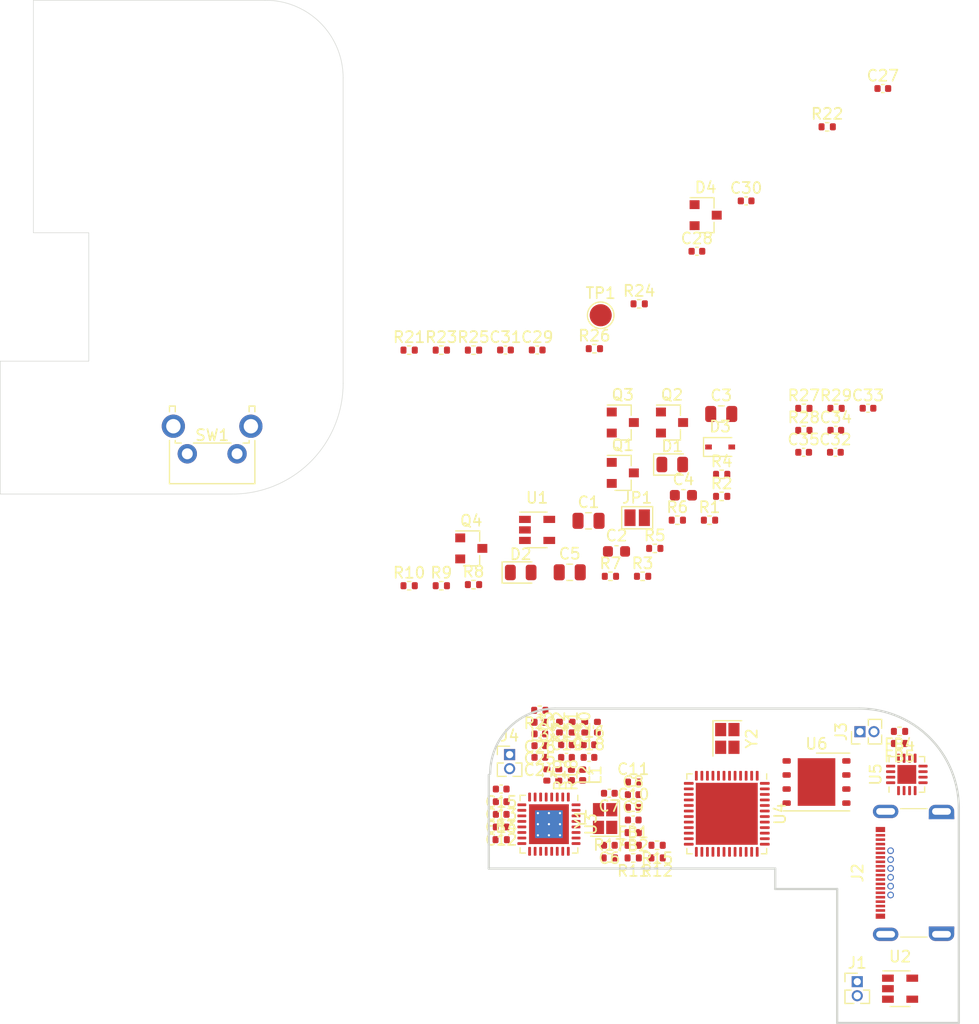
<source format=kicad_pcb>
(kicad_pcb (version 20171130) (host pcbnew "(5.1.9-0-10_14)")

  (general
    (thickness 1.6)
    (drawings 43)
    (tracks 0)
    (zones 0)
    (modules 92)
    (nets 109)
  )

  (page A4)
  (layers
    (0 F.Cu signal)
    (31 B.Cu signal)
    (32 B.Adhes user hide)
    (33 F.Adhes user hide)
    (34 B.Paste user hide)
    (35 F.Paste user hide)
    (36 B.SilkS user hide)
    (37 F.SilkS user hide)
    (38 B.Mask user hide)
    (39 F.Mask user hide)
    (40 Dwgs.User user hide)
    (41 Cmts.User user hide)
    (42 Eco1.User user hide)
    (43 Eco2.User user)
    (44 Edge.Cuts user)
    (45 Margin user)
    (46 B.CrtYd user hide)
    (47 F.CrtYd user)
    (48 B.Fab user hide)
    (49 F.Fab user)
  )

  (setup
    (last_trace_width 0.25)
    (trace_clearance 0.2)
    (zone_clearance 0.508)
    (zone_45_only no)
    (trace_min 0.2)
    (via_size 0.8)
    (via_drill 0.4)
    (via_min_size 0.4)
    (via_min_drill 0.3)
    (uvia_size 0.3)
    (uvia_drill 0.1)
    (uvias_allowed no)
    (uvia_min_size 0.2)
    (uvia_min_drill 0.1)
    (edge_width 0.05)
    (segment_width 0.2)
    (pcb_text_width 0.3)
    (pcb_text_size 1.5 1.5)
    (mod_edge_width 0.12)
    (mod_text_size 1 1)
    (mod_text_width 0.15)
    (pad_size 1.524 1.524)
    (pad_drill 0.762)
    (pad_to_mask_clearance 0)
    (aux_axis_origin 0 0)
    (visible_elements FFFFFF7F)
    (pcbplotparams
      (layerselection 0x010fc_ffffffff)
      (usegerberextensions false)
      (usegerberattributes true)
      (usegerberadvancedattributes true)
      (creategerberjobfile true)
      (excludeedgelayer true)
      (linewidth 0.100000)
      (plotframeref false)
      (viasonmask false)
      (mode 1)
      (useauxorigin false)
      (hpglpennumber 1)
      (hpglpenspeed 20)
      (hpglpendiameter 15.000000)
      (psnegative false)
      (psa4output false)
      (plotreference true)
      (plotvalue true)
      (plotinvisibletext false)
      (padsonsilk false)
      (subtractmaskfromsilk false)
      (outputformat 1)
      (mirror false)
      (drillshape 1)
      (scaleselection 1)
      (outputdirectory ""))
  )

  (net 0 "")
  (net 1 GND)
  (net 2 VBUS)
  (net 3 /CPU/ADC1_IN2)
  (net 4 +BATT)
  (net 5 /Power/PSU_BTN_RAW)
  (net 6 +3V3)
  (net 7 "Net-(C6-Pad2)")
  (net 8 "Net-(C7-Pad1)")
  (net 9 "Net-(C10-Pad1)")
  (net 10 "Net-(C12-Pad1)")
  (net 11 "Net-(C15-Pad1)")
  (net 12 "Net-(C16-Pad1)")
  (net 13 "Net-(C17-Pad2)")
  (net 14 "Net-(C20-Pad2)")
  (net 15 "Net-(C22-Pad2)")
  (net 16 /CPU/HS_OSC0)
  (net 17 /CPU/HS_OSC1)
  (net 18 /CPU/NRST)
  (net 19 "Net-(C30-Pad1)")
  (net 20 /I2S_DAC_AMP/SPK_OUT-)
  (net 21 /I2S_DAC_AMP/SPKOUT+)
  (net 22 /Power/CHG_STAT_LED)
  (net 23 /Power/CHG_5V_LED)
  (net 24 /Power/PSU_EN)
  (net 25 "Net-(D4-Pad3)")
  (net 26 "Net-(FB1-Pad2)")
  (net 27 "Net-(J2-PadB2)")
  (net 28 "Net-(J2-PadB3)")
  (net 29 "Net-(J2-PadA11)")
  (net 30 "Net-(J2-PadA10)")
  (net 31 "Net-(J2-PadA8)")
  (net 32 /CPU/USB_D-)
  (net 33 /CPU/USB_D+)
  (net 34 "Net-(J2-PadA5)")
  (net 35 "Net-(J2-PadA3)")
  (net 36 "Net-(J2-PadA2)")
  (net 37 "Net-(J2-PadB10)")
  (net 38 "Net-(J2-PadB11)")
  (net 39 "Net-(J2-PadB5)")
  (net 40 "Net-(J2-PadB8)")
  (net 41 /CPU/SDIO_DET)
  (net 42 /CPU/SDIO_D0)
  (net 43 /CPU/SDIO_CLK)
  (net 44 /CPU/SDIO_CMD)
  (net 45 /CPU/SDIO_D3)
  (net 46 /CPU/SDIO_D2)
  (net 47 /CPU/SDIO_D1)
  (net 48 "Net-(JP1-Pad2)")
  (net 49 "Net-(L2-Pad2)")
  (net 50 /CPU/MEAS_EN)
  (net 51 /CPU/BTN_PWR)
  (net 52 /CPU/PW_HOLD)
  (net 53 /Power/PSU_EN_BUF)
  (net 54 /Power/CHG_PROG)
  (net 55 "Net-(R5-Pad2)")
  (net 56 "Net-(R11-Pad1)")
  (net 57 "Net-(R17-Pad1)")
  (net 58 "Net-(R18-Pad2)")
  (net 59 "Net-(R19-Pad2)")
  (net 60 "Net-(R24-Pad1)")
  (net 61 /I2S_DAC_AMP/GAIN)
  (net 62 /I2S_DAC_AMP/I2S_SD_MODE)
  (net 63 "Net-(U2-Pad4)")
  (net 64 "Net-(U4-Pad45)")
  (net 65 /CPU/NFC_RX)
  (net 66 /CPU/NFC_MISO)
  (net 67 "Net-(U4-Pad38)")
  (net 68 /CPU/SWCLK)
  (net 69 /CPU/SWDIO)
  (net 70 /CPU/NFC_TX)
  (net 71 /CPU/DAC_BCLK)
  (net 72 /CPU/DAC_LRCK)
  (net 73 "Net-(U4-Pad21)")
  (net 74 "Net-(U4-Pad20)")
  (net 75 "Net-(U4-Pad19)")
  (net 76 /CPU/NFC_SPI_MOSI)
  (net 77 /CPU/NFC_SPI_SCK)
  (net 78 /CPU/NFC_SPI_CS)
  (net 79 /CPU/DAC_DATA)
  (net 80 "Net-(U4-Pad10)")
  (net 81 "Net-(U4-Pad4)")
  (net 82 "Net-(U4-Pad3)")
  (net 83 "Net-(U4-Pad2)")
  (net 84 "Net-(C11-Pad3)")
  (net 85 "Net-(U3-Pad28)")
  (net 86 "Net-(U3-Pad27)")
  (net 87 "Net-(U3-Pad26)")
  (net 88 "Net-(U3-Pad25)")
  (net 89 "Net-(U3-Pad24)")
  (net 90 "Net-(U3-Pad23)")
  (net 91 "Net-(U3-Pad11)")
  (net 92 "Net-(U3-Pad10)")
  (net 93 "Net-(U3-Pad7)")
  (net 94 "Net-(U3-Pad4)")
  (net 95 "Net-(U3-Pad3)")
  (net 96 "Net-(FB5-Pad1)")
  (net 97 "Net-(FB4-Pad1)")
  (net 98 "Net-(U6-Pad9)")
  (net 99 "Net-(U6-Pad8)")
  (net 100 "Net-(U6-Pad7)")
  (net 101 "Net-(U6-Pad6)")
  (net 102 "Net-(U6-Pad5)")
  (net 103 "Net-(U6-Pad4)")
  (net 104 "Net-(U6-Pad3)")
  (net 105 "Net-(U6-Pad2)")
  (net 106 "Net-(U6-Pad1)")
  (net 107 "Net-(R15-Pad2)")
  (net 108 "Net-(L1-Pad2)")

  (net_class Default "This is the default net class."
    (clearance 0.2)
    (trace_width 0.25)
    (via_dia 0.8)
    (via_drill 0.4)
    (uvia_dia 0.3)
    (uvia_drill 0.1)
    (add_net +3V3)
    (add_net +BATT)
    (add_net /CPU/ADC1_IN2)
    (add_net /CPU/BTN_PWR)
    (add_net /CPU/DAC_BCLK)
    (add_net /CPU/DAC_DATA)
    (add_net /CPU/DAC_LRCK)
    (add_net /CPU/HS_OSC0)
    (add_net /CPU/HS_OSC1)
    (add_net /CPU/MEAS_EN)
    (add_net /CPU/NFC_MISO)
    (add_net /CPU/NFC_RX)
    (add_net /CPU/NFC_SPI_CS)
    (add_net /CPU/NFC_SPI_MOSI)
    (add_net /CPU/NFC_SPI_SCK)
    (add_net /CPU/NFC_TX)
    (add_net /CPU/NRST)
    (add_net /CPU/PW_HOLD)
    (add_net /CPU/SDIO_CLK)
    (add_net /CPU/SDIO_CMD)
    (add_net /CPU/SDIO_D0)
    (add_net /CPU/SDIO_D1)
    (add_net /CPU/SDIO_D2)
    (add_net /CPU/SDIO_D3)
    (add_net /CPU/SDIO_DET)
    (add_net /CPU/SWCLK)
    (add_net /CPU/SWDIO)
    (add_net /CPU/USB_D+)
    (add_net /CPU/USB_D-)
    (add_net /I2S_DAC_AMP/GAIN)
    (add_net /I2S_DAC_AMP/I2S_SD_MODE)
    (add_net /I2S_DAC_AMP/SPKOUT+)
    (add_net /I2S_DAC_AMP/SPK_OUT-)
    (add_net /Power/CHG_5V_LED)
    (add_net /Power/CHG_PROG)
    (add_net /Power/CHG_STAT_LED)
    (add_net /Power/PSU_BTN_RAW)
    (add_net /Power/PSU_EN)
    (add_net /Power/PSU_EN_BUF)
    (add_net GND)
    (add_net "Net-(C10-Pad1)")
    (add_net "Net-(C11-Pad3)")
    (add_net "Net-(C12-Pad1)")
    (add_net "Net-(C15-Pad1)")
    (add_net "Net-(C16-Pad1)")
    (add_net "Net-(C17-Pad2)")
    (add_net "Net-(C20-Pad2)")
    (add_net "Net-(C22-Pad2)")
    (add_net "Net-(C30-Pad1)")
    (add_net "Net-(C6-Pad2)")
    (add_net "Net-(C7-Pad1)")
    (add_net "Net-(D4-Pad3)")
    (add_net "Net-(FB1-Pad2)")
    (add_net "Net-(FB4-Pad1)")
    (add_net "Net-(FB5-Pad1)")
    (add_net "Net-(J2-PadA10)")
    (add_net "Net-(J2-PadA11)")
    (add_net "Net-(J2-PadA2)")
    (add_net "Net-(J2-PadA3)")
    (add_net "Net-(J2-PadA5)")
    (add_net "Net-(J2-PadA8)")
    (add_net "Net-(J2-PadB10)")
    (add_net "Net-(J2-PadB11)")
    (add_net "Net-(J2-PadB2)")
    (add_net "Net-(J2-PadB3)")
    (add_net "Net-(J2-PadB5)")
    (add_net "Net-(J2-PadB8)")
    (add_net "Net-(JP1-Pad2)")
    (add_net "Net-(L1-Pad2)")
    (add_net "Net-(L2-Pad2)")
    (add_net "Net-(R11-Pad1)")
    (add_net "Net-(R15-Pad2)")
    (add_net "Net-(R17-Pad1)")
    (add_net "Net-(R18-Pad2)")
    (add_net "Net-(R19-Pad2)")
    (add_net "Net-(R24-Pad1)")
    (add_net "Net-(R5-Pad2)")
    (add_net "Net-(U2-Pad4)")
    (add_net "Net-(U3-Pad10)")
    (add_net "Net-(U3-Pad11)")
    (add_net "Net-(U3-Pad23)")
    (add_net "Net-(U3-Pad24)")
    (add_net "Net-(U3-Pad25)")
    (add_net "Net-(U3-Pad26)")
    (add_net "Net-(U3-Pad27)")
    (add_net "Net-(U3-Pad28)")
    (add_net "Net-(U3-Pad3)")
    (add_net "Net-(U3-Pad4)")
    (add_net "Net-(U3-Pad7)")
    (add_net "Net-(U4-Pad10)")
    (add_net "Net-(U4-Pad19)")
    (add_net "Net-(U4-Pad2)")
    (add_net "Net-(U4-Pad20)")
    (add_net "Net-(U4-Pad21)")
    (add_net "Net-(U4-Pad3)")
    (add_net "Net-(U4-Pad38)")
    (add_net "Net-(U4-Pad4)")
    (add_net "Net-(U4-Pad45)")
    (add_net "Net-(U6-Pad1)")
    (add_net "Net-(U6-Pad2)")
    (add_net "Net-(U6-Pad3)")
    (add_net "Net-(U6-Pad4)")
    (add_net "Net-(U6-Pad5)")
    (add_net "Net-(U6-Pad6)")
    (add_net "Net-(U6-Pad7)")
    (add_net "Net-(U6-Pad8)")
    (add_net "Net-(U6-Pad9)")
    (add_net VBUS)
  )

  (module Crystal:Crystal_SMD_EuroQuartz_X22-4Pin_2.5x2.0mm (layer F.Cu) (tedit 5A0FD1B2) (tstamp 6106FB12)
    (at 62.738 66.675 270)
    (descr "SMD Crystal EuroQuartz X22 series http://cdn-reichelt.de/documents/datenblatt/B400/DS_X22.pdf, 2.5x2.0mm^2 package")
    (tags "SMD SMT crystal")
    (path /60FFCEAC/6111F0CA)
    (attr smd)
    (fp_text reference Y2 (at 0 -2.2 90) (layer F.SilkS)
      (effects (font (size 1 1) (thickness 0.15)))
    )
    (fp_text value 24Mhz (at 0 2.2 90) (layer F.Fab)
      (effects (font (size 1 1) (thickness 0.15)))
    )
    (fp_text user %R (at 0 0 90) (layer F.Fab)
      (effects (font (size 0.6 0.6) (thickness 0.09)))
    )
    (fp_line (start -1.15 -1) (end 1.15 -1) (layer F.Fab) (width 0.1))
    (fp_line (start 1.15 -1) (end 1.25 -0.9) (layer F.Fab) (width 0.1))
    (fp_line (start 1.25 -0.9) (end 1.25 0.9) (layer F.Fab) (width 0.1))
    (fp_line (start 1.25 0.9) (end 1.15 1) (layer F.Fab) (width 0.1))
    (fp_line (start 1.15 1) (end -1.15 1) (layer F.Fab) (width 0.1))
    (fp_line (start -1.15 1) (end -1.25 0.9) (layer F.Fab) (width 0.1))
    (fp_line (start -1.25 0.9) (end -1.25 -0.9) (layer F.Fab) (width 0.1))
    (fp_line (start -1.25 -0.9) (end -1.15 -1) (layer F.Fab) (width 0.1))
    (fp_line (start -1.25 0) (end -0.25 1) (layer F.Fab) (width 0.1))
    (fp_line (start -1.6 -1.3) (end -1.6 1.3) (layer F.SilkS) (width 0.12))
    (fp_line (start -1.6 1.3) (end 1.6 1.3) (layer F.SilkS) (width 0.12))
    (fp_line (start -1.7 -1.4) (end -1.7 1.4) (layer F.CrtYd) (width 0.05))
    (fp_line (start -1.7 1.4) (end 1.7 1.4) (layer F.CrtYd) (width 0.05))
    (fp_line (start 1.7 1.4) (end 1.7 -1.4) (layer F.CrtYd) (width 0.05))
    (fp_line (start 1.7 -1.4) (end -1.7 -1.4) (layer F.CrtYd) (width 0.05))
    (pad 4 smd rect (at -0.8 -0.6 270) (size 1.2 1) (layers F.Cu F.Paste F.Mask)
      (net 1 GND))
    (pad 3 smd rect (at 0.8 -0.6 270) (size 1.2 1) (layers F.Cu F.Paste F.Mask)
      (net 16 /CPU/HS_OSC0))
    (pad 2 smd rect (at 0.8 0.6 270) (size 1.2 1) (layers F.Cu F.Paste F.Mask)
      (net 1 GND))
    (pad 1 smd rect (at -0.8 0.6 270) (size 1.2 1) (layers F.Cu F.Paste F.Mask)
      (net 17 /CPU/HS_OSC1))
    (model ${KISYS3DMOD}/Crystal.3dshapes/Crystal_SMD_EuroQuartz_X22-4Pin_2.5x2.0mm.wrl
      (at (xyz 0 0 0))
      (scale (xyz 1 1 1))
      (rotate (xyz 0 0 0))
    )
  )

  (module Crystal:Crystal_SMD_EuroQuartz_X22-4Pin_2.5x2.0mm (layer F.Cu) (tedit 5A0FD1B2) (tstamp 6106FAFB)
    (at 51.689 73.914 90)
    (descr "SMD Crystal EuroQuartz X22 series http://cdn-reichelt.de/documents/datenblatt/B400/DS_X22.pdf, 2.5x2.0mm^2 package")
    (tags "SMD SMT crystal")
    (path /60FE21EE/614DFEFE)
    (attr smd)
    (fp_text reference Y1 (at 0 -2.2 90) (layer F.SilkS)
      (effects (font (size 1 1) (thickness 0.15)))
    )
    (fp_text value 27,12Mhz (at 0 2.2 90) (layer F.Fab) hide
      (effects (font (size 1 1) (thickness 0.15)))
    )
    (fp_text user %R (at 0 0 90) (layer F.Fab) hide
      (effects (font (size 0.6 0.6) (thickness 0.09)))
    )
    (fp_line (start -1.15 -1) (end 1.15 -1) (layer F.Fab) (width 0.1))
    (fp_line (start 1.15 -1) (end 1.25 -0.9) (layer F.Fab) (width 0.1))
    (fp_line (start 1.25 -0.9) (end 1.25 0.9) (layer F.Fab) (width 0.1))
    (fp_line (start 1.25 0.9) (end 1.15 1) (layer F.Fab) (width 0.1))
    (fp_line (start 1.15 1) (end -1.15 1) (layer F.Fab) (width 0.1))
    (fp_line (start -1.15 1) (end -1.25 0.9) (layer F.Fab) (width 0.1))
    (fp_line (start -1.25 0.9) (end -1.25 -0.9) (layer F.Fab) (width 0.1))
    (fp_line (start -1.25 -0.9) (end -1.15 -1) (layer F.Fab) (width 0.1))
    (fp_line (start -1.25 0) (end -0.25 1) (layer F.Fab) (width 0.1))
    (fp_line (start -1.6 -1.3) (end -1.6 1.3) (layer F.SilkS) (width 0.12))
    (fp_line (start -1.6 1.3) (end 1.6 1.3) (layer F.SilkS) (width 0.12))
    (fp_line (start -1.7 -1.4) (end -1.7 1.4) (layer F.CrtYd) (width 0.05))
    (fp_line (start -1.7 1.4) (end 1.7 1.4) (layer F.CrtYd) (width 0.05))
    (fp_line (start 1.7 1.4) (end 1.7 -1.4) (layer F.CrtYd) (width 0.05))
    (fp_line (start 1.7 -1.4) (end -1.7 -1.4) (layer F.CrtYd) (width 0.05))
    (pad 4 smd rect (at -0.8 -0.6 90) (size 1.2 1) (layers F.Cu F.Paste F.Mask)
      (net 1 GND))
    (pad 3 smd rect (at 0.8 -0.6 90) (size 1.2 1) (layers F.Cu F.Paste F.Mask)
      (net 8 "Net-(C7-Pad1)"))
    (pad 2 smd rect (at 0.8 0.6 90) (size 1.2 1) (layers F.Cu F.Paste F.Mask)
      (net 1 GND))
    (pad 1 smd rect (at -0.8 0.6 90) (size 1.2 1) (layers F.Cu F.Paste F.Mask)
      (net 7 "Net-(C6-Pad2)"))
    (model ${KISYS3DMOD}/Crystal.3dshapes/Crystal_SMD_EuroQuartz_X22-4Pin_2.5x2.0mm.wrl
      (at (xyz 0 0 0))
      (scale (xyz 1 1 1))
      (rotate (xyz 0 0 0))
    )
  )

  (module Resistor_SMD:R_0402_1005Metric (layer F.Cu) (tedit 5F68FEEE) (tstamp 610B59BC)
    (at 78.3082 67.1322 180)
    (descr "Resistor SMD 0402 (1005 Metric), square (rectangular) end terminal, IPC_7351 nominal, (Body size source: IPC-SM-782 page 72, https://www.pcb-3d.com/wordpress/wp-content/uploads/ipc-sm-782a_amendment_1_and_2.pdf), generated with kicad-footprint-generator")
    (tags resistor)
    (path /60FDB9AA/60FE0C6B)
    (attr smd)
    (fp_text reference FB5 (at 0 -1.17) (layer F.SilkS)
      (effects (font (size 1 1) (thickness 0.15)))
    )
    (fp_text value Ferrite (at 0 1.17) (layer F.Fab) hide
      (effects (font (size 1 1) (thickness 0.15)))
    )
    (fp_text user %R (at 0 0) (layer F.Fab) hide
      (effects (font (size 0.26 0.26) (thickness 0.04)))
    )
    (fp_line (start -0.525 0.27) (end -0.525 -0.27) (layer F.Fab) (width 0.1))
    (fp_line (start -0.525 -0.27) (end 0.525 -0.27) (layer F.Fab) (width 0.1))
    (fp_line (start 0.525 -0.27) (end 0.525 0.27) (layer F.Fab) (width 0.1))
    (fp_line (start 0.525 0.27) (end -0.525 0.27) (layer F.Fab) (width 0.1))
    (fp_line (start -0.153641 -0.38) (end 0.153641 -0.38) (layer F.SilkS) (width 0.12))
    (fp_line (start -0.153641 0.38) (end 0.153641 0.38) (layer F.SilkS) (width 0.12))
    (fp_line (start -0.93 0.47) (end -0.93 -0.47) (layer F.CrtYd) (width 0.05))
    (fp_line (start -0.93 -0.47) (end 0.93 -0.47) (layer F.CrtYd) (width 0.05))
    (fp_line (start 0.93 -0.47) (end 0.93 0.47) (layer F.CrtYd) (width 0.05))
    (fp_line (start 0.93 0.47) (end -0.93 0.47) (layer F.CrtYd) (width 0.05))
    (pad 2 smd roundrect (at 0.51 0 180) (size 0.54 0.64) (layers F.Cu F.Paste F.Mask) (roundrect_rratio 0.25)
      (net 20 /I2S_DAC_AMP/SPK_OUT-))
    (pad 1 smd roundrect (at -0.51 0 180) (size 0.54 0.64) (layers F.Cu F.Paste F.Mask) (roundrect_rratio 0.25)
      (net 96 "Net-(FB5-Pad1)"))
    (model ${KISYS3DMOD}/Resistor_SMD.3dshapes/R_0402_1005Metric.wrl
      (at (xyz 0 0 0))
      (scale (xyz 1 1 1))
      (rotate (xyz 0 0 0))
    )
  )

  (module Resistor_SMD:R_0402_1005Metric (layer F.Cu) (tedit 5F68FEEE) (tstamp 610B59AB)
    (at 78.3082 66.04 180)
    (descr "Resistor SMD 0402 (1005 Metric), square (rectangular) end terminal, IPC_7351 nominal, (Body size source: IPC-SM-782 page 72, https://www.pcb-3d.com/wordpress/wp-content/uploads/ipc-sm-782a_amendment_1_and_2.pdf), generated with kicad-footprint-generator")
    (tags resistor)
    (path /60FDB9AA/60FE0C65)
    (attr smd)
    (fp_text reference FB4 (at 0 -1.17) (layer F.SilkS)
      (effects (font (size 1 1) (thickness 0.15)))
    )
    (fp_text value Ferrite (at 0 1.17) (layer F.Fab) hide
      (effects (font (size 1 1) (thickness 0.15)))
    )
    (fp_text user %R (at 0 0) (layer F.Fab) hide
      (effects (font (size 0.26 0.26) (thickness 0.04)))
    )
    (fp_line (start -0.525 0.27) (end -0.525 -0.27) (layer F.Fab) (width 0.1))
    (fp_line (start -0.525 -0.27) (end 0.525 -0.27) (layer F.Fab) (width 0.1))
    (fp_line (start 0.525 -0.27) (end 0.525 0.27) (layer F.Fab) (width 0.1))
    (fp_line (start 0.525 0.27) (end -0.525 0.27) (layer F.Fab) (width 0.1))
    (fp_line (start -0.153641 -0.38) (end 0.153641 -0.38) (layer F.SilkS) (width 0.12))
    (fp_line (start -0.153641 0.38) (end 0.153641 0.38) (layer F.SilkS) (width 0.12))
    (fp_line (start -0.93 0.47) (end -0.93 -0.47) (layer F.CrtYd) (width 0.05))
    (fp_line (start -0.93 -0.47) (end 0.93 -0.47) (layer F.CrtYd) (width 0.05))
    (fp_line (start 0.93 -0.47) (end 0.93 0.47) (layer F.CrtYd) (width 0.05))
    (fp_line (start 0.93 0.47) (end -0.93 0.47) (layer F.CrtYd) (width 0.05))
    (pad 2 smd roundrect (at 0.51 0 180) (size 0.54 0.64) (layers F.Cu F.Paste F.Mask) (roundrect_rratio 0.25)
      (net 21 /I2S_DAC_AMP/SPKOUT+))
    (pad 1 smd roundrect (at -0.51 0 180) (size 0.54 0.64) (layers F.Cu F.Paste F.Mask) (roundrect_rratio 0.25)
      (net 97 "Net-(FB4-Pad1)"))
    (model ${KISYS3DMOD}/Resistor_SMD.3dshapes/R_0402_1005Metric.wrl
      (at (xyz 0 0 0))
      (scale (xyz 1 1 1))
      (rotate (xyz 0 0 0))
    )
  )

  (module Connector_PinHeader_1.27mm:PinHeader_1x02_P1.27mm_Vertical (layer F.Cu) (tedit 59FED6E3) (tstamp 610A5EC2)
    (at 43.053 68.1355)
    (descr "Through hole straight pin header, 1x02, 1.27mm pitch, single row")
    (tags "Through hole pin header THT 1x02 1.27mm single row")
    (path /60FE21EE/610ABF7F)
    (fp_text reference J4 (at 0 -1.695) (layer F.SilkS)
      (effects (font (size 1 1) (thickness 0.15)))
    )
    (fp_text value Conn_01x02 (at 0 2.965) (layer F.Fab) hide
      (effects (font (size 1 1) (thickness 0.15)))
    )
    (fp_text user %R (at 0 0.635 90) (layer F.Fab) hide
      (effects (font (size 1 1) (thickness 0.15)))
    )
    (fp_line (start -0.525 -0.635) (end 1.05 -0.635) (layer F.Fab) (width 0.1))
    (fp_line (start 1.05 -0.635) (end 1.05 1.905) (layer F.Fab) (width 0.1))
    (fp_line (start 1.05 1.905) (end -1.05 1.905) (layer F.Fab) (width 0.1))
    (fp_line (start -1.05 1.905) (end -1.05 -0.11) (layer F.Fab) (width 0.1))
    (fp_line (start -1.05 -0.11) (end -0.525 -0.635) (layer F.Fab) (width 0.1))
    (fp_line (start -1.11 1.965) (end -0.30753 1.965) (layer F.SilkS) (width 0.12))
    (fp_line (start 0.30753 1.965) (end 1.11 1.965) (layer F.SilkS) (width 0.12))
    (fp_line (start -1.11 0.76) (end -1.11 1.965) (layer F.SilkS) (width 0.12))
    (fp_line (start 1.11 0.76) (end 1.11 1.965) (layer F.SilkS) (width 0.12))
    (fp_line (start -1.11 0.76) (end -0.563471 0.76) (layer F.SilkS) (width 0.12))
    (fp_line (start 0.563471 0.76) (end 1.11 0.76) (layer F.SilkS) (width 0.12))
    (fp_line (start -1.11 0) (end -1.11 -0.76) (layer F.SilkS) (width 0.12))
    (fp_line (start -1.11 -0.76) (end 0 -0.76) (layer F.SilkS) (width 0.12))
    (fp_line (start -1.55 -1.15) (end -1.55 2.45) (layer F.CrtYd) (width 0.05))
    (fp_line (start -1.55 2.45) (end 1.55 2.45) (layer F.CrtYd) (width 0.05))
    (fp_line (start 1.55 2.45) (end 1.55 -1.15) (layer F.CrtYd) (width 0.05))
    (fp_line (start 1.55 -1.15) (end -1.55 -1.15) (layer F.CrtYd) (width 0.05))
    (pad 2 thru_hole oval (at 0 1.27) (size 1 1) (drill 0.65) (layers *.Cu *.Mask)
      (net 15 "Net-(C22-Pad2)"))
    (pad 1 thru_hole rect (at 0 0) (size 1 1) (drill 0.65) (layers *.Cu *.Mask)
      (net 14 "Net-(C20-Pad2)"))
    (model ${KISYS3DMOD}/Connector_PinHeader_1.27mm.3dshapes/PinHeader_1x02_P1.27mm_Vertical.wrl
      (at (xyz 0 0 0))
      (scale (xyz 1 1 1))
      (rotate (xyz 0 0 0))
    )
  )

  (module Connector_PinHeader_1.27mm:PinHeader_1x02_P1.27mm_Vertical (layer F.Cu) (tedit 59FED6E3) (tstamp 610A5EAA)
    (at 74.7268 66.0654 90)
    (descr "Through hole straight pin header, 1x02, 1.27mm pitch, single row")
    (tags "Through hole pin header THT 1x02 1.27mm single row")
    (path /611410AC)
    (fp_text reference J3 (at 0 -1.695 90) (layer F.SilkS)
      (effects (font (size 1 1) (thickness 0.15)))
    )
    (fp_text value Conn_01x02 (at 0 2.965 90) (layer F.Fab) hide
      (effects (font (size 1 1) (thickness 0.15)))
    )
    (fp_text user %R (at 0 0.635) (layer F.Fab) hide
      (effects (font (size 1 1) (thickness 0.15)))
    )
    (fp_line (start -0.525 -0.635) (end 1.05 -0.635) (layer F.Fab) (width 0.1))
    (fp_line (start 1.05 -0.635) (end 1.05 1.905) (layer F.Fab) (width 0.1))
    (fp_line (start 1.05 1.905) (end -1.05 1.905) (layer F.Fab) (width 0.1))
    (fp_line (start -1.05 1.905) (end -1.05 -0.11) (layer F.Fab) (width 0.1))
    (fp_line (start -1.05 -0.11) (end -0.525 -0.635) (layer F.Fab) (width 0.1))
    (fp_line (start -1.11 1.965) (end -0.30753 1.965) (layer F.SilkS) (width 0.12))
    (fp_line (start 0.30753 1.965) (end 1.11 1.965) (layer F.SilkS) (width 0.12))
    (fp_line (start -1.11 0.76) (end -1.11 1.965) (layer F.SilkS) (width 0.12))
    (fp_line (start 1.11 0.76) (end 1.11 1.965) (layer F.SilkS) (width 0.12))
    (fp_line (start -1.11 0.76) (end -0.563471 0.76) (layer F.SilkS) (width 0.12))
    (fp_line (start 0.563471 0.76) (end 1.11 0.76) (layer F.SilkS) (width 0.12))
    (fp_line (start -1.11 0) (end -1.11 -0.76) (layer F.SilkS) (width 0.12))
    (fp_line (start -1.11 -0.76) (end 0 -0.76) (layer F.SilkS) (width 0.12))
    (fp_line (start -1.55 -1.15) (end -1.55 2.45) (layer F.CrtYd) (width 0.05))
    (fp_line (start -1.55 2.45) (end 1.55 2.45) (layer F.CrtYd) (width 0.05))
    (fp_line (start 1.55 2.45) (end 1.55 -1.15) (layer F.CrtYd) (width 0.05))
    (fp_line (start 1.55 -1.15) (end -1.55 -1.15) (layer F.CrtYd) (width 0.05))
    (pad 2 thru_hole oval (at 0 1.27 90) (size 1 1) (drill 0.65) (layers *.Cu *.Mask)
      (net 20 /I2S_DAC_AMP/SPK_OUT-))
    (pad 1 thru_hole rect (at 0 0 90) (size 1 1) (drill 0.65) (layers *.Cu *.Mask)
      (net 21 /I2S_DAC_AMP/SPKOUT+))
    (model ${KISYS3DMOD}/Connector_PinHeader_1.27mm.3dshapes/PinHeader_1x02_P1.27mm_Vertical.wrl
      (at (xyz 0 0 0))
      (scale (xyz 1 1 1))
      (rotate (xyz 0 0 0))
    )
  )

  (module Connector_PinHeader_1.27mm:PinHeader_1x02_P1.27mm_Vertical (layer F.Cu) (tedit 59FED6E3) (tstamp 610A5E0E)
    (at 74.4855 88.646)
    (descr "Through hole straight pin header, 1x02, 1.27mm pitch, single row")
    (tags "Through hole pin header THT 1x02 1.27mm single row")
    (path /60FE1698/61145089)
    (fp_text reference J1 (at 0 -1.695) (layer F.SilkS)
      (effects (font (size 1 1) (thickness 0.15)))
    )
    (fp_text value Conn_01x02 (at 0 2.965) (layer F.Fab) hide
      (effects (font (size 1 1) (thickness 0.15)))
    )
    (fp_text user %R (at 0 0.635 90) (layer F.Fab) hide
      (effects (font (size 1 1) (thickness 0.15)))
    )
    (fp_line (start -0.525 -0.635) (end 1.05 -0.635) (layer F.Fab) (width 0.1))
    (fp_line (start 1.05 -0.635) (end 1.05 1.905) (layer F.Fab) (width 0.1))
    (fp_line (start 1.05 1.905) (end -1.05 1.905) (layer F.Fab) (width 0.1))
    (fp_line (start -1.05 1.905) (end -1.05 -0.11) (layer F.Fab) (width 0.1))
    (fp_line (start -1.05 -0.11) (end -0.525 -0.635) (layer F.Fab) (width 0.1))
    (fp_line (start -1.11 1.965) (end -0.30753 1.965) (layer F.SilkS) (width 0.12))
    (fp_line (start 0.30753 1.965) (end 1.11 1.965) (layer F.SilkS) (width 0.12))
    (fp_line (start -1.11 0.76) (end -1.11 1.965) (layer F.SilkS) (width 0.12))
    (fp_line (start 1.11 0.76) (end 1.11 1.965) (layer F.SilkS) (width 0.12))
    (fp_line (start -1.11 0.76) (end -0.563471 0.76) (layer F.SilkS) (width 0.12))
    (fp_line (start 0.563471 0.76) (end 1.11 0.76) (layer F.SilkS) (width 0.12))
    (fp_line (start -1.11 0) (end -1.11 -0.76) (layer F.SilkS) (width 0.12))
    (fp_line (start -1.11 -0.76) (end 0 -0.76) (layer F.SilkS) (width 0.12))
    (fp_line (start -1.55 -1.15) (end -1.55 2.45) (layer F.CrtYd) (width 0.05))
    (fp_line (start -1.55 2.45) (end 1.55 2.45) (layer F.CrtYd) (width 0.05))
    (fp_line (start 1.55 2.45) (end 1.55 -1.15) (layer F.CrtYd) (width 0.05))
    (fp_line (start 1.55 -1.15) (end -1.55 -1.15) (layer F.CrtYd) (width 0.05))
    (pad 2 thru_hole oval (at 0 1.27) (size 1 1) (drill 0.65) (layers *.Cu *.Mask)
      (net 1 GND))
    (pad 1 thru_hole rect (at 0 0) (size 1 1) (drill 0.65) (layers *.Cu *.Mask)
      (net 4 +BATT))
    (model ${KISYS3DMOD}/Connector_PinHeader_1.27mm.3dshapes/PinHeader_1x02_P1.27mm_Vertical.wrl
      (at (xyz 0 0 0))
      (scale (xyz 1 1 1))
      (rotate (xyz 0 0 0))
    )
  )

  (module Package_SON:WSON-8-1EP_6x5mm_P1.27mm_EP3.4x4.3mm (layer F.Cu) (tedit 5DC5FB10) (tstamp 610897BB)
    (at 70.8025 70.612)
    (descr "WSON, 8 Pin (http://www.winbond.com/resource-files/w25q32jv%20revg%2003272018%20plus.pdf (page 68)), generated with kicad-footprint-generator ipc_noLead_generator.py")
    (tags "WSON NoLead")
    (path /60FFCEAC/610EA64E)
    (attr smd)
    (fp_text reference U6 (at 0 -3.45) (layer F.SilkS)
      (effects (font (size 1 1) (thickness 0.15)))
    )
    (fp_text value W25Q32JVZP (at 0 3.45) (layer F.Fab) hide
      (effects (font (size 1 1) (thickness 0.15)))
    )
    (fp_line (start 3.32 -2.75) (end -3.32 -2.75) (layer F.CrtYd) (width 0.05))
    (fp_line (start 3.32 2.75) (end 3.32 -2.75) (layer F.CrtYd) (width 0.05))
    (fp_line (start -3.32 2.75) (end 3.32 2.75) (layer F.CrtYd) (width 0.05))
    (fp_line (start -3.32 -2.75) (end -3.32 2.75) (layer F.CrtYd) (width 0.05))
    (fp_line (start -3 -1.5) (end -2 -2.5) (layer F.Fab) (width 0.1))
    (fp_line (start -3 2.5) (end -3 -1.5) (layer F.Fab) (width 0.1))
    (fp_line (start 3 2.5) (end -3 2.5) (layer F.Fab) (width 0.1))
    (fp_line (start 3 -2.5) (end 3 2.5) (layer F.Fab) (width 0.1))
    (fp_line (start -2 -2.5) (end 3 -2.5) (layer F.Fab) (width 0.1))
    (fp_line (start -3 2.61) (end 3 2.61) (layer F.SilkS) (width 0.12))
    (fp_line (start 0 -2.61) (end 3 -2.61) (layer F.SilkS) (width 0.12))
    (fp_text user %R (at 0 0) (layer F.Fab)
      (effects (font (size 1 1) (thickness 0.15)))
    )
    (pad "" smd roundrect (at 0.85 1.075) (size 1.37 1.73) (layers F.Paste) (roundrect_rratio 0.182482))
    (pad "" smd roundrect (at 0.85 -1.075) (size 1.37 1.73) (layers F.Paste) (roundrect_rratio 0.182482))
    (pad "" smd roundrect (at -0.85 1.075) (size 1.37 1.73) (layers F.Paste) (roundrect_rratio 0.182482))
    (pad "" smd roundrect (at -0.85 -1.075) (size 1.37 1.73) (layers F.Paste) (roundrect_rratio 0.182482))
    (pad 9 smd rect (at 0 0) (size 3.4 4.3) (layers F.Cu F.Mask)
      (net 98 "Net-(U6-Pad9)"))
    (pad 8 smd roundrect (at 2.7 -1.905) (size 0.75 0.5) (layers F.Cu F.Paste F.Mask) (roundrect_rratio 0.25)
      (net 99 "Net-(U6-Pad8)"))
    (pad 7 smd roundrect (at 2.7 -0.635) (size 0.75 0.5) (layers F.Cu F.Paste F.Mask) (roundrect_rratio 0.25)
      (net 100 "Net-(U6-Pad7)"))
    (pad 6 smd roundrect (at 2.7 0.635) (size 0.75 0.5) (layers F.Cu F.Paste F.Mask) (roundrect_rratio 0.25)
      (net 101 "Net-(U6-Pad6)"))
    (pad 5 smd roundrect (at 2.7 1.905) (size 0.75 0.5) (layers F.Cu F.Paste F.Mask) (roundrect_rratio 0.25)
      (net 102 "Net-(U6-Pad5)"))
    (pad 4 smd roundrect (at -2.7 1.905) (size 0.75 0.5) (layers F.Cu F.Paste F.Mask) (roundrect_rratio 0.25)
      (net 103 "Net-(U6-Pad4)"))
    (pad 3 smd roundrect (at -2.7 0.635) (size 0.75 0.5) (layers F.Cu F.Paste F.Mask) (roundrect_rratio 0.25)
      (net 104 "Net-(U6-Pad3)"))
    (pad 2 smd roundrect (at -2.7 -0.635) (size 0.75 0.5) (layers F.Cu F.Paste F.Mask) (roundrect_rratio 0.25)
      (net 105 "Net-(U6-Pad2)"))
    (pad 1 smd roundrect (at -2.7 -1.905) (size 0.75 0.5) (layers F.Cu F.Paste F.Mask) (roundrect_rratio 0.25)
      (net 106 "Net-(U6-Pad1)"))
    (model ${KISYS3DMOD}/Package_SON.3dshapes/WSON-8-1EP_6x5mm_P1.27mm_EP3.4x4.3mm.wrl
      (at (xyz 0 0 0))
      (scale (xyz 1 1 1))
      (rotate (xyz 0 0 0))
    )
  )

  (module Package_DFN_QFN:QFN-16-1EP_3x3mm_P0.5mm_EP1.7x1.7mm (layer F.Cu) (tedit 5DC5F6A3) (tstamp 610858BE)
    (at 78.9686 69.9262 90)
    (descr "QFN, 16 Pin (https://www.st.com/resource/en/datasheet/tsv521.pdf), generated with kicad-footprint-generator ipc_noLead_generator.py")
    (tags "QFN NoLead")
    (path /60FDB9AA/60FE0C5F)
    (attr smd)
    (fp_text reference U5 (at 0 -2.82 90) (layer F.SilkS)
      (effects (font (size 1 1) (thickness 0.15)))
    )
    (fp_text value MAX98357A (at 0 2.82 90) (layer F.Fab)
      (effects (font (size 1 1) (thickness 0.15)))
    )
    (fp_line (start 2.12 -2.12) (end -2.12 -2.12) (layer F.CrtYd) (width 0.05))
    (fp_line (start 2.12 2.12) (end 2.12 -2.12) (layer F.CrtYd) (width 0.05))
    (fp_line (start -2.12 2.12) (end 2.12 2.12) (layer F.CrtYd) (width 0.05))
    (fp_line (start -2.12 -2.12) (end -2.12 2.12) (layer F.CrtYd) (width 0.05))
    (fp_line (start -1.5 -0.75) (end -0.75 -1.5) (layer F.Fab) (width 0.1))
    (fp_line (start -1.5 1.5) (end -1.5 -0.75) (layer F.Fab) (width 0.1))
    (fp_line (start 1.5 1.5) (end -1.5 1.5) (layer F.Fab) (width 0.1))
    (fp_line (start 1.5 -1.5) (end 1.5 1.5) (layer F.Fab) (width 0.1))
    (fp_line (start -0.75 -1.5) (end 1.5 -1.5) (layer F.Fab) (width 0.1))
    (fp_line (start -1.135 -1.61) (end -1.61 -1.61) (layer F.SilkS) (width 0.12))
    (fp_line (start 1.61 1.61) (end 1.61 1.135) (layer F.SilkS) (width 0.12))
    (fp_line (start 1.135 1.61) (end 1.61 1.61) (layer F.SilkS) (width 0.12))
    (fp_line (start -1.61 1.61) (end -1.61 1.135) (layer F.SilkS) (width 0.12))
    (fp_line (start -1.135 1.61) (end -1.61 1.61) (layer F.SilkS) (width 0.12))
    (fp_line (start 1.61 -1.61) (end 1.61 -1.135) (layer F.SilkS) (width 0.12))
    (fp_line (start 1.135 -1.61) (end 1.61 -1.61) (layer F.SilkS) (width 0.12))
    (fp_text user %R (at 0 0 90) (layer F.Fab)
      (effects (font (size 0.75 0.75) (thickness 0.11)))
    )
    (pad "" smd roundrect (at 0.425 0.425 90) (size 0.69 0.69) (layers F.Paste) (roundrect_rratio 0.25))
    (pad "" smd roundrect (at 0.425 -0.425 90) (size 0.69 0.69) (layers F.Paste) (roundrect_rratio 0.25))
    (pad "" smd roundrect (at -0.425 0.425 90) (size 0.69 0.69) (layers F.Paste) (roundrect_rratio 0.25))
    (pad "" smd roundrect (at -0.425 -0.425 90) (size 0.69 0.69) (layers F.Paste) (roundrect_rratio 0.25))
    (pad 17 smd rect (at 0 0 90) (size 1.7 1.7) (layers F.Cu F.Mask))
    (pad 16 smd roundrect (at -0.75 -1.4625 90) (size 0.25 0.825) (layers F.Cu F.Paste F.Mask) (roundrect_rratio 0.25)
      (net 71 /CPU/DAC_BCLK))
    (pad 15 smd roundrect (at -0.25 -1.4625 90) (size 0.25 0.825) (layers F.Cu F.Paste F.Mask) (roundrect_rratio 0.25)
      (net 1 GND))
    (pad 14 smd roundrect (at 0.25 -1.4625 90) (size 0.25 0.825) (layers F.Cu F.Paste F.Mask) (roundrect_rratio 0.25)
      (net 72 /CPU/DAC_LRCK))
    (pad 13 smd roundrect (at 0.75 -1.4625 90) (size 0.25 0.825) (layers F.Cu F.Paste F.Mask) (roundrect_rratio 0.25))
    (pad 12 smd roundrect (at 1.4625 -0.75 90) (size 0.825 0.25) (layers F.Cu F.Paste F.Mask) (roundrect_rratio 0.25))
    (pad 11 smd roundrect (at 1.4625 -0.25 90) (size 0.825 0.25) (layers F.Cu F.Paste F.Mask) (roundrect_rratio 0.25)
      (net 1 GND))
    (pad 10 smd roundrect (at 1.4625 0.25 90) (size 0.825 0.25) (layers F.Cu F.Paste F.Mask) (roundrect_rratio 0.25)
      (net 96 "Net-(FB5-Pad1)"))
    (pad 9 smd roundrect (at 1.4625 0.75 90) (size 0.825 0.25) (layers F.Cu F.Paste F.Mask) (roundrect_rratio 0.25)
      (net 97 "Net-(FB4-Pad1)"))
    (pad 8 smd roundrect (at 0.75 1.4625 90) (size 0.25 0.825) (layers F.Cu F.Paste F.Mask) (roundrect_rratio 0.25)
      (net 6 +3V3))
    (pad 7 smd roundrect (at 0.25 1.4625 90) (size 0.25 0.825) (layers F.Cu F.Paste F.Mask) (roundrect_rratio 0.25)
      (net 6 +3V3))
    (pad 6 smd roundrect (at -0.25 1.4625 90) (size 0.25 0.825) (layers F.Cu F.Paste F.Mask) (roundrect_rratio 0.25))
    (pad 5 smd roundrect (at -0.75 1.4625 90) (size 0.25 0.825) (layers F.Cu F.Paste F.Mask) (roundrect_rratio 0.25))
    (pad 4 smd roundrect (at -1.4625 0.75 90) (size 0.825 0.25) (layers F.Cu F.Paste F.Mask) (roundrect_rratio 0.25)
      (net 62 /I2S_DAC_AMP/I2S_SD_MODE))
    (pad 3 smd roundrect (at -1.4625 0.25 90) (size 0.825 0.25) (layers F.Cu F.Paste F.Mask) (roundrect_rratio 0.25)
      (net 1 GND))
    (pad 2 smd roundrect (at -1.4625 -0.25 90) (size 0.825 0.25) (layers F.Cu F.Paste F.Mask) (roundrect_rratio 0.25)
      (net 61 /I2S_DAC_AMP/GAIN))
    (pad 1 smd roundrect (at -1.4625 -0.75 90) (size 0.825 0.25) (layers F.Cu F.Paste F.Mask) (roundrect_rratio 0.25)
      (net 79 /CPU/DAC_DATA))
    (model ${KISYS3DMOD}/Package_DFN_QFN.3dshapes/QFN-16-1EP_3x3mm_P0.5mm_EP1.7x1.7mm.wrl
      (at (xyz 0 0 0))
      (scale (xyz 1 1 1))
      (rotate (xyz 0 0 0))
    )
  )

  (module Package_DFN_QFN:QFN-32-1EP_5x5mm_P0.5mm_EP3.6x3.6mm_ThermalVias (layer F.Cu) (tedit 5DC5F6A4) (tstamp 610857EA)
    (at 46.609 74.422 270)
    (descr "QFN, 32 Pin (http://infocenter.nordicsemi.com/pdf/nRF52810_PS_v1.1.pdf#page=468), generated with kicad-footprint-generator ipc_noLead_generator.py")
    (tags "QFN NoLead")
    (path /60FE21EE/614DFD3E)
    (attr smd)
    (fp_text reference U3 (at 0 -3.8 270) (layer F.SilkS)
      (effects (font (size 1 1) (thickness 0.15)))
    )
    (fp_text value CR95HF-VMD5T (at 0 3.8 270) (layer F.Fab) hide
      (effects (font (size 1 1) (thickness 0.15)))
    )
    (fp_line (start 3.1 -3.1) (end -3.1 -3.1) (layer F.CrtYd) (width 0.05))
    (fp_line (start 3.1 3.1) (end 3.1 -3.1) (layer F.CrtYd) (width 0.05))
    (fp_line (start -3.1 3.1) (end 3.1 3.1) (layer F.CrtYd) (width 0.05))
    (fp_line (start -3.1 -3.1) (end -3.1 3.1) (layer F.CrtYd) (width 0.05))
    (fp_line (start -2.5 -1.5) (end -1.5 -2.5) (layer F.Fab) (width 0.1))
    (fp_line (start -2.5 2.5) (end -2.5 -1.5) (layer F.Fab) (width 0.1))
    (fp_line (start 2.5 2.5) (end -2.5 2.5) (layer F.Fab) (width 0.1))
    (fp_line (start 2.5 -2.5) (end 2.5 2.5) (layer F.Fab) (width 0.1))
    (fp_line (start -1.5 -2.5) (end 2.5 -2.5) (layer F.Fab) (width 0.1))
    (fp_line (start -2.135 -2.61) (end -2.61 -2.61) (layer F.SilkS) (width 0.12))
    (fp_line (start 2.61 2.61) (end 2.61 2.135) (layer F.SilkS) (width 0.12))
    (fp_line (start 2.135 2.61) (end 2.61 2.61) (layer F.SilkS) (width 0.12))
    (fp_line (start -2.61 2.61) (end -2.61 2.135) (layer F.SilkS) (width 0.12))
    (fp_line (start -2.135 2.61) (end -2.61 2.61) (layer F.SilkS) (width 0.12))
    (fp_line (start 2.61 -2.61) (end 2.61 -2.135) (layer F.SilkS) (width 0.12))
    (fp_line (start 2.135 -2.61) (end 2.61 -2.61) (layer F.SilkS) (width 0.12))
    (fp_text user %R (at 0 0 270) (layer F.Fab) hide
      (effects (font (size 1 1) (thickness 0.15)))
    )
    (pad "" smd custom (at 1.4 1.4 270) (size 0.554596 0.554596) (layers F.Paste)
      (options (clearance outline) (anchor circle))
      (primitives
        (gr_poly (pts
           (xy -0.232106 -0.157228) (xy -0.157228 -0.232106) (xy 0.232106 -0.232106) (xy 0.232106 0.232106) (xy -0.232106 0.232106)
) (width 0.180769))
      ))
    (pad "" smd custom (at 1.4 -1.4 270) (size 0.554596 0.554596) (layers F.Paste)
      (options (clearance outline) (anchor circle))
      (primitives
        (gr_poly (pts
           (xy -0.232106 -0.232106) (xy 0.232106 -0.232106) (xy 0.232106 0.232106) (xy -0.157228 0.232106) (xy -0.232106 0.157228)
) (width 0.180769))
      ))
    (pad "" smd custom (at -1.4 1.4 270) (size 0.554596 0.554596) (layers F.Paste)
      (options (clearance outline) (anchor circle))
      (primitives
        (gr_poly (pts
           (xy -0.232106 -0.232106) (xy 0.157228 -0.232106) (xy 0.232106 -0.157228) (xy 0.232106 0.232106) (xy -0.232106 0.232106)
) (width 0.180769))
      ))
    (pad "" smd custom (at -1.4 -1.4 270) (size 0.554596 0.554596) (layers F.Paste)
      (options (clearance outline) (anchor circle))
      (primitives
        (gr_poly (pts
           (xy -0.232106 -0.232106) (xy 0.232106 -0.232106) (xy 0.232106 0.157228) (xy 0.157228 0.232106) (xy -0.232106 0.232106)
) (width 0.180769))
      ))
    (pad "" smd custom (at 0.5 1.4 270) (size 0.568298 0.568298) (layers F.Paste)
      (options (clearance outline) (anchor circle))
      (primitives
        (gr_poly (pts
           (xy -0.32643 -0.182281) (xy -0.262904 -0.245807) (xy 0.262904 -0.245807) (xy 0.32643 -0.182281) (xy 0.32643 0.245807)
           (xy -0.32643 0.245807)) (width 0.153366))
      ))
    (pad "" smd custom (at -0.5 1.4 270) (size 0.568298 0.568298) (layers F.Paste)
      (options (clearance outline) (anchor circle))
      (primitives
        (gr_poly (pts
           (xy -0.32643 -0.182281) (xy -0.262904 -0.245807) (xy 0.262904 -0.245807) (xy 0.32643 -0.182281) (xy 0.32643 0.245807)
           (xy -0.32643 0.245807)) (width 0.153366))
      ))
    (pad "" smd custom (at 0.5 -1.4 270) (size 0.568298 0.568298) (layers F.Paste)
      (options (clearance outline) (anchor circle))
      (primitives
        (gr_poly (pts
           (xy -0.32643 -0.245807) (xy 0.32643 -0.245807) (xy 0.32643 0.182281) (xy 0.262904 0.245807) (xy -0.262904 0.245807)
           (xy -0.32643 0.182281)) (width 0.153366))
      ))
    (pad "" smd custom (at -0.5 -1.4 270) (size 0.568298 0.568298) (layers F.Paste)
      (options (clearance outline) (anchor circle))
      (primitives
        (gr_poly (pts
           (xy -0.32643 -0.245807) (xy 0.32643 -0.245807) (xy 0.32643 0.182281) (xy 0.262904 0.245807) (xy -0.262904 0.245807)
           (xy -0.32643 0.182281)) (width 0.153366))
      ))
    (pad "" smd custom (at 1.4 0.5 270) (size 0.568298 0.568298) (layers F.Paste)
      (options (clearance outline) (anchor circle))
      (primitives
        (gr_poly (pts
           (xy -0.245807 -0.262904) (xy -0.182281 -0.32643) (xy 0.245807 -0.32643) (xy 0.245807 0.32643) (xy -0.182281 0.32643)
           (xy -0.245807 0.262904)) (width 0.153366))
      ))
    (pad "" smd custom (at 1.4 -0.5 270) (size 0.568298 0.568298) (layers F.Paste)
      (options (clearance outline) (anchor circle))
      (primitives
        (gr_poly (pts
           (xy -0.245807 -0.262904) (xy -0.182281 -0.32643) (xy 0.245807 -0.32643) (xy 0.245807 0.32643) (xy -0.182281 0.32643)
           (xy -0.245807 0.262904)) (width 0.153366))
      ))
    (pad "" smd custom (at -1.4 0.5 270) (size 0.568298 0.568298) (layers F.Paste)
      (options (clearance outline) (anchor circle))
      (primitives
        (gr_poly (pts
           (xy -0.245807 -0.32643) (xy 0.182281 -0.32643) (xy 0.245807 -0.262904) (xy 0.245807 0.262904) (xy 0.182281 0.32643)
           (xy -0.245807 0.32643)) (width 0.153366))
      ))
    (pad "" smd custom (at -1.4 -0.5 270) (size 0.568298 0.568298) (layers F.Paste)
      (options (clearance outline) (anchor circle))
      (primitives
        (gr_poly (pts
           (xy -0.245807 -0.32643) (xy 0.182281 -0.32643) (xy 0.245807 -0.262904) (xy 0.245807 0.262904) (xy 0.182281 0.32643)
           (xy -0.245807 0.32643)) (width 0.153366))
      ))
    (pad "" smd roundrect (at 0.5 0.5 270) (size 0.806226 0.806226) (layers F.Paste) (roundrect_rratio 0.25))
    (pad "" smd roundrect (at 0.5 -0.5 270) (size 0.806226 0.806226) (layers F.Paste) (roundrect_rratio 0.25))
    (pad "" smd roundrect (at -0.5 0.5 270) (size 0.806226 0.806226) (layers F.Paste) (roundrect_rratio 0.25))
    (pad "" smd roundrect (at -0.5 -0.5 270) (size 0.806226 0.806226) (layers F.Paste) (roundrect_rratio 0.25))
    (pad 33 smd rect (at 0 0 270) (size 2.5 2.5) (layers B.Cu))
    (pad 33 thru_hole circle (at 1 1 270) (size 0.5 0.5) (drill 0.2) (layers *.Cu))
    (pad 33 thru_hole circle (at 0 1 270) (size 0.5 0.5) (drill 0.2) (layers *.Cu))
    (pad 33 thru_hole circle (at -1 1 270) (size 0.5 0.5) (drill 0.2) (layers *.Cu))
    (pad 33 thru_hole circle (at 1 0 270) (size 0.5 0.5) (drill 0.2) (layers *.Cu))
    (pad 33 thru_hole circle (at 0 0 270) (size 0.5 0.5) (drill 0.2) (layers *.Cu))
    (pad 33 thru_hole circle (at -1 0 270) (size 0.5 0.5) (drill 0.2) (layers *.Cu))
    (pad 33 thru_hole circle (at 1 -1 270) (size 0.5 0.5) (drill 0.2) (layers *.Cu))
    (pad 33 thru_hole circle (at 0 -1 270) (size 0.5 0.5) (drill 0.2) (layers *.Cu))
    (pad 33 thru_hole circle (at -1 -1 270) (size 0.5 0.5) (drill 0.2) (layers *.Cu))
    (pad 33 smd rect (at 0 0 270) (size 3.6 3.6) (layers F.Cu F.Mask))
    (pad 32 smd roundrect (at -1.75 -2.45 270) (size 0.25 0.8) (layers F.Cu F.Paste F.Mask) (roundrect_rratio 0.25)
      (net 84 "Net-(C11-Pad3)"))
    (pad 31 smd roundrect (at -1.25 -2.45 270) (size 0.25 0.8) (layers F.Cu F.Paste F.Mask) (roundrect_rratio 0.25)
      (net 1 GND))
    (pad 30 smd roundrect (at -0.75 -2.45 270) (size 0.25 0.8) (layers F.Cu F.Paste F.Mask) (roundrect_rratio 0.25)
      (net 8 "Net-(C7-Pad1)"))
    (pad 29 smd roundrect (at -0.25 -2.45 270) (size 0.25 0.8) (layers F.Cu F.Paste F.Mask) (roundrect_rratio 0.25)
      (net 7 "Net-(C6-Pad2)"))
    (pad 28 smd roundrect (at 0.25 -2.45 270) (size 0.25 0.8) (layers F.Cu F.Paste F.Mask) (roundrect_rratio 0.25)
      (net 85 "Net-(U3-Pad28)"))
    (pad 27 smd roundrect (at 0.75 -2.45 270) (size 0.25 0.8) (layers F.Cu F.Paste F.Mask) (roundrect_rratio 0.25)
      (net 86 "Net-(U3-Pad27)"))
    (pad 26 smd roundrect (at 1.25 -2.45 270) (size 0.25 0.8) (layers F.Cu F.Paste F.Mask) (roundrect_rratio 0.25)
      (net 87 "Net-(U3-Pad26)"))
    (pad 25 smd roundrect (at 1.75 -2.45 270) (size 0.25 0.8) (layers F.Cu F.Paste F.Mask) (roundrect_rratio 0.25)
      (net 88 "Net-(U3-Pad25)"))
    (pad 24 smd roundrect (at 2.45 -1.75 270) (size 0.8 0.25) (layers F.Cu F.Paste F.Mask) (roundrect_rratio 0.25)
      (net 89 "Net-(U3-Pad24)"))
    (pad 23 smd roundrect (at 2.45 -1.25 270) (size 0.8 0.25) (layers F.Cu F.Paste F.Mask) (roundrect_rratio 0.25)
      (net 90 "Net-(U3-Pad23)"))
    (pad 22 smd roundrect (at 2.45 -0.75 270) (size 0.8 0.25) (layers F.Cu F.Paste F.Mask) (roundrect_rratio 0.25)
      (net 1 GND))
    (pad 21 smd roundrect (at 2.45 -0.25 270) (size 0.8 0.25) (layers F.Cu F.Paste F.Mask) (roundrect_rratio 0.25)
      (net 57 "Net-(R17-Pad1)"))
    (pad 20 smd roundrect (at 2.45 0.25 270) (size 0.8 0.25) (layers F.Cu F.Paste F.Mask) (roundrect_rratio 0.25)
      (net 107 "Net-(R15-Pad2)"))
    (pad 19 smd roundrect (at 2.45 0.75 270) (size 0.8 0.25) (layers F.Cu F.Paste F.Mask) (roundrect_rratio 0.25)
      (net 56 "Net-(R11-Pad1)"))
    (pad 18 smd roundrect (at 2.45 1.25 270) (size 0.8 0.25) (layers F.Cu F.Paste F.Mask) (roundrect_rratio 0.25)
      (net 77 /CPU/NFC_SPI_SCK))
    (pad 17 smd roundrect (at 2.45 1.75 270) (size 0.8 0.25) (layers F.Cu F.Paste F.Mask) (roundrect_rratio 0.25)
      (net 76 /CPU/NFC_SPI_MOSI))
    (pad 16 smd roundrect (at 1.75 2.45 270) (size 0.25 0.8) (layers F.Cu F.Paste F.Mask) (roundrect_rratio 0.25)
      (net 66 /CPU/NFC_MISO))
    (pad 15 smd roundrect (at 1.25 2.45 270) (size 0.25 0.8) (layers F.Cu F.Paste F.Mask) (roundrect_rratio 0.25)
      (net 78 /CPU/NFC_SPI_CS))
    (pad 14 smd roundrect (at 0.75 2.45 270) (size 0.25 0.8) (layers F.Cu F.Paste F.Mask) (roundrect_rratio 0.25)
      (net 70 /CPU/NFC_TX))
    (pad 13 smd roundrect (at 0.25 2.45 270) (size 0.25 0.8) (layers F.Cu F.Paste F.Mask) (roundrect_rratio 0.25)
      (net 10 "Net-(C12-Pad1)"))
    (pad 12 smd roundrect (at -0.25 2.45 270) (size 0.25 0.8) (layers F.Cu F.Paste F.Mask) (roundrect_rratio 0.25)
      (net 65 /CPU/NFC_RX))
    (pad 11 smd roundrect (at -0.75 2.45 270) (size 0.25 0.8) (layers F.Cu F.Paste F.Mask) (roundrect_rratio 0.25)
      (net 91 "Net-(U3-Pad11)"))
    (pad 10 smd roundrect (at -1.25 2.45 270) (size 0.25 0.8) (layers F.Cu F.Paste F.Mask) (roundrect_rratio 0.25)
      (net 92 "Net-(U3-Pad10)"))
    (pad 9 smd roundrect (at -1.75 2.45 270) (size 0.25 0.8) (layers F.Cu F.Paste F.Mask) (roundrect_rratio 0.25)
      (net 11 "Net-(C15-Pad1)"))
    (pad 8 smd roundrect (at -2.45 1.75 270) (size 0.8 0.25) (layers F.Cu F.Paste F.Mask) (roundrect_rratio 0.25)
      (net 1 GND))
    (pad 7 smd roundrect (at -2.45 1.25 270) (size 0.8 0.25) (layers F.Cu F.Paste F.Mask) (roundrect_rratio 0.25)
      (net 93 "Net-(U3-Pad7)"))
    (pad 6 smd roundrect (at -2.45 0.75 270) (size 0.8 0.25) (layers F.Cu F.Paste F.Mask) (roundrect_rratio 0.25)
      (net 59 "Net-(R19-Pad2)"))
    (pad 5 smd roundrect (at -2.45 0.25 270) (size 0.8 0.25) (layers F.Cu F.Paste F.Mask) (roundrect_rratio 0.25)
      (net 58 "Net-(R18-Pad2)"))
    (pad 4 smd roundrect (at -2.45 -0.25 270) (size 0.8 0.25) (layers F.Cu F.Paste F.Mask) (roundrect_rratio 0.25)
      (net 94 "Net-(U3-Pad4)"))
    (pad 3 smd roundrect (at -2.45 -0.75 270) (size 0.8 0.25) (layers F.Cu F.Paste F.Mask) (roundrect_rratio 0.25)
      (net 95 "Net-(U3-Pad3)"))
    (pad 2 smd roundrect (at -2.45 -1.25 270) (size 0.8 0.25) (layers F.Cu F.Paste F.Mask) (roundrect_rratio 0.25)
      (net 49 "Net-(L2-Pad2)"))
    (pad 1 smd roundrect (at -2.45 -1.75 270) (size 0.8 0.25) (layers F.Cu F.Paste F.Mask) (roundrect_rratio 0.25)
      (net 108 "Net-(L1-Pad2)"))
    (model ${KISYS3DMOD}/Package_DFN_QFN.3dshapes/QFN-32-1EP_5x5mm_P0.5mm_EP3.6x3.6mm.wrl
      (at (xyz 0 0 0))
      (scale (xyz 1 1 1))
      (rotate (xyz 0 0 0))
    )
  )

  (module Package_DFN_QFN:QFN-48-1EP_7x7mm_P0.5mm_EP5.6x5.6mm (layer F.Cu) (tedit 5DC5F6A5) (tstamp 6106FAE4)
    (at 62.6872 73.4822 270)
    (descr "QFN, 48 Pin (http://www.st.com/resource/en/datasheet/stm32f042k6.pdf#page=94), generated with kicad-footprint-generator ipc_noLead_generator.py")
    (tags "QFN NoLead")
    (path /60FFCEAC/60FFEB11)
    (attr smd)
    (fp_text reference U4 (at 0 -4.82 90) (layer F.SilkS)
      (effects (font (size 1 1) (thickness 0.15)))
    )
    (fp_text value STM32F411CEUx (at 0 4.82 90) (layer F.Fab) hide
      (effects (font (size 1 1) (thickness 0.15)))
    )
    (fp_line (start 3.135 -3.61) (end 3.61 -3.61) (layer F.SilkS) (width 0.12))
    (fp_line (start 3.61 -3.61) (end 3.61 -3.135) (layer F.SilkS) (width 0.12))
    (fp_line (start -3.135 3.61) (end -3.61 3.61) (layer F.SilkS) (width 0.12))
    (fp_line (start -3.61 3.61) (end -3.61 3.135) (layer F.SilkS) (width 0.12))
    (fp_line (start 3.135 3.61) (end 3.61 3.61) (layer F.SilkS) (width 0.12))
    (fp_line (start 3.61 3.61) (end 3.61 3.135) (layer F.SilkS) (width 0.12))
    (fp_line (start -3.135 -3.61) (end -3.61 -3.61) (layer F.SilkS) (width 0.12))
    (fp_line (start -2.5 -3.5) (end 3.5 -3.5) (layer F.Fab) (width 0.1))
    (fp_line (start 3.5 -3.5) (end 3.5 3.5) (layer F.Fab) (width 0.1))
    (fp_line (start 3.5 3.5) (end -3.5 3.5) (layer F.Fab) (width 0.1))
    (fp_line (start -3.5 3.5) (end -3.5 -2.5) (layer F.Fab) (width 0.1))
    (fp_line (start -3.5 -2.5) (end -2.5 -3.5) (layer F.Fab) (width 0.1))
    (fp_line (start -4.12 -4.12) (end -4.12 4.12) (layer F.CrtYd) (width 0.05))
    (fp_line (start -4.12 4.12) (end 4.12 4.12) (layer F.CrtYd) (width 0.05))
    (fp_line (start 4.12 4.12) (end 4.12 -4.12) (layer F.CrtYd) (width 0.05))
    (fp_line (start 4.12 -4.12) (end -4.12 -4.12) (layer F.CrtYd) (width 0.05))
    (fp_text user %R (at 0 0 90) (layer F.Fab) hide
      (effects (font (size 1 1) (thickness 0.15)))
    )
    (pad "" smd roundrect (at 2.1 2.1 270) (size 1.13 1.13) (layers F.Paste) (roundrect_rratio 0.221239))
    (pad "" smd roundrect (at 2.1 0.7 270) (size 1.13 1.13) (layers F.Paste) (roundrect_rratio 0.221239))
    (pad "" smd roundrect (at 2.1 -0.7 270) (size 1.13 1.13) (layers F.Paste) (roundrect_rratio 0.221239))
    (pad "" smd roundrect (at 2.1 -2.1 270) (size 1.13 1.13) (layers F.Paste) (roundrect_rratio 0.221239))
    (pad "" smd roundrect (at 0.7 2.1 270) (size 1.13 1.13) (layers F.Paste) (roundrect_rratio 0.221239))
    (pad "" smd roundrect (at 0.7 0.7 270) (size 1.13 1.13) (layers F.Paste) (roundrect_rratio 0.221239))
    (pad "" smd roundrect (at 0.7 -0.7 270) (size 1.13 1.13) (layers F.Paste) (roundrect_rratio 0.221239))
    (pad "" smd roundrect (at 0.7 -2.1 270) (size 1.13 1.13) (layers F.Paste) (roundrect_rratio 0.221239))
    (pad "" smd roundrect (at -0.7 2.1 270) (size 1.13 1.13) (layers F.Paste) (roundrect_rratio 0.221239))
    (pad "" smd roundrect (at -0.7 0.7 270) (size 1.13 1.13) (layers F.Paste) (roundrect_rratio 0.221239))
    (pad "" smd roundrect (at -0.7 -0.7 270) (size 1.13 1.13) (layers F.Paste) (roundrect_rratio 0.221239))
    (pad "" smd roundrect (at -0.7 -2.1 270) (size 1.13 1.13) (layers F.Paste) (roundrect_rratio 0.221239))
    (pad "" smd roundrect (at -2.1 2.1 270) (size 1.13 1.13) (layers F.Paste) (roundrect_rratio 0.221239))
    (pad "" smd roundrect (at -2.1 0.7 270) (size 1.13 1.13) (layers F.Paste) (roundrect_rratio 0.221239))
    (pad "" smd roundrect (at -2.1 -0.7 270) (size 1.13 1.13) (layers F.Paste) (roundrect_rratio 0.221239))
    (pad "" smd roundrect (at -2.1 -2.1 270) (size 1.13 1.13) (layers F.Paste) (roundrect_rratio 0.221239))
    (pad 49 smd rect (at 0 0 270) (size 5.6 5.6) (layers F.Cu F.Mask)
      (net 1 GND))
    (pad 48 smd roundrect (at -2.75 -3.4375 270) (size 0.25 0.875) (layers F.Cu F.Paste F.Mask) (roundrect_rratio 0.25)
      (net 6 +3V3))
    (pad 47 smd roundrect (at -2.25 -3.4375 270) (size 0.25 0.875) (layers F.Cu F.Paste F.Mask) (roundrect_rratio 0.25)
      (net 1 GND))
    (pad 46 smd roundrect (at -1.75 -3.4375 270) (size 0.25 0.875) (layers F.Cu F.Paste F.Mask) (roundrect_rratio 0.25)
      (net 41 /CPU/SDIO_DET))
    (pad 45 smd roundrect (at -1.25 -3.4375 270) (size 0.25 0.875) (layers F.Cu F.Paste F.Mask) (roundrect_rratio 0.25)
      (net 64 "Net-(U4-Pad45)"))
    (pad 44 smd roundrect (at -0.75 -3.4375 270) (size 0.25 0.875) (layers F.Cu F.Paste F.Mask) (roundrect_rratio 0.25)
      (net 60 "Net-(R24-Pad1)"))
    (pad 43 smd roundrect (at -0.25 -3.4375 270) (size 0.25 0.875) (layers F.Cu F.Paste F.Mask) (roundrect_rratio 0.25)
      (net 42 /CPU/SDIO_D0))
    (pad 42 smd roundrect (at 0.25 -3.4375 270) (size 0.25 0.875) (layers F.Cu F.Paste F.Mask) (roundrect_rratio 0.25)
      (net 65 /CPU/NFC_RX))
    (pad 41 smd roundrect (at 0.75 -3.4375 270) (size 0.25 0.875) (layers F.Cu F.Paste F.Mask) (roundrect_rratio 0.25)
      (net 45 /CPU/SDIO_D3))
    (pad 40 smd roundrect (at 1.25 -3.4375 270) (size 0.25 0.875) (layers F.Cu F.Paste F.Mask) (roundrect_rratio 0.25)
      (net 66 /CPU/NFC_MISO))
    (pad 39 smd roundrect (at 1.75 -3.4375 270) (size 0.25 0.875) (layers F.Cu F.Paste F.Mask) (roundrect_rratio 0.25)
      (net 50 /CPU/MEAS_EN))
    (pad 38 smd roundrect (at 2.25 -3.4375 270) (size 0.25 0.875) (layers F.Cu F.Paste F.Mask) (roundrect_rratio 0.25)
      (net 67 "Net-(U4-Pad38)"))
    (pad 37 smd roundrect (at 2.75 -3.4375 270) (size 0.25 0.875) (layers F.Cu F.Paste F.Mask) (roundrect_rratio 0.25)
      (net 68 /CPU/SWCLK))
    (pad 36 smd roundrect (at 3.4375 -2.75 270) (size 0.875 0.25) (layers F.Cu F.Paste F.Mask) (roundrect_rratio 0.25)
      (net 6 +3V3))
    (pad 35 smd roundrect (at 3.4375 -2.25 270) (size 0.875 0.25) (layers F.Cu F.Paste F.Mask) (roundrect_rratio 0.25)
      (net 1 GND))
    (pad 34 smd roundrect (at 3.4375 -1.75 270) (size 0.875 0.25) (layers F.Cu F.Paste F.Mask) (roundrect_rratio 0.25)
      (net 69 /CPU/SWDIO))
    (pad 33 smd roundrect (at 3.4375 -1.25 270) (size 0.875 0.25) (layers F.Cu F.Paste F.Mask) (roundrect_rratio 0.25)
      (net 33 /CPU/USB_D+))
    (pad 32 smd roundrect (at 3.4375 -0.75 270) (size 0.875 0.25) (layers F.Cu F.Paste F.Mask) (roundrect_rratio 0.25)
      (net 32 /CPU/USB_D-))
    (pad 31 smd roundrect (at 3.4375 -0.25 270) (size 0.875 0.25) (layers F.Cu F.Paste F.Mask) (roundrect_rratio 0.25)
      (net 70 /CPU/NFC_TX))
    (pad 30 smd roundrect (at 3.4375 0.25 270) (size 0.875 0.25) (layers F.Cu F.Paste F.Mask) (roundrect_rratio 0.25)
      (net 46 /CPU/SDIO_D2))
    (pad 29 smd roundrect (at 3.4375 0.75 270) (size 0.875 0.25) (layers F.Cu F.Paste F.Mask) (roundrect_rratio 0.25)
      (net 47 /CPU/SDIO_D1))
    (pad 28 smd roundrect (at 3.4375 1.25 270) (size 0.875 0.25) (layers F.Cu F.Paste F.Mask) (roundrect_rratio 0.25)
      (net 43 /CPU/SDIO_CLK))
    (pad 27 smd roundrect (at 3.4375 1.75 270) (size 0.875 0.25) (layers F.Cu F.Paste F.Mask) (roundrect_rratio 0.25)
      (net 52 /CPU/PW_HOLD))
    (pad 26 smd roundrect (at 3.4375 2.25 270) (size 0.875 0.25) (layers F.Cu F.Paste F.Mask) (roundrect_rratio 0.25)
      (net 71 /CPU/DAC_BCLK))
    (pad 25 smd roundrect (at 3.4375 2.75 270) (size 0.875 0.25) (layers F.Cu F.Paste F.Mask) (roundrect_rratio 0.25)
      (net 72 /CPU/DAC_LRCK))
    (pad 24 smd roundrect (at 2.75 3.4375 270) (size 0.25 0.875) (layers F.Cu F.Paste F.Mask) (roundrect_rratio 0.25)
      (net 6 +3V3))
    (pad 23 smd roundrect (at 2.25 3.4375 270) (size 0.25 0.875) (layers F.Cu F.Paste F.Mask) (roundrect_rratio 0.25)
      (net 1 GND))
    (pad 22 smd roundrect (at 1.75 3.4375 270) (size 0.25 0.875) (layers F.Cu F.Paste F.Mask) (roundrect_rratio 0.25)
      (net 19 "Net-(C30-Pad1)"))
    (pad 21 smd roundrect (at 1.25 3.4375 270) (size 0.25 0.875) (layers F.Cu F.Paste F.Mask) (roundrect_rratio 0.25)
      (net 73 "Net-(U4-Pad21)"))
    (pad 20 smd roundrect (at 0.75 3.4375 270) (size 0.25 0.875) (layers F.Cu F.Paste F.Mask) (roundrect_rratio 0.25)
      (net 74 "Net-(U4-Pad20)"))
    (pad 19 smd roundrect (at 0.25 3.4375 270) (size 0.25 0.875) (layers F.Cu F.Paste F.Mask) (roundrect_rratio 0.25)
      (net 75 "Net-(U4-Pad19)"))
    (pad 18 smd roundrect (at -0.25 3.4375 270) (size 0.25 0.875) (layers F.Cu F.Paste F.Mask) (roundrect_rratio 0.25)
      (net 51 /CPU/BTN_PWR))
    (pad 17 smd roundrect (at -0.75 3.4375 270) (size 0.25 0.875) (layers F.Cu F.Paste F.Mask) (roundrect_rratio 0.25)
      (net 76 /CPU/NFC_SPI_MOSI))
    (pad 16 smd roundrect (at -1.25 3.4375 270) (size 0.25 0.875) (layers F.Cu F.Paste F.Mask) (roundrect_rratio 0.25)
      (net 44 /CPU/SDIO_CMD))
    (pad 15 smd roundrect (at -1.75 3.4375 270) (size 0.25 0.875) (layers F.Cu F.Paste F.Mask) (roundrect_rratio 0.25)
      (net 77 /CPU/NFC_SPI_SCK))
    (pad 14 smd roundrect (at -2.25 3.4375 270) (size 0.25 0.875) (layers F.Cu F.Paste F.Mask) (roundrect_rratio 0.25)
      (net 78 /CPU/NFC_SPI_CS))
    (pad 13 smd roundrect (at -2.75 3.4375 270) (size 0.25 0.875) (layers F.Cu F.Paste F.Mask) (roundrect_rratio 0.25)
      (net 62 /I2S_DAC_AMP/I2S_SD_MODE))
    (pad 12 smd roundrect (at -3.4375 2.75 270) (size 0.875 0.25) (layers F.Cu F.Paste F.Mask) (roundrect_rratio 0.25)
      (net 3 /CPU/ADC1_IN2))
    (pad 11 smd roundrect (at -3.4375 2.25 270) (size 0.875 0.25) (layers F.Cu F.Paste F.Mask) (roundrect_rratio 0.25)
      (net 79 /CPU/DAC_DATA))
    (pad 10 smd roundrect (at -3.4375 1.75 270) (size 0.875 0.25) (layers F.Cu F.Paste F.Mask) (roundrect_rratio 0.25)
      (net 80 "Net-(U4-Pad10)"))
    (pad 9 smd roundrect (at -3.4375 1.25 270) (size 0.875 0.25) (layers F.Cu F.Paste F.Mask) (roundrect_rratio 0.25)
      (net 6 +3V3))
    (pad 8 smd roundrect (at -3.4375 0.75 270) (size 0.875 0.25) (layers F.Cu F.Paste F.Mask) (roundrect_rratio 0.25)
      (net 1 GND))
    (pad 7 smd roundrect (at -3.4375 0.25 270) (size 0.875 0.25) (layers F.Cu F.Paste F.Mask) (roundrect_rratio 0.25)
      (net 18 /CPU/NRST))
    (pad 6 smd roundrect (at -3.4375 -0.25 270) (size 0.875 0.25) (layers F.Cu F.Paste F.Mask) (roundrect_rratio 0.25)
      (net 17 /CPU/HS_OSC1))
    (pad 5 smd roundrect (at -3.4375 -0.75 270) (size 0.875 0.25) (layers F.Cu F.Paste F.Mask) (roundrect_rratio 0.25)
      (net 16 /CPU/HS_OSC0))
    (pad 4 smd roundrect (at -3.4375 -1.25 270) (size 0.875 0.25) (layers F.Cu F.Paste F.Mask) (roundrect_rratio 0.25)
      (net 81 "Net-(U4-Pad4)"))
    (pad 3 smd roundrect (at -3.4375 -1.75 270) (size 0.875 0.25) (layers F.Cu F.Paste F.Mask) (roundrect_rratio 0.25)
      (net 82 "Net-(U4-Pad3)"))
    (pad 2 smd roundrect (at -3.4375 -2.25 270) (size 0.875 0.25) (layers F.Cu F.Paste F.Mask) (roundrect_rratio 0.25)
      (net 83 "Net-(U4-Pad2)"))
    (pad 1 smd roundrect (at -3.4375 -2.75 270) (size 0.875 0.25) (layers F.Cu F.Paste F.Mask) (roundrect_rratio 0.25)
      (net 25 "Net-(D4-Pad3)"))
    (model ${KISYS3DMOD}/Package_DFN_QFN.3dshapes/QFN-48-1EP_7x7mm_P0.5mm_EP5.6x5.6mm.wrl
      (at (xyz 0 0 0))
      (scale (xyz 1 1 1))
      (rotate (xyz 0 0 0))
    )
  )

  (module Package_TO_SOT_SMD:SOT-23-5 (layer F.Cu) (tedit 5A02FF57) (tstamp 6106FA8E)
    (at 78.359 89.281)
    (descr "5-pin SOT23 package")
    (tags SOT-23-5)
    (path /60FE1698/615B2E29)
    (attr smd)
    (fp_text reference U2 (at 0 -2.9) (layer F.SilkS)
      (effects (font (size 1 1) (thickness 0.15)))
    )
    (fp_text value MIC94310-SYM5 (at 0 2.9) (layer F.Fab) hide
      (effects (font (size 1 1) (thickness 0.15)))
    )
    (fp_line (start -0.9 1.61) (end 0.9 1.61) (layer F.SilkS) (width 0.12))
    (fp_line (start 0.9 -1.61) (end -1.55 -1.61) (layer F.SilkS) (width 0.12))
    (fp_line (start -1.9 -1.8) (end 1.9 -1.8) (layer F.CrtYd) (width 0.05))
    (fp_line (start 1.9 -1.8) (end 1.9 1.8) (layer F.CrtYd) (width 0.05))
    (fp_line (start 1.9 1.8) (end -1.9 1.8) (layer F.CrtYd) (width 0.05))
    (fp_line (start -1.9 1.8) (end -1.9 -1.8) (layer F.CrtYd) (width 0.05))
    (fp_line (start -0.9 -0.9) (end -0.25 -1.55) (layer F.Fab) (width 0.1))
    (fp_line (start 0.9 -1.55) (end -0.25 -1.55) (layer F.Fab) (width 0.1))
    (fp_line (start -0.9 -0.9) (end -0.9 1.55) (layer F.Fab) (width 0.1))
    (fp_line (start 0.9 1.55) (end -0.9 1.55) (layer F.Fab) (width 0.1))
    (fp_line (start 0.9 -1.55) (end 0.9 1.55) (layer F.Fab) (width 0.1))
    (fp_text user %R (at 0 0 90) (layer F.Fab) hide
      (effects (font (size 0.5 0.5) (thickness 0.075)))
    )
    (pad 5 smd rect (at 1.1 -0.95) (size 1.06 0.65) (layers F.Cu F.Paste F.Mask)
      (net 6 +3V3))
    (pad 4 smd rect (at 1.1 0.95) (size 1.06 0.65) (layers F.Cu F.Paste F.Mask)
      (net 63 "Net-(U2-Pad4)"))
    (pad 3 smd rect (at -1.1 0.95) (size 1.06 0.65) (layers F.Cu F.Paste F.Mask)
      (net 53 /Power/PSU_EN_BUF))
    (pad 2 smd rect (at -1.1 0) (size 1.06 0.65) (layers F.Cu F.Paste F.Mask)
      (net 1 GND))
    (pad 1 smd rect (at -1.1 -0.95) (size 1.06 0.65) (layers F.Cu F.Paste F.Mask)
      (net 4 +BATT))
    (model ${KISYS3DMOD}/Package_TO_SOT_SMD.3dshapes/SOT-23-5.wrl
      (at (xyz 0 0 0))
      (scale (xyz 1 1 1))
      (rotate (xyz 0 0 0))
    )
  )

  (module Package_TO_SOT_SMD:SOT-23-5 (layer F.Cu) (tedit 5A02FF57) (tstamp 6106FA79)
    (at 45.53786 47.84048)
    (descr "5-pin SOT23 package")
    (tags SOT-23-5)
    (path /60FE1698/615B8118)
    (attr smd)
    (fp_text reference U1 (at 0 -2.9) (layer F.SilkS)
      (effects (font (size 1 1) (thickness 0.15)))
    )
    (fp_text value MCP73832T-2ACI_OT (at 0 2.9) (layer F.Fab)
      (effects (font (size 1 1) (thickness 0.15)))
    )
    (fp_line (start -0.9 1.61) (end 0.9 1.61) (layer F.SilkS) (width 0.12))
    (fp_line (start 0.9 -1.61) (end -1.55 -1.61) (layer F.SilkS) (width 0.12))
    (fp_line (start -1.9 -1.8) (end 1.9 -1.8) (layer F.CrtYd) (width 0.05))
    (fp_line (start 1.9 -1.8) (end 1.9 1.8) (layer F.CrtYd) (width 0.05))
    (fp_line (start 1.9 1.8) (end -1.9 1.8) (layer F.CrtYd) (width 0.05))
    (fp_line (start -1.9 1.8) (end -1.9 -1.8) (layer F.CrtYd) (width 0.05))
    (fp_line (start -0.9 -0.9) (end -0.25 -1.55) (layer F.Fab) (width 0.1))
    (fp_line (start 0.9 -1.55) (end -0.25 -1.55) (layer F.Fab) (width 0.1))
    (fp_line (start -0.9 -0.9) (end -0.9 1.55) (layer F.Fab) (width 0.1))
    (fp_line (start 0.9 1.55) (end -0.9 1.55) (layer F.Fab) (width 0.1))
    (fp_line (start 0.9 -1.55) (end 0.9 1.55) (layer F.Fab) (width 0.1))
    (fp_text user %R (at 0 0 90) (layer F.Fab)
      (effects (font (size 0.5 0.5) (thickness 0.075)))
    )
    (pad 5 smd rect (at 1.1 -0.95) (size 1.06 0.65) (layers F.Cu F.Paste F.Mask)
      (net 54 /Power/CHG_PROG))
    (pad 4 smd rect (at 1.1 0.95) (size 1.06 0.65) (layers F.Cu F.Paste F.Mask)
      (net 2 VBUS))
    (pad 3 smd rect (at -1.1 0.95) (size 1.06 0.65) (layers F.Cu F.Paste F.Mask)
      (net 4 +BATT))
    (pad 2 smd rect (at -1.1 0) (size 1.06 0.65) (layers F.Cu F.Paste F.Mask)
      (net 1 GND))
    (pad 1 smd rect (at -1.1 -0.95) (size 1.06 0.65) (layers F.Cu F.Paste F.Mask)
      (net 55 "Net-(R5-Pad2)"))
    (model ${KISYS3DMOD}/Package_TO_SOT_SMD.3dshapes/SOT-23-5.wrl
      (at (xyz 0 0 0))
      (scale (xyz 1 1 1))
      (rotate (xyz 0 0 0))
    )
  )

  (module TestPoint:TestPoint_Pad_D2.0mm (layer F.Cu) (tedit 5A0F774F) (tstamp 6106FA64)
    (at 51.28786 28.45048)
    (descr "SMD pad as test Point, diameter 2.0mm")
    (tags "test point SMD pad")
    (path /60FFCEAC/6106B619)
    (attr virtual)
    (fp_text reference TP1 (at 0 -1.998) (layer F.SilkS)
      (effects (font (size 1 1) (thickness 0.15)))
    )
    (fp_text value BOOT0 (at 0 2.05) (layer F.Fab)
      (effects (font (size 1 1) (thickness 0.15)))
    )
    (fp_circle (center 0 0) (end 1.5 0) (layer F.CrtYd) (width 0.05))
    (fp_circle (center 0 0) (end 0 1.2) (layer F.SilkS) (width 0.12))
    (fp_text user %R (at 0 -2) (layer F.Fab)
      (effects (font (size 1 1) (thickness 0.15)))
    )
    (pad 1 smd circle (at 0 0) (size 2 2) (layers F.Cu F.Mask)
      (net 60 "Net-(R24-Pad1)"))
  )

  (module Button_Switch_THT:SW_Tactile_SPST_Angled_PTS645Vx58-2LFS (layer F.Cu) (tedit 5A02FE31) (tstamp 6106FA5C)
    (at 18.40992 40.96512 180)
    (descr "tactile switch SPST right angle, PTS645VL58-2 LFS")
    (tags "tactile switch SPST angled PTS645VL58-2 LFS C&K Button")
    (path /60FE1698/615B2DE1)
    (fp_text reference SW1 (at 2.25 1.68) (layer F.SilkS)
      (effects (font (size 1 1) (thickness 0.15)))
    )
    (fp_text value SW_Push (at 2.25 5.38988) (layer F.Fab)
      (effects (font (size 1 1) (thickness 0.15)))
    )
    (fp_line (start 0.5 -5.85) (end 0.5 -2.59) (layer F.Fab) (width 0.1))
    (fp_line (start 4 -5.85) (end 4 -2.59) (layer F.Fab) (width 0.1))
    (fp_line (start 0.5 -5.85) (end 4 -5.85) (layer F.Fab) (width 0.1))
    (fp_line (start -1.09 0.97) (end -1.09 1.2) (layer F.SilkS) (width 0.12))
    (fp_line (start 5.7 4.2) (end 5.7 0.86) (layer F.Fab) (width 0.1))
    (fp_line (start -1.5 4.2) (end -1.2 4.2) (layer F.Fab) (width 0.1))
    (fp_line (start -1.2 0.86) (end 5.7 0.86) (layer F.Fab) (width 0.1))
    (fp_line (start 6 4.2) (end 6 -2.59) (layer F.Fab) (width 0.1))
    (fp_line (start -2.5 -2.8) (end 7.05 -2.8) (layer F.CrtYd) (width 0.05))
    (fp_line (start 7.05 -2.8) (end 7.05 4.45) (layer F.CrtYd) (width 0.05))
    (fp_line (start 7.05 4.45) (end -2.5 4.45) (layer F.CrtYd) (width 0.05))
    (fp_line (start -2.5 4.45) (end -2.5 -2.8) (layer F.CrtYd) (width 0.05))
    (fp_line (start -1.61 -2.7) (end 6.11 -2.7) (layer F.SilkS) (width 0.12))
    (fp_line (start 6.11 -2.7) (end 6.11 1.2) (layer F.SilkS) (width 0.12))
    (fp_line (start -1.61 4.31) (end -1.09 4.31) (layer F.SilkS) (width 0.12))
    (fp_line (start -1.61 -2.7) (end -1.61 1.2) (layer F.SilkS) (width 0.12))
    (fp_line (start -1.5 -2.59) (end 6 -2.59) (layer F.Fab) (width 0.1))
    (fp_line (start -1.5 4.2) (end -1.5 -2.59) (layer F.Fab) (width 0.1))
    (fp_line (start 5.7 4.2) (end 6 4.2) (layer F.Fab) (width 0.1))
    (fp_line (start -1.2 4.2) (end -1.2 0.86) (layer F.Fab) (width 0.1))
    (fp_line (start 5.59 0.97) (end 5.59 1.2) (layer F.SilkS) (width 0.12))
    (fp_line (start -1.09 3.8) (end -1.09 4.31) (layer F.SilkS) (width 0.12))
    (fp_line (start -1.61 3.8) (end -1.61 4.31) (layer F.SilkS) (width 0.12))
    (fp_line (start 5.05 0.97) (end 5.59 0.97) (layer F.SilkS) (width 0.12))
    (fp_line (start 5.59 3.8) (end 5.59 4.31) (layer F.SilkS) (width 0.12))
    (fp_line (start 5.59 4.31) (end 6.11 4.31) (layer F.SilkS) (width 0.12))
    (fp_line (start 6.11 3.8) (end 6.11 4.31) (layer F.SilkS) (width 0.12))
    (fp_line (start -1.09 0.97) (end -0.55 0.97) (layer F.SilkS) (width 0.12))
    (fp_line (start 0.55 0.97) (end 3.95 0.97) (layer F.SilkS) (width 0.12))
    (fp_text user %R (at 2.25 1.68) (layer F.Fab)
      (effects (font (size 1 1) (thickness 0.15)))
    )
    (pad "" thru_hole circle (at -1.25 2.49 180) (size 2.1 2.1) (drill 1.3) (layers *.Cu *.Mask))
    (pad 1 thru_hole circle (at 0 0 180) (size 1.75 1.75) (drill 0.99) (layers *.Cu *.Mask)
      (net 1 GND))
    (pad 2 thru_hole circle (at 4.5 0 180) (size 1.75 1.75) (drill 0.99) (layers *.Cu *.Mask)
      (net 5 /Power/PSU_BTN_RAW))
    (pad "" thru_hole circle (at 5.76 2.49 180) (size 2.1 2.1) (drill 1.3) (layers *.Cu *.Mask))
    (model ${KISYS3DMOD}/Button_Switch_THT.3dshapes/SW_Tactile_SPST_Angled_PTS645Vx58-2LFS.wrl
      (at (xyz 0 0 0))
      (scale (xyz 1 1 1))
      (rotate (xyz 0 0 0))
    )
  )

  (module Resistor_SMD:R_0402_1005Metric (layer F.Cu) (tedit 5F68FEEE) (tstamp 6106FA36)
    (at 72.56786 36.86048)
    (descr "Resistor SMD 0402 (1005 Metric), square (rectangular) end terminal, IPC_7351 nominal, (Body size source: IPC-SM-782 page 72, https://www.pcb-3d.com/wordpress/wp-content/uploads/ipc-sm-782a_amendment_1_and_2.pdf), generated with kicad-footprint-generator")
    (tags resistor)
    (path /60FDB9AA/60FE0CC0)
    (attr smd)
    (fp_text reference R29 (at 0 -1.17) (layer F.SilkS)
      (effects (font (size 1 1) (thickness 0.15)))
    )
    (fp_text value 1M (at 0 1.17) (layer F.Fab)
      (effects (font (size 1 1) (thickness 0.15)))
    )
    (fp_line (start -0.525 0.27) (end -0.525 -0.27) (layer F.Fab) (width 0.1))
    (fp_line (start -0.525 -0.27) (end 0.525 -0.27) (layer F.Fab) (width 0.1))
    (fp_line (start 0.525 -0.27) (end 0.525 0.27) (layer F.Fab) (width 0.1))
    (fp_line (start 0.525 0.27) (end -0.525 0.27) (layer F.Fab) (width 0.1))
    (fp_line (start -0.153641 -0.38) (end 0.153641 -0.38) (layer F.SilkS) (width 0.12))
    (fp_line (start -0.153641 0.38) (end 0.153641 0.38) (layer F.SilkS) (width 0.12))
    (fp_line (start -0.93 0.47) (end -0.93 -0.47) (layer F.CrtYd) (width 0.05))
    (fp_line (start -0.93 -0.47) (end 0.93 -0.47) (layer F.CrtYd) (width 0.05))
    (fp_line (start 0.93 -0.47) (end 0.93 0.47) (layer F.CrtYd) (width 0.05))
    (fp_line (start 0.93 0.47) (end -0.93 0.47) (layer F.CrtYd) (width 0.05))
    (fp_text user %R (at 0 0) (layer F.Fab)
      (effects (font (size 0.26 0.26) (thickness 0.04)))
    )
    (pad 2 smd roundrect (at 0.51 0) (size 0.54 0.64) (layers F.Cu F.Paste F.Mask) (roundrect_rratio 0.25)
      (net 62 /I2S_DAC_AMP/I2S_SD_MODE))
    (pad 1 smd roundrect (at -0.51 0) (size 0.54 0.64) (layers F.Cu F.Paste F.Mask) (roundrect_rratio 0.25)
      (net 6 +3V3))
    (model ${KISYS3DMOD}/Resistor_SMD.3dshapes/R_0402_1005Metric.wrl
      (at (xyz 0 0 0))
      (scale (xyz 1 1 1))
      (rotate (xyz 0 0 0))
    )
  )

  (module Resistor_SMD:R_0402_1005Metric (layer F.Cu) (tedit 5F68FEEE) (tstamp 6106FA25)
    (at 69.65786 38.85048)
    (descr "Resistor SMD 0402 (1005 Metric), square (rectangular) end terminal, IPC_7351 nominal, (Body size source: IPC-SM-782 page 72, https://www.pcb-3d.com/wordpress/wp-content/uploads/ipc-sm-782a_amendment_1_and_2.pdf), generated with kicad-footprint-generator")
    (tags resistor)
    (path /60FDB9AA/60FE0C7B)
    (attr smd)
    (fp_text reference R28 (at 0 -1.17) (layer F.SilkS)
      (effects (font (size 1 1) (thickness 0.15)))
    )
    (fp_text value R (at 0 1.17) (layer F.Fab)
      (effects (font (size 1 1) (thickness 0.15)))
    )
    (fp_line (start -0.525 0.27) (end -0.525 -0.27) (layer F.Fab) (width 0.1))
    (fp_line (start -0.525 -0.27) (end 0.525 -0.27) (layer F.Fab) (width 0.1))
    (fp_line (start 0.525 -0.27) (end 0.525 0.27) (layer F.Fab) (width 0.1))
    (fp_line (start 0.525 0.27) (end -0.525 0.27) (layer F.Fab) (width 0.1))
    (fp_line (start -0.153641 -0.38) (end 0.153641 -0.38) (layer F.SilkS) (width 0.12))
    (fp_line (start -0.153641 0.38) (end 0.153641 0.38) (layer F.SilkS) (width 0.12))
    (fp_line (start -0.93 0.47) (end -0.93 -0.47) (layer F.CrtYd) (width 0.05))
    (fp_line (start -0.93 -0.47) (end 0.93 -0.47) (layer F.CrtYd) (width 0.05))
    (fp_line (start 0.93 -0.47) (end 0.93 0.47) (layer F.CrtYd) (width 0.05))
    (fp_line (start 0.93 0.47) (end -0.93 0.47) (layer F.CrtYd) (width 0.05))
    (fp_text user %R (at 0 0) (layer F.Fab)
      (effects (font (size 0.26 0.26) (thickness 0.04)))
    )
    (pad 2 smd roundrect (at 0.51 0) (size 0.54 0.64) (layers F.Cu F.Paste F.Mask) (roundrect_rratio 0.25)
      (net 1 GND))
    (pad 1 smd roundrect (at -0.51 0) (size 0.54 0.64) (layers F.Cu F.Paste F.Mask) (roundrect_rratio 0.25)
      (net 61 /I2S_DAC_AMP/GAIN))
    (model ${KISYS3DMOD}/Resistor_SMD.3dshapes/R_0402_1005Metric.wrl
      (at (xyz 0 0 0))
      (scale (xyz 1 1 1))
      (rotate (xyz 0 0 0))
    )
  )

  (module Resistor_SMD:R_0402_1005Metric (layer F.Cu) (tedit 5F68FEEE) (tstamp 6106FA14)
    (at 69.65786 36.86048)
    (descr "Resistor SMD 0402 (1005 Metric), square (rectangular) end terminal, IPC_7351 nominal, (Body size source: IPC-SM-782 page 72, https://www.pcb-3d.com/wordpress/wp-content/uploads/ipc-sm-782a_amendment_1_and_2.pdf), generated with kicad-footprint-generator")
    (tags resistor)
    (path /60FDB9AA/60FE0C75)
    (attr smd)
    (fp_text reference R27 (at 0 -1.17) (layer F.SilkS)
      (effects (font (size 1 1) (thickness 0.15)))
    )
    (fp_text value R (at 0 1.17) (layer F.Fab)
      (effects (font (size 1 1) (thickness 0.15)))
    )
    (fp_line (start -0.525 0.27) (end -0.525 -0.27) (layer F.Fab) (width 0.1))
    (fp_line (start -0.525 -0.27) (end 0.525 -0.27) (layer F.Fab) (width 0.1))
    (fp_line (start 0.525 -0.27) (end 0.525 0.27) (layer F.Fab) (width 0.1))
    (fp_line (start 0.525 0.27) (end -0.525 0.27) (layer F.Fab) (width 0.1))
    (fp_line (start -0.153641 -0.38) (end 0.153641 -0.38) (layer F.SilkS) (width 0.12))
    (fp_line (start -0.153641 0.38) (end 0.153641 0.38) (layer F.SilkS) (width 0.12))
    (fp_line (start -0.93 0.47) (end -0.93 -0.47) (layer F.CrtYd) (width 0.05))
    (fp_line (start -0.93 -0.47) (end 0.93 -0.47) (layer F.CrtYd) (width 0.05))
    (fp_line (start 0.93 -0.47) (end 0.93 0.47) (layer F.CrtYd) (width 0.05))
    (fp_line (start 0.93 0.47) (end -0.93 0.47) (layer F.CrtYd) (width 0.05))
    (fp_text user %R (at 0 0) (layer F.Fab)
      (effects (font (size 0.26 0.26) (thickness 0.04)))
    )
    (pad 2 smd roundrect (at 0.51 0) (size 0.54 0.64) (layers F.Cu F.Paste F.Mask) (roundrect_rratio 0.25)
      (net 61 /I2S_DAC_AMP/GAIN))
    (pad 1 smd roundrect (at -0.51 0) (size 0.54 0.64) (layers F.Cu F.Paste F.Mask) (roundrect_rratio 0.25)
      (net 6 +3V3))
    (model ${KISYS3DMOD}/Resistor_SMD.3dshapes/R_0402_1005Metric.wrl
      (at (xyz 0 0 0))
      (scale (xyz 1 1 1))
      (rotate (xyz 0 0 0))
    )
  )

  (module Resistor_SMD:R_0402_1005Metric (layer F.Cu) (tedit 5F68FEEE) (tstamp 6106FA03)
    (at 50.71786 31.47048)
    (descr "Resistor SMD 0402 (1005 Metric), square (rectangular) end terminal, IPC_7351 nominal, (Body size source: IPC-SM-782 page 72, https://www.pcb-3d.com/wordpress/wp-content/uploads/ipc-sm-782a_amendment_1_and_2.pdf), generated with kicad-footprint-generator")
    (tags resistor)
    (path /60FFCEAC/6102C3B6)
    (attr smd)
    (fp_text reference R26 (at 0 -1.17) (layer F.SilkS)
      (effects (font (size 1 1) (thickness 0.15)))
    )
    (fp_text value 47K (at 0 1.17) (layer F.Fab)
      (effects (font (size 1 1) (thickness 0.15)))
    )
    (fp_line (start -0.525 0.27) (end -0.525 -0.27) (layer F.Fab) (width 0.1))
    (fp_line (start -0.525 -0.27) (end 0.525 -0.27) (layer F.Fab) (width 0.1))
    (fp_line (start 0.525 -0.27) (end 0.525 0.27) (layer F.Fab) (width 0.1))
    (fp_line (start 0.525 0.27) (end -0.525 0.27) (layer F.Fab) (width 0.1))
    (fp_line (start -0.153641 -0.38) (end 0.153641 -0.38) (layer F.SilkS) (width 0.12))
    (fp_line (start -0.153641 0.38) (end 0.153641 0.38) (layer F.SilkS) (width 0.12))
    (fp_line (start -0.93 0.47) (end -0.93 -0.47) (layer F.CrtYd) (width 0.05))
    (fp_line (start -0.93 -0.47) (end 0.93 -0.47) (layer F.CrtYd) (width 0.05))
    (fp_line (start 0.93 -0.47) (end 0.93 0.47) (layer F.CrtYd) (width 0.05))
    (fp_line (start 0.93 0.47) (end -0.93 0.47) (layer F.CrtYd) (width 0.05))
    (fp_text user %R (at 0 0) (layer F.Fab)
      (effects (font (size 0.26 0.26) (thickness 0.04)))
    )
    (pad 2 smd roundrect (at 0.51 0) (size 0.54 0.64) (layers F.Cu F.Paste F.Mask) (roundrect_rratio 0.25)
      (net 44 /CPU/SDIO_CMD))
    (pad 1 smd roundrect (at -0.51 0) (size 0.54 0.64) (layers F.Cu F.Paste F.Mask) (roundrect_rratio 0.25)
      (net 6 +3V3))
    (model ${KISYS3DMOD}/Resistor_SMD.3dshapes/R_0402_1005Metric.wrl
      (at (xyz 0 0 0))
      (scale (xyz 1 1 1))
      (rotate (xyz 0 0 0))
    )
  )

  (module Resistor_SMD:R_0402_1005Metric (layer F.Cu) (tedit 5F68FEEE) (tstamp 6106F9F2)
    (at 39.78786 31.60048)
    (descr "Resistor SMD 0402 (1005 Metric), square (rectangular) end terminal, IPC_7351 nominal, (Body size source: IPC-SM-782 page 72, https://www.pcb-3d.com/wordpress/wp-content/uploads/ipc-sm-782a_amendment_1_and_2.pdf), generated with kicad-footprint-generator")
    (tags resistor)
    (path /60FFCEAC/6102D76C)
    (attr smd)
    (fp_text reference R25 (at 0 -1.17) (layer F.SilkS)
      (effects (font (size 1 1) (thickness 0.15)))
    )
    (fp_text value 47K (at 0 1.17) (layer F.Fab)
      (effects (font (size 1 1) (thickness 0.15)))
    )
    (fp_line (start -0.525 0.27) (end -0.525 -0.27) (layer F.Fab) (width 0.1))
    (fp_line (start -0.525 -0.27) (end 0.525 -0.27) (layer F.Fab) (width 0.1))
    (fp_line (start 0.525 -0.27) (end 0.525 0.27) (layer F.Fab) (width 0.1))
    (fp_line (start 0.525 0.27) (end -0.525 0.27) (layer F.Fab) (width 0.1))
    (fp_line (start -0.153641 -0.38) (end 0.153641 -0.38) (layer F.SilkS) (width 0.12))
    (fp_line (start -0.153641 0.38) (end 0.153641 0.38) (layer F.SilkS) (width 0.12))
    (fp_line (start -0.93 0.47) (end -0.93 -0.47) (layer F.CrtYd) (width 0.05))
    (fp_line (start -0.93 -0.47) (end 0.93 -0.47) (layer F.CrtYd) (width 0.05))
    (fp_line (start 0.93 -0.47) (end 0.93 0.47) (layer F.CrtYd) (width 0.05))
    (fp_line (start 0.93 0.47) (end -0.93 0.47) (layer F.CrtYd) (width 0.05))
    (fp_text user %R (at 0 0) (layer F.Fab)
      (effects (font (size 0.26 0.26) (thickness 0.04)))
    )
    (pad 2 smd roundrect (at 0.51 0) (size 0.54 0.64) (layers F.Cu F.Paste F.Mask) (roundrect_rratio 0.25)
      (net 42 /CPU/SDIO_D0))
    (pad 1 smd roundrect (at -0.51 0) (size 0.54 0.64) (layers F.Cu F.Paste F.Mask) (roundrect_rratio 0.25)
      (net 6 +3V3))
    (model ${KISYS3DMOD}/Resistor_SMD.3dshapes/R_0402_1005Metric.wrl
      (at (xyz 0 0 0))
      (scale (xyz 1 1 1))
      (rotate (xyz 0 0 0))
    )
  )

  (module Resistor_SMD:R_0402_1005Metric (layer F.Cu) (tedit 5F68FEEE) (tstamp 6106F9E1)
    (at 54.76786 27.42048)
    (descr "Resistor SMD 0402 (1005 Metric), square (rectangular) end terminal, IPC_7351 nominal, (Body size source: IPC-SM-782 page 72, https://www.pcb-3d.com/wordpress/wp-content/uploads/ipc-sm-782a_amendment_1_and_2.pdf), generated with kicad-footprint-generator")
    (tags resistor)
    (path /60FFCEAC/6100069C)
    (attr smd)
    (fp_text reference R24 (at 0 -1.17) (layer F.SilkS)
      (effects (font (size 1 1) (thickness 0.15)))
    )
    (fp_text value 10K (at 0 1.17) (layer F.Fab)
      (effects (font (size 1 1) (thickness 0.15)))
    )
    (fp_line (start -0.525 0.27) (end -0.525 -0.27) (layer F.Fab) (width 0.1))
    (fp_line (start -0.525 -0.27) (end 0.525 -0.27) (layer F.Fab) (width 0.1))
    (fp_line (start 0.525 -0.27) (end 0.525 0.27) (layer F.Fab) (width 0.1))
    (fp_line (start 0.525 0.27) (end -0.525 0.27) (layer F.Fab) (width 0.1))
    (fp_line (start -0.153641 -0.38) (end 0.153641 -0.38) (layer F.SilkS) (width 0.12))
    (fp_line (start -0.153641 0.38) (end 0.153641 0.38) (layer F.SilkS) (width 0.12))
    (fp_line (start -0.93 0.47) (end -0.93 -0.47) (layer F.CrtYd) (width 0.05))
    (fp_line (start -0.93 -0.47) (end 0.93 -0.47) (layer F.CrtYd) (width 0.05))
    (fp_line (start 0.93 -0.47) (end 0.93 0.47) (layer F.CrtYd) (width 0.05))
    (fp_line (start 0.93 0.47) (end -0.93 0.47) (layer F.CrtYd) (width 0.05))
    (fp_text user %R (at 0 0) (layer F.Fab)
      (effects (font (size 0.26 0.26) (thickness 0.04)))
    )
    (pad 2 smd roundrect (at 0.51 0) (size 0.54 0.64) (layers F.Cu F.Paste F.Mask) (roundrect_rratio 0.25)
      (net 1 GND))
    (pad 1 smd roundrect (at -0.51 0) (size 0.54 0.64) (layers F.Cu F.Paste F.Mask) (roundrect_rratio 0.25)
      (net 60 "Net-(R24-Pad1)"))
    (model ${KISYS3DMOD}/Resistor_SMD.3dshapes/R_0402_1005Metric.wrl
      (at (xyz 0 0 0))
      (scale (xyz 1 1 1))
      (rotate (xyz 0 0 0))
    )
  )

  (module Resistor_SMD:R_0402_1005Metric (layer F.Cu) (tedit 5F68FEEE) (tstamp 6106F9D0)
    (at 36.87786 31.60048)
    (descr "Resistor SMD 0402 (1005 Metric), square (rectangular) end terminal, IPC_7351 nominal, (Body size source: IPC-SM-782 page 72, https://www.pcb-3d.com/wordpress/wp-content/uploads/ipc-sm-782a_amendment_1_and_2.pdf), generated with kicad-footprint-generator")
    (tags resistor)
    (path /60FFCEAC/61002EAD)
    (attr smd)
    (fp_text reference R23 (at 0 -1.17) (layer F.SilkS)
      (effects (font (size 1 1) (thickness 0.15)))
    )
    (fp_text value 10K (at 0 1.17) (layer F.Fab)
      (effects (font (size 1 1) (thickness 0.15)))
    )
    (fp_line (start -0.525 0.27) (end -0.525 -0.27) (layer F.Fab) (width 0.1))
    (fp_line (start -0.525 -0.27) (end 0.525 -0.27) (layer F.Fab) (width 0.1))
    (fp_line (start 0.525 -0.27) (end 0.525 0.27) (layer F.Fab) (width 0.1))
    (fp_line (start 0.525 0.27) (end -0.525 0.27) (layer F.Fab) (width 0.1))
    (fp_line (start -0.153641 -0.38) (end 0.153641 -0.38) (layer F.SilkS) (width 0.12))
    (fp_line (start -0.153641 0.38) (end 0.153641 0.38) (layer F.SilkS) (width 0.12))
    (fp_line (start -0.93 0.47) (end -0.93 -0.47) (layer F.CrtYd) (width 0.05))
    (fp_line (start -0.93 -0.47) (end 0.93 -0.47) (layer F.CrtYd) (width 0.05))
    (fp_line (start 0.93 -0.47) (end 0.93 0.47) (layer F.CrtYd) (width 0.05))
    (fp_line (start 0.93 0.47) (end -0.93 0.47) (layer F.CrtYd) (width 0.05))
    (fp_text user %R (at 0 0) (layer F.Fab)
      (effects (font (size 0.26 0.26) (thickness 0.04)))
    )
    (pad 2 smd roundrect (at 0.51 0) (size 0.54 0.64) (layers F.Cu F.Paste F.Mask) (roundrect_rratio 0.25)
      (net 18 /CPU/NRST))
    (pad 1 smd roundrect (at -0.51 0) (size 0.54 0.64) (layers F.Cu F.Paste F.Mask) (roundrect_rratio 0.25)
      (net 6 +3V3))
    (model ${KISYS3DMOD}/Resistor_SMD.3dshapes/R_0402_1005Metric.wrl
      (at (xyz 0 0 0))
      (scale (xyz 1 1 1))
      (rotate (xyz 0 0 0))
    )
  )

  (module Resistor_SMD:R_0402_1005Metric (layer F.Cu) (tedit 5F68FEEE) (tstamp 6106F9BF)
    (at 71.76786 11.43048)
    (descr "Resistor SMD 0402 (1005 Metric), square (rectangular) end terminal, IPC_7351 nominal, (Body size source: IPC-SM-782 page 72, https://www.pcb-3d.com/wordpress/wp-content/uploads/ipc-sm-782a_amendment_1_and_2.pdf), generated with kicad-footprint-generator")
    (tags resistor)
    (path /60FFCEAC/610F090D)
    (attr smd)
    (fp_text reference R22 (at 0 -1.17) (layer F.SilkS)
      (effects (font (size 1 1) (thickness 0.15)))
    )
    (fp_text value 10K (at 0 1.17) (layer F.Fab)
      (effects (font (size 1 1) (thickness 0.15)))
    )
    (fp_line (start -0.525 0.27) (end -0.525 -0.27) (layer F.Fab) (width 0.1))
    (fp_line (start -0.525 -0.27) (end 0.525 -0.27) (layer F.Fab) (width 0.1))
    (fp_line (start 0.525 -0.27) (end 0.525 0.27) (layer F.Fab) (width 0.1))
    (fp_line (start 0.525 0.27) (end -0.525 0.27) (layer F.Fab) (width 0.1))
    (fp_line (start -0.153641 -0.38) (end 0.153641 -0.38) (layer F.SilkS) (width 0.12))
    (fp_line (start -0.153641 0.38) (end 0.153641 0.38) (layer F.SilkS) (width 0.12))
    (fp_line (start -0.93 0.47) (end -0.93 -0.47) (layer F.CrtYd) (width 0.05))
    (fp_line (start -0.93 -0.47) (end 0.93 -0.47) (layer F.CrtYd) (width 0.05))
    (fp_line (start 0.93 -0.47) (end 0.93 0.47) (layer F.CrtYd) (width 0.05))
    (fp_line (start 0.93 0.47) (end -0.93 0.47) (layer F.CrtYd) (width 0.05))
    (fp_text user %R (at 0 0) (layer F.Fab)
      (effects (font (size 0.26 0.26) (thickness 0.04)))
    )
    (pad 2 smd roundrect (at 0.51 0) (size 0.54 0.64) (layers F.Cu F.Paste F.Mask) (roundrect_rratio 0.25)
      (net 1 GND))
    (pad 1 smd roundrect (at -0.51 0) (size 0.54 0.64) (layers F.Cu F.Paste F.Mask) (roundrect_rratio 0.25)
      (net 34 "Net-(J2-PadA5)"))
    (model ${KISYS3DMOD}/Resistor_SMD.3dshapes/R_0402_1005Metric.wrl
      (at (xyz 0 0 0))
      (scale (xyz 1 1 1))
      (rotate (xyz 0 0 0))
    )
  )

  (module Resistor_SMD:R_0402_1005Metric (layer F.Cu) (tedit 5F68FEEE) (tstamp 6106F9AE)
    (at 33.96786 31.60048)
    (descr "Resistor SMD 0402 (1005 Metric), square (rectangular) end terminal, IPC_7351 nominal, (Body size source: IPC-SM-782 page 72, https://www.pcb-3d.com/wordpress/wp-content/uploads/ipc-sm-782a_amendment_1_and_2.pdf), generated with kicad-footprint-generator")
    (tags resistor)
    (path /60FFCEAC/610F39C9)
    (attr smd)
    (fp_text reference R21 (at 0 -1.17) (layer F.SilkS)
      (effects (font (size 1 1) (thickness 0.15)))
    )
    (fp_text value 10K (at 0 1.17) (layer F.Fab)
      (effects (font (size 1 1) (thickness 0.15)))
    )
    (fp_line (start -0.525 0.27) (end -0.525 -0.27) (layer F.Fab) (width 0.1))
    (fp_line (start -0.525 -0.27) (end 0.525 -0.27) (layer F.Fab) (width 0.1))
    (fp_line (start 0.525 -0.27) (end 0.525 0.27) (layer F.Fab) (width 0.1))
    (fp_line (start 0.525 0.27) (end -0.525 0.27) (layer F.Fab) (width 0.1))
    (fp_line (start -0.153641 -0.38) (end 0.153641 -0.38) (layer F.SilkS) (width 0.12))
    (fp_line (start -0.153641 0.38) (end 0.153641 0.38) (layer F.SilkS) (width 0.12))
    (fp_line (start -0.93 0.47) (end -0.93 -0.47) (layer F.CrtYd) (width 0.05))
    (fp_line (start -0.93 -0.47) (end 0.93 -0.47) (layer F.CrtYd) (width 0.05))
    (fp_line (start 0.93 -0.47) (end 0.93 0.47) (layer F.CrtYd) (width 0.05))
    (fp_line (start 0.93 0.47) (end -0.93 0.47) (layer F.CrtYd) (width 0.05))
    (fp_text user %R (at 0 0) (layer F.Fab)
      (effects (font (size 0.26 0.26) (thickness 0.04)))
    )
    (pad 2 smd roundrect (at 0.51 0) (size 0.54 0.64) (layers F.Cu F.Paste F.Mask) (roundrect_rratio 0.25)
      (net 1 GND))
    (pad 1 smd roundrect (at -0.51 0) (size 0.54 0.64) (layers F.Cu F.Paste F.Mask) (roundrect_rratio 0.25)
      (net 39 "Net-(J2-PadB5)"))
    (model ${KISYS3DMOD}/Resistor_SMD.3dshapes/R_0402_1005Metric.wrl
      (at (xyz 0 0 0))
      (scale (xyz 1 1 1))
      (rotate (xyz 0 0 0))
    )
  )

  (module Resistor_SMD:R_0402_1005Metric (layer F.Cu) (tedit 5F68FEEE) (tstamp 6106F99D)
    (at 45.7835 64.135 180)
    (descr "Resistor SMD 0402 (1005 Metric), square (rectangular) end terminal, IPC_7351 nominal, (Body size source: IPC-SM-782 page 72, https://www.pcb-3d.com/wordpress/wp-content/uploads/ipc-sm-782a_amendment_1_and_2.pdf), generated with kicad-footprint-generator")
    (tags resistor)
    (path /60FE21EE/614DFDBB)
    (attr smd)
    (fp_text reference R20 (at 0 -1.17) (layer F.SilkS)
      (effects (font (size 1 1) (thickness 0.15)))
    )
    (fp_text value R (at 0 1.17) (layer F.Fab) hide
      (effects (font (size 1 1) (thickness 0.15)))
    )
    (fp_line (start -0.525 0.27) (end -0.525 -0.27) (layer F.Fab) (width 0.1))
    (fp_line (start -0.525 -0.27) (end 0.525 -0.27) (layer F.Fab) (width 0.1))
    (fp_line (start 0.525 -0.27) (end 0.525 0.27) (layer F.Fab) (width 0.1))
    (fp_line (start 0.525 0.27) (end -0.525 0.27) (layer F.Fab) (width 0.1))
    (fp_line (start -0.153641 -0.38) (end 0.153641 -0.38) (layer F.SilkS) (width 0.12))
    (fp_line (start -0.153641 0.38) (end 0.153641 0.38) (layer F.SilkS) (width 0.12))
    (fp_line (start -0.93 0.47) (end -0.93 -0.47) (layer F.CrtYd) (width 0.05))
    (fp_line (start -0.93 -0.47) (end 0.93 -0.47) (layer F.CrtYd) (width 0.05))
    (fp_line (start 0.93 -0.47) (end 0.93 0.47) (layer F.CrtYd) (width 0.05))
    (fp_line (start 0.93 0.47) (end -0.93 0.47) (layer F.CrtYd) (width 0.05))
    (fp_text user %R (at 0 0 90) (layer F.Fab)
      (effects (font (size 0.26 0.26) (thickness 0.04)))
    )
    (pad 2 smd roundrect (at 0.51 0 180) (size 0.54 0.64) (layers F.Cu F.Paste F.Mask) (roundrect_rratio 0.25)
      (net 15 "Net-(C22-Pad2)"))
    (pad 1 smd roundrect (at -0.51 0 180) (size 0.54 0.64) (layers F.Cu F.Paste F.Mask) (roundrect_rratio 0.25)
      (net 14 "Net-(C20-Pad2)"))
    (model ${KISYS3DMOD}/Resistor_SMD.3dshapes/R_0402_1005Metric.wrl
      (at (xyz 0 0 0))
      (scale (xyz 1 1 1))
      (rotate (xyz 0 0 0))
    )
  )

  (module Resistor_SMD:R_0402_1005Metric (layer F.Cu) (tedit 5F68FEEE) (tstamp 610BEF66)
    (at 46.4185 69.977 270)
    (descr "Resistor SMD 0402 (1005 Metric), square (rectangular) end terminal, IPC_7351 nominal, (Body size source: IPC-SM-782 page 72, https://www.pcb-3d.com/wordpress/wp-content/uploads/ipc-sm-782a_amendment_1_and_2.pdf), generated with kicad-footprint-generator")
    (tags resistor)
    (path /60FE21EE/614DFDE7)
    (attr smd)
    (fp_text reference R19 (at 0 -1.17 90) (layer F.SilkS)
      (effects (font (size 1 1) (thickness 0.15)))
    )
    (fp_text value R (at 0 1.17 90) (layer F.Fab) hide
      (effects (font (size 1 1) (thickness 0.15)))
    )
    (fp_line (start -0.525 0.27) (end -0.525 -0.27) (layer F.Fab) (width 0.1))
    (fp_line (start -0.525 -0.27) (end 0.525 -0.27) (layer F.Fab) (width 0.1))
    (fp_line (start 0.525 -0.27) (end 0.525 0.27) (layer F.Fab) (width 0.1))
    (fp_line (start 0.525 0.27) (end -0.525 0.27) (layer F.Fab) (width 0.1))
    (fp_line (start -0.153641 -0.38) (end 0.153641 -0.38) (layer F.SilkS) (width 0.12))
    (fp_line (start -0.153641 0.38) (end 0.153641 0.38) (layer F.SilkS) (width 0.12))
    (fp_line (start -0.93 0.47) (end -0.93 -0.47) (layer F.CrtYd) (width 0.05))
    (fp_line (start -0.93 -0.47) (end 0.93 -0.47) (layer F.CrtYd) (width 0.05))
    (fp_line (start 0.93 -0.47) (end 0.93 0.47) (layer F.CrtYd) (width 0.05))
    (fp_line (start 0.93 0.47) (end -0.93 0.47) (layer F.CrtYd) (width 0.05))
    (fp_text user %R (at 0 0) (layer F.Fab)
      (effects (font (size 0.26 0.26) (thickness 0.04)))
    )
    (pad 2 smd roundrect (at 0.51 0 270) (size 0.54 0.64) (layers F.Cu F.Paste F.Mask) (roundrect_rratio 0.25)
      (net 59 "Net-(R19-Pad2)"))
    (pad 1 smd roundrect (at -0.51 0 270) (size 0.54 0.64) (layers F.Cu F.Paste F.Mask) (roundrect_rratio 0.25)
      (net 15 "Net-(C22-Pad2)"))
    (model ${KISYS3DMOD}/Resistor_SMD.3dshapes/R_0402_1005Metric.wrl
      (at (xyz 0 0 0))
      (scale (xyz 1 1 1))
      (rotate (xyz 0 0 0))
    )
  )

  (module Resistor_SMD:R_0402_1005Metric (layer F.Cu) (tedit 5F68FEEE) (tstamp 610BEF36)
    (at 47.498 69.977 270)
    (descr "Resistor SMD 0402 (1005 Metric), square (rectangular) end terminal, IPC_7351 nominal, (Body size source: IPC-SM-782 page 72, https://www.pcb-3d.com/wordpress/wp-content/uploads/ipc-sm-782a_amendment_1_and_2.pdf), generated with kicad-footprint-generator")
    (tags resistor)
    (path /60FE21EE/614DFDED)
    (attr smd)
    (fp_text reference R18 (at 0 -1.17 90) (layer F.SilkS)
      (effects (font (size 1 1) (thickness 0.15)))
    )
    (fp_text value R (at 0 1.17 90) (layer F.Fab) hide
      (effects (font (size 1 1) (thickness 0.15)))
    )
    (fp_line (start -0.525 0.27) (end -0.525 -0.27) (layer F.Fab) (width 0.1))
    (fp_line (start -0.525 -0.27) (end 0.525 -0.27) (layer F.Fab) (width 0.1))
    (fp_line (start 0.525 -0.27) (end 0.525 0.27) (layer F.Fab) (width 0.1))
    (fp_line (start 0.525 0.27) (end -0.525 0.27) (layer F.Fab) (width 0.1))
    (fp_line (start -0.153641 -0.38) (end 0.153641 -0.38) (layer F.SilkS) (width 0.12))
    (fp_line (start -0.153641 0.38) (end 0.153641 0.38) (layer F.SilkS) (width 0.12))
    (fp_line (start -0.93 0.47) (end -0.93 -0.47) (layer F.CrtYd) (width 0.05))
    (fp_line (start -0.93 -0.47) (end 0.93 -0.47) (layer F.CrtYd) (width 0.05))
    (fp_line (start 0.93 -0.47) (end 0.93 0.47) (layer F.CrtYd) (width 0.05))
    (fp_line (start 0.93 0.47) (end -0.93 0.47) (layer F.CrtYd) (width 0.05))
    (fp_text user %R (at 0 0) (layer F.Fab)
      (effects (font (size 0.26 0.26) (thickness 0.04)))
    )
    (pad 2 smd roundrect (at 0.51 0 270) (size 0.54 0.64) (layers F.Cu F.Paste F.Mask) (roundrect_rratio 0.25)
      (net 58 "Net-(R18-Pad2)"))
    (pad 1 smd roundrect (at -0.51 0 270) (size 0.54 0.64) (layers F.Cu F.Paste F.Mask) (roundrect_rratio 0.25)
      (net 14 "Net-(C20-Pad2)"))
    (model ${KISYS3DMOD}/Resistor_SMD.3dshapes/R_0402_1005Metric.wrl
      (at (xyz 0 0 0))
      (scale (xyz 1 1 1))
      (rotate (xyz 0 0 0))
    )
  )

  (module Resistor_SMD:R_0402_1005Metric (layer F.Cu) (tedit 5F68FEEE) (tstamp 6106F96A)
    (at 52.07 77.47)
    (descr "Resistor SMD 0402 (1005 Metric), square (rectangular) end terminal, IPC_7351 nominal, (Body size source: IPC-SM-782 page 72, https://www.pcb-3d.com/wordpress/wp-content/uploads/ipc-sm-782a_amendment_1_and_2.pdf), generated with kicad-footprint-generator")
    (tags resistor)
    (path /60FE21EE/614DFEA8)
    (attr smd)
    (fp_text reference R17 (at 0 -1.17) (layer F.SilkS)
      (effects (font (size 1 1) (thickness 0.15)))
    )
    (fp_text value 3k3 (at 0 1.17) (layer F.Fab) hide
      (effects (font (size 1 1) (thickness 0.15)))
    )
    (fp_line (start -0.525 0.27) (end -0.525 -0.27) (layer F.Fab) (width 0.1))
    (fp_line (start -0.525 -0.27) (end 0.525 -0.27) (layer F.Fab) (width 0.1))
    (fp_line (start 0.525 -0.27) (end 0.525 0.27) (layer F.Fab) (width 0.1))
    (fp_line (start 0.525 0.27) (end -0.525 0.27) (layer F.Fab) (width 0.1))
    (fp_line (start -0.153641 -0.38) (end 0.153641 -0.38) (layer F.SilkS) (width 0.12))
    (fp_line (start -0.153641 0.38) (end 0.153641 0.38) (layer F.SilkS) (width 0.12))
    (fp_line (start -0.93 0.47) (end -0.93 -0.47) (layer F.CrtYd) (width 0.05))
    (fp_line (start -0.93 -0.47) (end 0.93 -0.47) (layer F.CrtYd) (width 0.05))
    (fp_line (start 0.93 -0.47) (end 0.93 0.47) (layer F.CrtYd) (width 0.05))
    (fp_line (start 0.93 0.47) (end -0.93 0.47) (layer F.CrtYd) (width 0.05))
    (fp_text user %R (at 0 0 90) (layer F.Fab)
      (effects (font (size 0.26 0.26) (thickness 0.04)))
    )
    (pad 2 smd roundrect (at 0.51 0) (size 0.54 0.64) (layers F.Cu F.Paste F.Mask) (roundrect_rratio 0.25)
      (net 6 +3V3))
    (pad 1 smd roundrect (at -0.51 0) (size 0.54 0.64) (layers F.Cu F.Paste F.Mask) (roundrect_rratio 0.25)
      (net 57 "Net-(R17-Pad1)"))
    (model ${KISYS3DMOD}/Resistor_SMD.3dshapes/R_0402_1005Metric.wrl
      (at (xyz 0 0 0))
      (scale (xyz 1 1 1))
      (rotate (xyz 0 0 0))
    )
  )

  (module Resistor_SMD:R_0402_1005Metric (layer F.Cu) (tedit 5F68FEEE) (tstamp 6106F948)
    (at 56.388 76.327 180)
    (descr "Resistor SMD 0402 (1005 Metric), square (rectangular) end terminal, IPC_7351 nominal, (Body size source: IPC-SM-782 page 72, https://www.pcb-3d.com/wordpress/wp-content/uploads/ipc-sm-782a_amendment_1_and_2.pdf), generated with kicad-footprint-generator")
    (tags resistor)
    (path /60FE21EE/614DFEB7)
    (attr smd)
    (fp_text reference R15 (at 0 -1.17) (layer F.SilkS)
      (effects (font (size 1 1) (thickness 0.15)))
    )
    (fp_text value 3k3 (at 0 1.17) (layer F.Fab) hide
      (effects (font (size 1 1) (thickness 0.15)))
    )
    (fp_line (start -0.525 0.27) (end -0.525 -0.27) (layer F.Fab) (width 0.1))
    (fp_line (start -0.525 -0.27) (end 0.525 -0.27) (layer F.Fab) (width 0.1))
    (fp_line (start 0.525 -0.27) (end 0.525 0.27) (layer F.Fab) (width 0.1))
    (fp_line (start 0.525 0.27) (end -0.525 0.27) (layer F.Fab) (width 0.1))
    (fp_line (start -0.153641 -0.38) (end 0.153641 -0.38) (layer F.SilkS) (width 0.12))
    (fp_line (start -0.153641 0.38) (end 0.153641 0.38) (layer F.SilkS) (width 0.12))
    (fp_line (start -0.93 0.47) (end -0.93 -0.47) (layer F.CrtYd) (width 0.05))
    (fp_line (start -0.93 -0.47) (end 0.93 -0.47) (layer F.CrtYd) (width 0.05))
    (fp_line (start 0.93 -0.47) (end 0.93 0.47) (layer F.CrtYd) (width 0.05))
    (fp_line (start 0.93 0.47) (end -0.93 0.47) (layer F.CrtYd) (width 0.05))
    (fp_text user %R (at 0 0 90) (layer F.Fab)
      (effects (font (size 0.26 0.26) (thickness 0.04)))
    )
    (pad 2 smd roundrect (at 0.51 0 180) (size 0.54 0.64) (layers F.Cu F.Paste F.Mask) (roundrect_rratio 0.25)
      (net 107 "Net-(R15-Pad2)"))
    (pad 1 smd roundrect (at -0.51 0 180) (size 0.54 0.64) (layers F.Cu F.Paste F.Mask) (roundrect_rratio 0.25)
      (net 1 GND))
    (model ${KISYS3DMOD}/Resistor_SMD.3dshapes/R_0402_1005Metric.wrl
      (at (xyz 0 0 0))
      (scale (xyz 1 1 1))
      (rotate (xyz 0 0 0))
    )
  )

  (module Resistor_SMD:R_0402_1005Metric (layer F.Cu) (tedit 5F68FEEE) (tstamp 6106F915)
    (at 56.388 77.47 180)
    (descr "Resistor SMD 0402 (1005 Metric), square (rectangular) end terminal, IPC_7351 nominal, (Body size source: IPC-SM-782 page 72, https://www.pcb-3d.com/wordpress/wp-content/uploads/ipc-sm-782a_amendment_1_and_2.pdf), generated with kicad-footprint-generator")
    (tags resistor)
    (path /60FE21EE/614DFED7)
    (attr smd)
    (fp_text reference R12 (at 0 -1.17) (layer F.SilkS)
      (effects (font (size 1 1) (thickness 0.15)))
    )
    (fp_text value 3k3 (at 0 1.17) (layer F.Fab) hide
      (effects (font (size 1 1) (thickness 0.15)))
    )
    (fp_line (start -0.525 0.27) (end -0.525 -0.27) (layer F.Fab) (width 0.1))
    (fp_line (start -0.525 -0.27) (end 0.525 -0.27) (layer F.Fab) (width 0.1))
    (fp_line (start 0.525 -0.27) (end 0.525 0.27) (layer F.Fab) (width 0.1))
    (fp_line (start 0.525 0.27) (end -0.525 0.27) (layer F.Fab) (width 0.1))
    (fp_line (start -0.153641 -0.38) (end 0.153641 -0.38) (layer F.SilkS) (width 0.12))
    (fp_line (start -0.153641 0.38) (end 0.153641 0.38) (layer F.SilkS) (width 0.12))
    (fp_line (start -0.93 0.47) (end -0.93 -0.47) (layer F.CrtYd) (width 0.05))
    (fp_line (start -0.93 -0.47) (end 0.93 -0.47) (layer F.CrtYd) (width 0.05))
    (fp_line (start 0.93 -0.47) (end 0.93 0.47) (layer F.CrtYd) (width 0.05))
    (fp_line (start 0.93 0.47) (end -0.93 0.47) (layer F.CrtYd) (width 0.05))
    (fp_text user %R (at 0 0 90) (layer F.Fab)
      (effects (font (size 0.26 0.26) (thickness 0.04)))
    )
    (pad 2 smd roundrect (at 0.51 0 180) (size 0.54 0.64) (layers F.Cu F.Paste F.Mask) (roundrect_rratio 0.25)
      (net 56 "Net-(R11-Pad1)"))
    (pad 1 smd roundrect (at -0.51 0 180) (size 0.54 0.64) (layers F.Cu F.Paste F.Mask) (roundrect_rratio 0.25)
      (net 1 GND))
    (model ${KISYS3DMOD}/Resistor_SMD.3dshapes/R_0402_1005Metric.wrl
      (at (xyz 0 0 0))
      (scale (xyz 1 1 1))
      (rotate (xyz 0 0 0))
    )
  )

  (module Resistor_SMD:R_0402_1005Metric (layer F.Cu) (tedit 5F68FEEE) (tstamp 6106F904)
    (at 54.229 77.47 180)
    (descr "Resistor SMD 0402 (1005 Metric), square (rectangular) end terminal, IPC_7351 nominal, (Body size source: IPC-SM-782 page 72, https://www.pcb-3d.com/wordpress/wp-content/uploads/ipc-sm-782a_amendment_1_and_2.pdf), generated with kicad-footprint-generator")
    (tags resistor)
    (path /60FE21EE/614DFEC5)
    (attr smd)
    (fp_text reference R11 (at 0 -1.17) (layer F.SilkS)
      (effects (font (size 1 1) (thickness 0.15)))
    )
    (fp_text value 3k3 (at 0 1.17) (layer F.Fab) hide
      (effects (font (size 1 1) (thickness 0.15)))
    )
    (fp_line (start -0.525 0.27) (end -0.525 -0.27) (layer F.Fab) (width 0.1))
    (fp_line (start -0.525 -0.27) (end 0.525 -0.27) (layer F.Fab) (width 0.1))
    (fp_line (start 0.525 -0.27) (end 0.525 0.27) (layer F.Fab) (width 0.1))
    (fp_line (start 0.525 0.27) (end -0.525 0.27) (layer F.Fab) (width 0.1))
    (fp_line (start -0.153641 -0.38) (end 0.153641 -0.38) (layer F.SilkS) (width 0.12))
    (fp_line (start -0.153641 0.38) (end 0.153641 0.38) (layer F.SilkS) (width 0.12))
    (fp_line (start -0.93 0.47) (end -0.93 -0.47) (layer F.CrtYd) (width 0.05))
    (fp_line (start -0.93 -0.47) (end 0.93 -0.47) (layer F.CrtYd) (width 0.05))
    (fp_line (start 0.93 -0.47) (end 0.93 0.47) (layer F.CrtYd) (width 0.05))
    (fp_line (start 0.93 0.47) (end -0.93 0.47) (layer F.CrtYd) (width 0.05))
    (fp_text user %R (at 0 0 90) (layer F.Fab)
      (effects (font (size 0.26 0.26) (thickness 0.04)))
    )
    (pad 2 smd roundrect (at 0.51 0 180) (size 0.54 0.64) (layers F.Cu F.Paste F.Mask) (roundrect_rratio 0.25)
      (net 6 +3V3))
    (pad 1 smd roundrect (at -0.51 0 180) (size 0.54 0.64) (layers F.Cu F.Paste F.Mask) (roundrect_rratio 0.25)
      (net 56 "Net-(R11-Pad1)"))
    (model ${KISYS3DMOD}/Resistor_SMD.3dshapes/R_0402_1005Metric.wrl
      (at (xyz 0 0 0))
      (scale (xyz 1 1 1))
      (rotate (xyz 0 0 0))
    )
  )

  (module Resistor_SMD:R_0402_1005Metric (layer F.Cu) (tedit 5F68FEEE) (tstamp 6106F8F3)
    (at 33.96786 52.88048)
    (descr "Resistor SMD 0402 (1005 Metric), square (rectangular) end terminal, IPC_7351 nominal, (Body size source: IPC-SM-782 page 72, https://www.pcb-3d.com/wordpress/wp-content/uploads/ipc-sm-782a_amendment_1_and_2.pdf), generated with kicad-footprint-generator")
    (tags resistor)
    (path /60FE1698/615B2E0F)
    (attr smd)
    (fp_text reference R10 (at 0 -1.17) (layer F.SilkS)
      (effects (font (size 1 1) (thickness 0.15)))
    )
    (fp_text value 10K (at 0 1.17) (layer F.Fab)
      (effects (font (size 1 1) (thickness 0.15)))
    )
    (fp_line (start -0.525 0.27) (end -0.525 -0.27) (layer F.Fab) (width 0.1))
    (fp_line (start -0.525 -0.27) (end 0.525 -0.27) (layer F.Fab) (width 0.1))
    (fp_line (start 0.525 -0.27) (end 0.525 0.27) (layer F.Fab) (width 0.1))
    (fp_line (start 0.525 0.27) (end -0.525 0.27) (layer F.Fab) (width 0.1))
    (fp_line (start -0.153641 -0.38) (end 0.153641 -0.38) (layer F.SilkS) (width 0.12))
    (fp_line (start -0.153641 0.38) (end 0.153641 0.38) (layer F.SilkS) (width 0.12))
    (fp_line (start -0.93 0.47) (end -0.93 -0.47) (layer F.CrtYd) (width 0.05))
    (fp_line (start -0.93 -0.47) (end 0.93 -0.47) (layer F.CrtYd) (width 0.05))
    (fp_line (start 0.93 -0.47) (end 0.93 0.47) (layer F.CrtYd) (width 0.05))
    (fp_line (start 0.93 0.47) (end -0.93 0.47) (layer F.CrtYd) (width 0.05))
    (fp_text user %R (at 0 0) (layer F.Fab)
      (effects (font (size 0.26 0.26) (thickness 0.04)))
    )
    (pad 2 smd roundrect (at 0.51 0) (size 0.54 0.64) (layers F.Cu F.Paste F.Mask) (roundrect_rratio 0.25)
      (net 53 /Power/PSU_EN_BUF))
    (pad 1 smd roundrect (at -0.51 0) (size 0.54 0.64) (layers F.Cu F.Paste F.Mask) (roundrect_rratio 0.25)
      (net 1 GND))
    (model ${KISYS3DMOD}/Resistor_SMD.3dshapes/R_0402_1005Metric.wrl
      (at (xyz 0 0 0))
      (scale (xyz 1 1 1))
      (rotate (xyz 0 0 0))
    )
  )

  (module Resistor_SMD:R_0402_1005Metric (layer F.Cu) (tedit 5F68FEEE) (tstamp 6106F8E2)
    (at 36.87786 52.88048)
    (descr "Resistor SMD 0402 (1005 Metric), square (rectangular) end terminal, IPC_7351 nominal, (Body size source: IPC-SM-782 page 72, https://www.pcb-3d.com/wordpress/wp-content/uploads/ipc-sm-782a_amendment_1_and_2.pdf), generated with kicad-footprint-generator")
    (tags resistor)
    (path /60FE1698/615B2DFF)
    (attr smd)
    (fp_text reference R9 (at 0 -1.17) (layer F.SilkS)
      (effects (font (size 1 1) (thickness 0.15)))
    )
    (fp_text value 10K (at 0 1.17) (layer F.Fab)
      (effects (font (size 1 1) (thickness 0.15)))
    )
    (fp_line (start -0.525 0.27) (end -0.525 -0.27) (layer F.Fab) (width 0.1))
    (fp_line (start -0.525 -0.27) (end 0.525 -0.27) (layer F.Fab) (width 0.1))
    (fp_line (start 0.525 -0.27) (end 0.525 0.27) (layer F.Fab) (width 0.1))
    (fp_line (start 0.525 0.27) (end -0.525 0.27) (layer F.Fab) (width 0.1))
    (fp_line (start -0.153641 -0.38) (end 0.153641 -0.38) (layer F.SilkS) (width 0.12))
    (fp_line (start -0.153641 0.38) (end 0.153641 0.38) (layer F.SilkS) (width 0.12))
    (fp_line (start -0.93 0.47) (end -0.93 -0.47) (layer F.CrtYd) (width 0.05))
    (fp_line (start -0.93 -0.47) (end 0.93 -0.47) (layer F.CrtYd) (width 0.05))
    (fp_line (start 0.93 -0.47) (end 0.93 0.47) (layer F.CrtYd) (width 0.05))
    (fp_line (start 0.93 0.47) (end -0.93 0.47) (layer F.CrtYd) (width 0.05))
    (fp_text user %R (at 0 0) (layer F.Fab)
      (effects (font (size 0.26 0.26) (thickness 0.04)))
    )
    (pad 2 smd roundrect (at 0.51 0) (size 0.54 0.64) (layers F.Cu F.Paste F.Mask) (roundrect_rratio 0.25)
      (net 24 /Power/PSU_EN))
    (pad 1 smd roundrect (at -0.51 0) (size 0.54 0.64) (layers F.Cu F.Paste F.Mask) (roundrect_rratio 0.25)
      (net 4 +BATT))
    (model ${KISYS3DMOD}/Resistor_SMD.3dshapes/R_0402_1005Metric.wrl
      (at (xyz 0 0 0))
      (scale (xyz 1 1 1))
      (rotate (xyz 0 0 0))
    )
  )

  (module Resistor_SMD:R_0402_1005Metric (layer F.Cu) (tedit 5F68FEEE) (tstamp 6106F8D1)
    (at 39.78786 52.78048)
    (descr "Resistor SMD 0402 (1005 Metric), square (rectangular) end terminal, IPC_7351 nominal, (Body size source: IPC-SM-782 page 72, https://www.pcb-3d.com/wordpress/wp-content/uploads/ipc-sm-782a_amendment_1_and_2.pdf), generated with kicad-footprint-generator")
    (tags resistor)
    (path /60FE1698/615B2DED)
    (attr smd)
    (fp_text reference R8 (at 0 -1.17) (layer F.SilkS)
      (effects (font (size 1 1) (thickness 0.15)))
    )
    (fp_text value 10K (at 0 1.17) (layer F.Fab)
      (effects (font (size 1 1) (thickness 0.15)))
    )
    (fp_line (start -0.525 0.27) (end -0.525 -0.27) (layer F.Fab) (width 0.1))
    (fp_line (start -0.525 -0.27) (end 0.525 -0.27) (layer F.Fab) (width 0.1))
    (fp_line (start 0.525 -0.27) (end 0.525 0.27) (layer F.Fab) (width 0.1))
    (fp_line (start 0.525 0.27) (end -0.525 0.27) (layer F.Fab) (width 0.1))
    (fp_line (start -0.153641 -0.38) (end 0.153641 -0.38) (layer F.SilkS) (width 0.12))
    (fp_line (start -0.153641 0.38) (end 0.153641 0.38) (layer F.SilkS) (width 0.12))
    (fp_line (start -0.93 0.47) (end -0.93 -0.47) (layer F.CrtYd) (width 0.05))
    (fp_line (start -0.93 -0.47) (end 0.93 -0.47) (layer F.CrtYd) (width 0.05))
    (fp_line (start 0.93 -0.47) (end 0.93 0.47) (layer F.CrtYd) (width 0.05))
    (fp_line (start 0.93 0.47) (end -0.93 0.47) (layer F.CrtYd) (width 0.05))
    (fp_text user %R (at 0 0) (layer F.Fab)
      (effects (font (size 0.26 0.26) (thickness 0.04)))
    )
    (pad 2 smd roundrect (at 0.51 0) (size 0.54 0.64) (layers F.Cu F.Paste F.Mask) (roundrect_rratio 0.25)
      (net 5 /Power/PSU_BTN_RAW))
    (pad 1 smd roundrect (at -0.51 0) (size 0.54 0.64) (layers F.Cu F.Paste F.Mask) (roundrect_rratio 0.25)
      (net 4 +BATT))
    (model ${KISYS3DMOD}/Resistor_SMD.3dshapes/R_0402_1005Metric.wrl
      (at (xyz 0 0 0))
      (scale (xyz 1 1 1))
      (rotate (xyz 0 0 0))
    )
  )

  (module Resistor_SMD:R_0402_1005Metric (layer F.Cu) (tedit 5F68FEEE) (tstamp 6106F8C0)
    (at 52.16786 52.03048)
    (descr "Resistor SMD 0402 (1005 Metric), square (rectangular) end terminal, IPC_7351 nominal, (Body size source: IPC-SM-782 page 72, https://www.pcb-3d.com/wordpress/wp-content/uploads/ipc-sm-782a_amendment_1_and_2.pdf), generated with kicad-footprint-generator")
    (tags resistor)
    (path /60FE1698/615B2DC3)
    (attr smd)
    (fp_text reference R7 (at 0 -1.17) (layer F.SilkS)
      (effects (font (size 1 1) (thickness 0.15)))
    )
    (fp_text value 10K (at 0 1.17) (layer F.Fab)
      (effects (font (size 1 1) (thickness 0.15)))
    )
    (fp_line (start -0.525 0.27) (end -0.525 -0.27) (layer F.Fab) (width 0.1))
    (fp_line (start -0.525 -0.27) (end 0.525 -0.27) (layer F.Fab) (width 0.1))
    (fp_line (start 0.525 -0.27) (end 0.525 0.27) (layer F.Fab) (width 0.1))
    (fp_line (start 0.525 0.27) (end -0.525 0.27) (layer F.Fab) (width 0.1))
    (fp_line (start -0.153641 -0.38) (end 0.153641 -0.38) (layer F.SilkS) (width 0.12))
    (fp_line (start -0.153641 0.38) (end 0.153641 0.38) (layer F.SilkS) (width 0.12))
    (fp_line (start -0.93 0.47) (end -0.93 -0.47) (layer F.CrtYd) (width 0.05))
    (fp_line (start -0.93 -0.47) (end 0.93 -0.47) (layer F.CrtYd) (width 0.05))
    (fp_line (start 0.93 -0.47) (end 0.93 0.47) (layer F.CrtYd) (width 0.05))
    (fp_line (start 0.93 0.47) (end -0.93 0.47) (layer F.CrtYd) (width 0.05))
    (fp_text user %R (at 0 0) (layer F.Fab)
      (effects (font (size 0.26 0.26) (thickness 0.04)))
    )
    (pad 2 smd roundrect (at 0.51 0) (size 0.54 0.64) (layers F.Cu F.Paste F.Mask) (roundrect_rratio 0.25)
      (net 51 /CPU/BTN_PWR))
    (pad 1 smd roundrect (at -0.51 0) (size 0.54 0.64) (layers F.Cu F.Paste F.Mask) (roundrect_rratio 0.25)
      (net 6 +3V3))
    (model ${KISYS3DMOD}/Resistor_SMD.3dshapes/R_0402_1005Metric.wrl
      (at (xyz 0 0 0))
      (scale (xyz 1 1 1))
      (rotate (xyz 0 0 0))
    )
  )

  (module Resistor_SMD:R_0402_1005Metric (layer F.Cu) (tedit 5F68FEEE) (tstamp 6106F8AF)
    (at 58.21786 46.96048)
    (descr "Resistor SMD 0402 (1005 Metric), square (rectangular) end terminal, IPC_7351 nominal, (Body size source: IPC-SM-782 page 72, https://www.pcb-3d.com/wordpress/wp-content/uploads/ipc-sm-782a_amendment_1_and_2.pdf), generated with kicad-footprint-generator")
    (tags resistor)
    (path /60FE1698/615B814F)
    (attr smd)
    (fp_text reference R6 (at 0 -1.17) (layer F.SilkS)
      (effects (font (size 1 1) (thickness 0.15)))
    )
    (fp_text value 470E (at 0 1.17) (layer F.Fab)
      (effects (font (size 1 1) (thickness 0.15)))
    )
    (fp_line (start -0.525 0.27) (end -0.525 -0.27) (layer F.Fab) (width 0.1))
    (fp_line (start -0.525 -0.27) (end 0.525 -0.27) (layer F.Fab) (width 0.1))
    (fp_line (start 0.525 -0.27) (end 0.525 0.27) (layer F.Fab) (width 0.1))
    (fp_line (start 0.525 0.27) (end -0.525 0.27) (layer F.Fab) (width 0.1))
    (fp_line (start -0.153641 -0.38) (end 0.153641 -0.38) (layer F.SilkS) (width 0.12))
    (fp_line (start -0.153641 0.38) (end 0.153641 0.38) (layer F.SilkS) (width 0.12))
    (fp_line (start -0.93 0.47) (end -0.93 -0.47) (layer F.CrtYd) (width 0.05))
    (fp_line (start -0.93 -0.47) (end 0.93 -0.47) (layer F.CrtYd) (width 0.05))
    (fp_line (start 0.93 -0.47) (end 0.93 0.47) (layer F.CrtYd) (width 0.05))
    (fp_line (start 0.93 0.47) (end -0.93 0.47) (layer F.CrtYd) (width 0.05))
    (fp_text user %R (at 0 0) (layer F.Fab)
      (effects (font (size 0.26 0.26) (thickness 0.04)))
    )
    (pad 2 smd roundrect (at 0.51 0) (size 0.54 0.64) (layers F.Cu F.Paste F.Mask) (roundrect_rratio 0.25)
      (net 2 VBUS))
    (pad 1 smd roundrect (at -0.51 0) (size 0.54 0.64) (layers F.Cu F.Paste F.Mask) (roundrect_rratio 0.25)
      (net 23 /Power/CHG_5V_LED))
    (model ${KISYS3DMOD}/Resistor_SMD.3dshapes/R_0402_1005Metric.wrl
      (at (xyz 0 0 0))
      (scale (xyz 1 1 1))
      (rotate (xyz 0 0 0))
    )
  )

  (module Resistor_SMD:R_0402_1005Metric (layer F.Cu) (tedit 5F68FEEE) (tstamp 6106F89E)
    (at 56.17786 49.51048)
    (descr "Resistor SMD 0402 (1005 Metric), square (rectangular) end terminal, IPC_7351 nominal, (Body size source: IPC-SM-782 page 72, https://www.pcb-3d.com/wordpress/wp-content/uploads/ipc-sm-782a_amendment_1_and_2.pdf), generated with kicad-footprint-generator")
    (tags resistor)
    (path /60FE1698/615B8180)
    (attr smd)
    (fp_text reference R5 (at 0 -1.17) (layer F.SilkS)
      (effects (font (size 1 1) (thickness 0.15)))
    )
    (fp_text value 470E (at 0 1.17) (layer F.Fab)
      (effects (font (size 1 1) (thickness 0.15)))
    )
    (fp_line (start -0.525 0.27) (end -0.525 -0.27) (layer F.Fab) (width 0.1))
    (fp_line (start -0.525 -0.27) (end 0.525 -0.27) (layer F.Fab) (width 0.1))
    (fp_line (start 0.525 -0.27) (end 0.525 0.27) (layer F.Fab) (width 0.1))
    (fp_line (start 0.525 0.27) (end -0.525 0.27) (layer F.Fab) (width 0.1))
    (fp_line (start -0.153641 -0.38) (end 0.153641 -0.38) (layer F.SilkS) (width 0.12))
    (fp_line (start -0.153641 0.38) (end 0.153641 0.38) (layer F.SilkS) (width 0.12))
    (fp_line (start -0.93 0.47) (end -0.93 -0.47) (layer F.CrtYd) (width 0.05))
    (fp_line (start -0.93 -0.47) (end 0.93 -0.47) (layer F.CrtYd) (width 0.05))
    (fp_line (start 0.93 -0.47) (end 0.93 0.47) (layer F.CrtYd) (width 0.05))
    (fp_line (start 0.93 0.47) (end -0.93 0.47) (layer F.CrtYd) (width 0.05))
    (fp_text user %R (at 0 0) (layer F.Fab)
      (effects (font (size 0.26 0.26) (thickness 0.04)))
    )
    (pad 2 smd roundrect (at 0.51 0) (size 0.54 0.64) (layers F.Cu F.Paste F.Mask) (roundrect_rratio 0.25)
      (net 55 "Net-(R5-Pad2)"))
    (pad 1 smd roundrect (at -0.51 0) (size 0.54 0.64) (layers F.Cu F.Paste F.Mask) (roundrect_rratio 0.25)
      (net 22 /Power/CHG_STAT_LED))
    (model ${KISYS3DMOD}/Resistor_SMD.3dshapes/R_0402_1005Metric.wrl
      (at (xyz 0 0 0))
      (scale (xyz 1 1 1))
      (rotate (xyz 0 0 0))
    )
  )

  (module Resistor_SMD:R_0402_1005Metric (layer F.Cu) (tedit 5F68FEEE) (tstamp 6106F88D)
    (at 62.22786 42.82048)
    (descr "Resistor SMD 0402 (1005 Metric), square (rectangular) end terminal, IPC_7351 nominal, (Body size source: IPC-SM-782 page 72, https://www.pcb-3d.com/wordpress/wp-content/uploads/ipc-sm-782a_amendment_1_and_2.pdf), generated with kicad-footprint-generator")
    (tags resistor)
    (path /60FE1698/6159E865)
    (attr smd)
    (fp_text reference R4 (at 0 -1.17) (layer F.SilkS)
      (effects (font (size 1 1) (thickness 0.15)))
    )
    (fp_text value 10K (at 0 1.17) (layer F.Fab)
      (effects (font (size 1 1) (thickness 0.15)))
    )
    (fp_line (start -0.525 0.27) (end -0.525 -0.27) (layer F.Fab) (width 0.1))
    (fp_line (start -0.525 -0.27) (end 0.525 -0.27) (layer F.Fab) (width 0.1))
    (fp_line (start 0.525 -0.27) (end 0.525 0.27) (layer F.Fab) (width 0.1))
    (fp_line (start 0.525 0.27) (end -0.525 0.27) (layer F.Fab) (width 0.1))
    (fp_line (start -0.153641 -0.38) (end 0.153641 -0.38) (layer F.SilkS) (width 0.12))
    (fp_line (start -0.153641 0.38) (end 0.153641 0.38) (layer F.SilkS) (width 0.12))
    (fp_line (start -0.93 0.47) (end -0.93 -0.47) (layer F.CrtYd) (width 0.05))
    (fp_line (start -0.93 -0.47) (end 0.93 -0.47) (layer F.CrtYd) (width 0.05))
    (fp_line (start 0.93 -0.47) (end 0.93 0.47) (layer F.CrtYd) (width 0.05))
    (fp_line (start 0.93 0.47) (end -0.93 0.47) (layer F.CrtYd) (width 0.05))
    (fp_text user %R (at 0 0) (layer F.Fab)
      (effects (font (size 0.26 0.26) (thickness 0.04)))
    )
    (pad 2 smd roundrect (at 0.51 0) (size 0.54 0.64) (layers F.Cu F.Paste F.Mask) (roundrect_rratio 0.25)
      (net 1 GND))
    (pad 1 smd roundrect (at -0.51 0) (size 0.54 0.64) (layers F.Cu F.Paste F.Mask) (roundrect_rratio 0.25)
      (net 3 /CPU/ADC1_IN2))
    (model ${KISYS3DMOD}/Resistor_SMD.3dshapes/R_0402_1005Metric.wrl
      (at (xyz 0 0 0))
      (scale (xyz 1 1 1))
      (rotate (xyz 0 0 0))
    )
  )

  (module Resistor_SMD:R_0402_1005Metric (layer F.Cu) (tedit 5F68FEEE) (tstamp 6106F87C)
    (at 55.07786 52.03048)
    (descr "Resistor SMD 0402 (1005 Metric), square (rectangular) end terminal, IPC_7351 nominal, (Body size source: IPC-SM-782 page 72, https://www.pcb-3d.com/wordpress/wp-content/uploads/ipc-sm-782a_amendment_1_and_2.pdf), generated with kicad-footprint-generator")
    (tags resistor)
    (path /60FE1698/6159E86C)
    (attr smd)
    (fp_text reference R3 (at 0 -1.17) (layer F.SilkS)
      (effects (font (size 1 1) (thickness 0.15)))
    )
    (fp_text value 4k7 (at 0 1.17) (layer F.Fab)
      (effects (font (size 1 1) (thickness 0.15)))
    )
    (fp_line (start -0.525 0.27) (end -0.525 -0.27) (layer F.Fab) (width 0.1))
    (fp_line (start -0.525 -0.27) (end 0.525 -0.27) (layer F.Fab) (width 0.1))
    (fp_line (start 0.525 -0.27) (end 0.525 0.27) (layer F.Fab) (width 0.1))
    (fp_line (start 0.525 0.27) (end -0.525 0.27) (layer F.Fab) (width 0.1))
    (fp_line (start -0.153641 -0.38) (end 0.153641 -0.38) (layer F.SilkS) (width 0.12))
    (fp_line (start -0.153641 0.38) (end 0.153641 0.38) (layer F.SilkS) (width 0.12))
    (fp_line (start -0.93 0.47) (end -0.93 -0.47) (layer F.CrtYd) (width 0.05))
    (fp_line (start -0.93 -0.47) (end 0.93 -0.47) (layer F.CrtYd) (width 0.05))
    (fp_line (start 0.93 -0.47) (end 0.93 0.47) (layer F.CrtYd) (width 0.05))
    (fp_line (start 0.93 0.47) (end -0.93 0.47) (layer F.CrtYd) (width 0.05))
    (fp_text user %R (at 0 0) (layer F.Fab)
      (effects (font (size 0.26 0.26) (thickness 0.04)))
    )
    (pad 2 smd roundrect (at 0.51 0) (size 0.54 0.64) (layers F.Cu F.Paste F.Mask) (roundrect_rratio 0.25)
      (net 3 /CPU/ADC1_IN2))
    (pad 1 smd roundrect (at -0.51 0) (size 0.54 0.64) (layers F.Cu F.Paste F.Mask) (roundrect_rratio 0.25)
      (net 48 "Net-(JP1-Pad2)"))
    (model ${KISYS3DMOD}/Resistor_SMD.3dshapes/R_0402_1005Metric.wrl
      (at (xyz 0 0 0))
      (scale (xyz 1 1 1))
      (rotate (xyz 0 0 0))
    )
  )

  (module Resistor_SMD:R_0402_1005Metric (layer F.Cu) (tedit 5F68FEEE) (tstamp 6106F86B)
    (at 62.22786 44.81048)
    (descr "Resistor SMD 0402 (1005 Metric), square (rectangular) end terminal, IPC_7351 nominal, (Body size source: IPC-SM-782 page 72, https://www.pcb-3d.com/wordpress/wp-content/uploads/ipc-sm-782a_amendment_1_and_2.pdf), generated with kicad-footprint-generator")
    (tags resistor)
    (path /60FE1698/6159E8AC)
    (attr smd)
    (fp_text reference R2 (at 0 -1.17) (layer F.SilkS)
      (effects (font (size 1 1) (thickness 0.15)))
    )
    (fp_text value 100K (at 0 1.17) (layer F.Fab)
      (effects (font (size 1 1) (thickness 0.15)))
    )
    (fp_line (start -0.525 0.27) (end -0.525 -0.27) (layer F.Fab) (width 0.1))
    (fp_line (start -0.525 -0.27) (end 0.525 -0.27) (layer F.Fab) (width 0.1))
    (fp_line (start 0.525 -0.27) (end 0.525 0.27) (layer F.Fab) (width 0.1))
    (fp_line (start 0.525 0.27) (end -0.525 0.27) (layer F.Fab) (width 0.1))
    (fp_line (start -0.153641 -0.38) (end 0.153641 -0.38) (layer F.SilkS) (width 0.12))
    (fp_line (start -0.153641 0.38) (end 0.153641 0.38) (layer F.SilkS) (width 0.12))
    (fp_line (start -0.93 0.47) (end -0.93 -0.47) (layer F.CrtYd) (width 0.05))
    (fp_line (start -0.93 -0.47) (end 0.93 -0.47) (layer F.CrtYd) (width 0.05))
    (fp_line (start 0.93 -0.47) (end 0.93 0.47) (layer F.CrtYd) (width 0.05))
    (fp_line (start 0.93 0.47) (end -0.93 0.47) (layer F.CrtYd) (width 0.05))
    (fp_text user %R (at 0 0) (layer F.Fab)
      (effects (font (size 0.26 0.26) (thickness 0.04)))
    )
    (pad 2 smd roundrect (at 0.51 0) (size 0.54 0.64) (layers F.Cu F.Paste F.Mask) (roundrect_rratio 0.25)
      (net 50 /CPU/MEAS_EN))
    (pad 1 smd roundrect (at -0.51 0) (size 0.54 0.64) (layers F.Cu F.Paste F.Mask) (roundrect_rratio 0.25)
      (net 4 +BATT))
    (model ${KISYS3DMOD}/Resistor_SMD.3dshapes/R_0402_1005Metric.wrl
      (at (xyz 0 0 0))
      (scale (xyz 1 1 1))
      (rotate (xyz 0 0 0))
    )
  )

  (module Resistor_SMD:R_0402_1005Metric (layer F.Cu) (tedit 5F68FEEE) (tstamp 6106F85A)
    (at 61.12786 46.96048)
    (descr "Resistor SMD 0402 (1005 Metric), square (rectangular) end terminal, IPC_7351 nominal, (Body size source: IPC-SM-782 page 72, https://www.pcb-3d.com/wordpress/wp-content/uploads/ipc-sm-782a_amendment_1_and_2.pdf), generated with kicad-footprint-generator")
    (tags resistor)
    (path /60FE1698/615B8126)
    (attr smd)
    (fp_text reference R1 (at 0 -1.17) (layer F.SilkS)
      (effects (font (size 1 1) (thickness 0.15)))
    )
    (fp_text value 3K3 (at 0 1.17) (layer F.Fab)
      (effects (font (size 1 1) (thickness 0.15)))
    )
    (fp_line (start -0.525 0.27) (end -0.525 -0.27) (layer F.Fab) (width 0.1))
    (fp_line (start -0.525 -0.27) (end 0.525 -0.27) (layer F.Fab) (width 0.1))
    (fp_line (start 0.525 -0.27) (end 0.525 0.27) (layer F.Fab) (width 0.1))
    (fp_line (start 0.525 0.27) (end -0.525 0.27) (layer F.Fab) (width 0.1))
    (fp_line (start -0.153641 -0.38) (end 0.153641 -0.38) (layer F.SilkS) (width 0.12))
    (fp_line (start -0.153641 0.38) (end 0.153641 0.38) (layer F.SilkS) (width 0.12))
    (fp_line (start -0.93 0.47) (end -0.93 -0.47) (layer F.CrtYd) (width 0.05))
    (fp_line (start -0.93 -0.47) (end 0.93 -0.47) (layer F.CrtYd) (width 0.05))
    (fp_line (start 0.93 -0.47) (end 0.93 0.47) (layer F.CrtYd) (width 0.05))
    (fp_line (start 0.93 0.47) (end -0.93 0.47) (layer F.CrtYd) (width 0.05))
    (fp_text user %R (at 0 0) (layer F.Fab)
      (effects (font (size 0.26 0.26) (thickness 0.04)))
    )
    (pad 2 smd roundrect (at 0.51 0) (size 0.54 0.64) (layers F.Cu F.Paste F.Mask) (roundrect_rratio 0.25)
      (net 1 GND))
    (pad 1 smd roundrect (at -0.51 0) (size 0.54 0.64) (layers F.Cu F.Paste F.Mask) (roundrect_rratio 0.25)
      (net 54 /Power/CHG_PROG))
    (model ${KISYS3DMOD}/Resistor_SMD.3dshapes/R_0402_1005Metric.wrl
      (at (xyz 0 0 0))
      (scale (xyz 1 1 1))
      (rotate (xyz 0 0 0))
    )
  )

  (module Package_TO_SOT_SMD:SOT-23 (layer F.Cu) (tedit 5A02FF57) (tstamp 6106F849)
    (at 39.58786 49.51048)
    (descr "SOT-23, Standard")
    (tags SOT-23)
    (path /60FE1698/615B2E1E)
    (attr smd)
    (fp_text reference Q4 (at 0 -2.5) (layer F.SilkS)
      (effects (font (size 1 1) (thickness 0.15)))
    )
    (fp_text value BSS84 (at 0 2.5) (layer F.Fab)
      (effects (font (size 1 1) (thickness 0.15)))
    )
    (fp_line (start -0.7 -0.95) (end -0.7 1.5) (layer F.Fab) (width 0.1))
    (fp_line (start -0.15 -1.52) (end 0.7 -1.52) (layer F.Fab) (width 0.1))
    (fp_line (start -0.7 -0.95) (end -0.15 -1.52) (layer F.Fab) (width 0.1))
    (fp_line (start 0.7 -1.52) (end 0.7 1.52) (layer F.Fab) (width 0.1))
    (fp_line (start -0.7 1.52) (end 0.7 1.52) (layer F.Fab) (width 0.1))
    (fp_line (start 0.76 1.58) (end 0.76 0.65) (layer F.SilkS) (width 0.12))
    (fp_line (start 0.76 -1.58) (end 0.76 -0.65) (layer F.SilkS) (width 0.12))
    (fp_line (start -1.7 -1.75) (end 1.7 -1.75) (layer F.CrtYd) (width 0.05))
    (fp_line (start 1.7 -1.75) (end 1.7 1.75) (layer F.CrtYd) (width 0.05))
    (fp_line (start 1.7 1.75) (end -1.7 1.75) (layer F.CrtYd) (width 0.05))
    (fp_line (start -1.7 1.75) (end -1.7 -1.75) (layer F.CrtYd) (width 0.05))
    (fp_line (start 0.76 -1.58) (end -1.4 -1.58) (layer F.SilkS) (width 0.12))
    (fp_line (start 0.76 1.58) (end -0.7 1.58) (layer F.SilkS) (width 0.12))
    (fp_text user %R (at 0 0 90) (layer F.Fab)
      (effects (font (size 0.5 0.5) (thickness 0.075)))
    )
    (pad 3 smd rect (at 1 0) (size 0.9 0.8) (layers F.Cu F.Paste F.Mask)
      (net 53 /Power/PSU_EN_BUF))
    (pad 2 smd rect (at -1 0.95) (size 0.9 0.8) (layers F.Cu F.Paste F.Mask)
      (net 4 +BATT))
    (pad 1 smd rect (at -1 -0.95) (size 0.9 0.8) (layers F.Cu F.Paste F.Mask)
      (net 24 /Power/PSU_EN))
    (model ${KISYS3DMOD}/Package_TO_SOT_SMD.3dshapes/SOT-23.wrl
      (at (xyz 0 0 0))
      (scale (xyz 1 1 1))
      (rotate (xyz 0 0 0))
    )
  )

  (module Package_TO_SOT_SMD:SOT-23 (layer F.Cu) (tedit 5A02FF57) (tstamp 6106F834)
    (at 53.28786 38.14048)
    (descr "SOT-23, Standard")
    (tags SOT-23)
    (path /60FE1698/615B2DAE)
    (attr smd)
    (fp_text reference Q3 (at 0 -2.5) (layer F.SilkS)
      (effects (font (size 1 1) (thickness 0.15)))
    )
    (fp_text value 2N7002 (at 0 2.5) (layer F.Fab)
      (effects (font (size 1 1) (thickness 0.15)))
    )
    (fp_line (start -0.7 -0.95) (end -0.7 1.5) (layer F.Fab) (width 0.1))
    (fp_line (start -0.15 -1.52) (end 0.7 -1.52) (layer F.Fab) (width 0.1))
    (fp_line (start -0.7 -0.95) (end -0.15 -1.52) (layer F.Fab) (width 0.1))
    (fp_line (start 0.7 -1.52) (end 0.7 1.52) (layer F.Fab) (width 0.1))
    (fp_line (start -0.7 1.52) (end 0.7 1.52) (layer F.Fab) (width 0.1))
    (fp_line (start 0.76 1.58) (end 0.76 0.65) (layer F.SilkS) (width 0.12))
    (fp_line (start 0.76 -1.58) (end 0.76 -0.65) (layer F.SilkS) (width 0.12))
    (fp_line (start -1.7 -1.75) (end 1.7 -1.75) (layer F.CrtYd) (width 0.05))
    (fp_line (start 1.7 -1.75) (end 1.7 1.75) (layer F.CrtYd) (width 0.05))
    (fp_line (start 1.7 1.75) (end -1.7 1.75) (layer F.CrtYd) (width 0.05))
    (fp_line (start -1.7 1.75) (end -1.7 -1.75) (layer F.CrtYd) (width 0.05))
    (fp_line (start 0.76 -1.58) (end -1.4 -1.58) (layer F.SilkS) (width 0.12))
    (fp_line (start 0.76 1.58) (end -0.7 1.58) (layer F.SilkS) (width 0.12))
    (fp_text user %R (at 0 0 90) (layer F.Fab)
      (effects (font (size 0.5 0.5) (thickness 0.075)))
    )
    (pad 3 smd rect (at 1 0) (size 0.9 0.8) (layers F.Cu F.Paste F.Mask)
      (net 24 /Power/PSU_EN))
    (pad 2 smd rect (at -1 0.95) (size 0.9 0.8) (layers F.Cu F.Paste F.Mask)
      (net 1 GND))
    (pad 1 smd rect (at -1 -0.95) (size 0.9 0.8) (layers F.Cu F.Paste F.Mask)
      (net 52 /CPU/PW_HOLD))
    (model ${KISYS3DMOD}/Package_TO_SOT_SMD.3dshapes/SOT-23.wrl
      (at (xyz 0 0 0))
      (scale (xyz 1 1 1))
      (rotate (xyz 0 0 0))
    )
  )

  (module Package_TO_SOT_SMD:SOT-23 (layer F.Cu) (tedit 5A02FF57) (tstamp 6106F81F)
    (at 57.73786 38.14048)
    (descr "SOT-23, Standard")
    (tags SOT-23)
    (path /60FE1698/615B2DD1)
    (attr smd)
    (fp_text reference Q2 (at 0 -2.5) (layer F.SilkS)
      (effects (font (size 1 1) (thickness 0.15)))
    )
    (fp_text value 2N7002 (at 0 2.5) (layer F.Fab)
      (effects (font (size 1 1) (thickness 0.15)))
    )
    (fp_line (start -0.7 -0.95) (end -0.7 1.5) (layer F.Fab) (width 0.1))
    (fp_line (start -0.15 -1.52) (end 0.7 -1.52) (layer F.Fab) (width 0.1))
    (fp_line (start -0.7 -0.95) (end -0.15 -1.52) (layer F.Fab) (width 0.1))
    (fp_line (start 0.7 -1.52) (end 0.7 1.52) (layer F.Fab) (width 0.1))
    (fp_line (start -0.7 1.52) (end 0.7 1.52) (layer F.Fab) (width 0.1))
    (fp_line (start 0.76 1.58) (end 0.76 0.65) (layer F.SilkS) (width 0.12))
    (fp_line (start 0.76 -1.58) (end 0.76 -0.65) (layer F.SilkS) (width 0.12))
    (fp_line (start -1.7 -1.75) (end 1.7 -1.75) (layer F.CrtYd) (width 0.05))
    (fp_line (start 1.7 -1.75) (end 1.7 1.75) (layer F.CrtYd) (width 0.05))
    (fp_line (start 1.7 1.75) (end -1.7 1.75) (layer F.CrtYd) (width 0.05))
    (fp_line (start -1.7 1.75) (end -1.7 -1.75) (layer F.CrtYd) (width 0.05))
    (fp_line (start 0.76 -1.58) (end -1.4 -1.58) (layer F.SilkS) (width 0.12))
    (fp_line (start 0.76 1.58) (end -0.7 1.58) (layer F.SilkS) (width 0.12))
    (fp_text user %R (at 0 0 90) (layer F.Fab)
      (effects (font (size 0.5 0.5) (thickness 0.075)))
    )
    (pad 3 smd rect (at 1 0) (size 0.9 0.8) (layers F.Cu F.Paste F.Mask)
      (net 51 /CPU/BTN_PWR))
    (pad 2 smd rect (at -1 0.95) (size 0.9 0.8) (layers F.Cu F.Paste F.Mask)
      (net 1 GND))
    (pad 1 smd rect (at -1 -0.95) (size 0.9 0.8) (layers F.Cu F.Paste F.Mask)
      (net 5 /Power/PSU_BTN_RAW))
    (model ${KISYS3DMOD}/Package_TO_SOT_SMD.3dshapes/SOT-23.wrl
      (at (xyz 0 0 0))
      (scale (xyz 1 1 1))
      (rotate (xyz 0 0 0))
    )
  )

  (module Package_TO_SOT_SMD:SOT-23 (layer F.Cu) (tedit 5A02FF57) (tstamp 6106F80A)
    (at 53.28786 42.69048)
    (descr "SOT-23, Standard")
    (tags SOT-23)
    (path /60FE1698/6159E887)
    (attr smd)
    (fp_text reference Q1 (at 0 -2.5) (layer F.SilkS)
      (effects (font (size 1 1) (thickness 0.15)))
    )
    (fp_text value BSS84 (at 0 2.5) (layer F.Fab)
      (effects (font (size 1 1) (thickness 0.15)))
    )
    (fp_line (start -0.7 -0.95) (end -0.7 1.5) (layer F.Fab) (width 0.1))
    (fp_line (start -0.15 -1.52) (end 0.7 -1.52) (layer F.Fab) (width 0.1))
    (fp_line (start -0.7 -0.95) (end -0.15 -1.52) (layer F.Fab) (width 0.1))
    (fp_line (start 0.7 -1.52) (end 0.7 1.52) (layer F.Fab) (width 0.1))
    (fp_line (start -0.7 1.52) (end 0.7 1.52) (layer F.Fab) (width 0.1))
    (fp_line (start 0.76 1.58) (end 0.76 0.65) (layer F.SilkS) (width 0.12))
    (fp_line (start 0.76 -1.58) (end 0.76 -0.65) (layer F.SilkS) (width 0.12))
    (fp_line (start -1.7 -1.75) (end 1.7 -1.75) (layer F.CrtYd) (width 0.05))
    (fp_line (start 1.7 -1.75) (end 1.7 1.75) (layer F.CrtYd) (width 0.05))
    (fp_line (start 1.7 1.75) (end -1.7 1.75) (layer F.CrtYd) (width 0.05))
    (fp_line (start -1.7 1.75) (end -1.7 -1.75) (layer F.CrtYd) (width 0.05))
    (fp_line (start 0.76 -1.58) (end -1.4 -1.58) (layer F.SilkS) (width 0.12))
    (fp_line (start 0.76 1.58) (end -0.7 1.58) (layer F.SilkS) (width 0.12))
    (fp_text user %R (at 0 0 90) (layer F.Fab)
      (effects (font (size 0.5 0.5) (thickness 0.075)))
    )
    (pad 3 smd rect (at 1 0) (size 0.9 0.8) (layers F.Cu F.Paste F.Mask)
      (net 48 "Net-(JP1-Pad2)"))
    (pad 2 smd rect (at -1 0.95) (size 0.9 0.8) (layers F.Cu F.Paste F.Mask)
      (net 4 +BATT))
    (pad 1 smd rect (at -1 -0.95) (size 0.9 0.8) (layers F.Cu F.Paste F.Mask)
      (net 50 /CPU/MEAS_EN))
    (model ${KISYS3DMOD}/Package_TO_SOT_SMD.3dshapes/SOT-23.wrl
      (at (xyz 0 0 0))
      (scale (xyz 1 1 1))
      (rotate (xyz 0 0 0))
    )
  )

  (module Inductor_SMD:L_0402_1005Metric (layer F.Cu) (tedit 5F68FEF0) (tstamp 6106F7F5)
    (at 45.7708 65.2145 180)
    (descr "Inductor SMD 0402 (1005 Metric), square (rectangular) end terminal, IPC_7351 nominal, (Body size source: http://www.tortai-tech.com/upload/download/2011102023233369053.pdf), generated with kicad-footprint-generator")
    (tags inductor)
    (path /60FE21EE/614DFDDB)
    (attr smd)
    (fp_text reference L3 (at 0 -1.17) (layer F.SilkS)
      (effects (font (size 1 1) (thickness 0.15)))
    )
    (fp_text value L (at 0 1.17) (layer F.Fab) hide
      (effects (font (size 1 1) (thickness 0.15)))
    )
    (fp_line (start -0.5 0.25) (end -0.5 -0.25) (layer F.Fab) (width 0.1))
    (fp_line (start -0.5 -0.25) (end 0.5 -0.25) (layer F.Fab) (width 0.1))
    (fp_line (start 0.5 -0.25) (end 0.5 0.25) (layer F.Fab) (width 0.1))
    (fp_line (start 0.5 0.25) (end -0.5 0.25) (layer F.Fab) (width 0.1))
    (fp_line (start -0.93 0.47) (end -0.93 -0.47) (layer F.CrtYd) (width 0.05))
    (fp_line (start -0.93 -0.47) (end 0.93 -0.47) (layer F.CrtYd) (width 0.05))
    (fp_line (start 0.93 -0.47) (end 0.93 0.47) (layer F.CrtYd) (width 0.05))
    (fp_line (start 0.93 0.47) (end -0.93 0.47) (layer F.CrtYd) (width 0.05))
    (fp_text user %R (at 0 0) (layer F.Fab)
      (effects (font (size 0.25 0.25) (thickness 0.04)))
    )
    (pad 2 smd roundrect (at 0.485 0 180) (size 0.59 0.64) (layers F.Cu F.Paste F.Mask) (roundrect_rratio 0.25)
      (net 15 "Net-(C22-Pad2)"))
    (pad 1 smd roundrect (at -0.485 0 180) (size 0.59 0.64) (layers F.Cu F.Paste F.Mask) (roundrect_rratio 0.25)
      (net 14 "Net-(C20-Pad2)"))
    (model ${KISYS3DMOD}/Inductor_SMD.3dshapes/L_0402_1005Metric.wrl
      (at (xyz 0 0 0))
      (scale (xyz 1 1 1))
      (rotate (xyz 0 0 0))
    )
  )

  (module Inductor_SMD:L_0402_1005Metric (layer F.Cu) (tedit 5F68FEF0) (tstamp 610BEF0A)
    (at 48.641 69.977 270)
    (descr "Inductor SMD 0402 (1005 Metric), square (rectangular) end terminal, IPC_7351 nominal, (Body size source: http://www.tortai-tech.com/upload/download/2011102023233369053.pdf), generated with kicad-footprint-generator")
    (tags inductor)
    (path /60FE21EE/614DFE00)
    (attr smd)
    (fp_text reference L2 (at 0 -1.17 90) (layer F.SilkS)
      (effects (font (size 1 1) (thickness 0.15)))
    )
    (fp_text value 560nH (at 0 1.17 90) (layer F.Fab) hide
      (effects (font (size 1 1) (thickness 0.15)))
    )
    (fp_line (start -0.5 0.25) (end -0.5 -0.25) (layer F.Fab) (width 0.1))
    (fp_line (start -0.5 -0.25) (end 0.5 -0.25) (layer F.Fab) (width 0.1))
    (fp_line (start 0.5 -0.25) (end 0.5 0.25) (layer F.Fab) (width 0.1))
    (fp_line (start 0.5 0.25) (end -0.5 0.25) (layer F.Fab) (width 0.1))
    (fp_line (start -0.93 0.47) (end -0.93 -0.47) (layer F.CrtYd) (width 0.05))
    (fp_line (start -0.93 -0.47) (end 0.93 -0.47) (layer F.CrtYd) (width 0.05))
    (fp_line (start 0.93 -0.47) (end 0.93 0.47) (layer F.CrtYd) (width 0.05))
    (fp_line (start 0.93 0.47) (end -0.93 0.47) (layer F.CrtYd) (width 0.05))
    (fp_text user %R (at 0 0 90) (layer F.Fab)
      (effects (font (size 0.25 0.25) (thickness 0.04)))
    )
    (pad 2 smd roundrect (at 0.485 0 270) (size 0.59 0.64) (layers F.Cu F.Paste F.Mask) (roundrect_rratio 0.25)
      (net 49 "Net-(L2-Pad2)"))
    (pad 1 smd roundrect (at -0.485 0 270) (size 0.59 0.64) (layers F.Cu F.Paste F.Mask) (roundrect_rratio 0.25)
      (net 13 "Net-(C17-Pad2)"))
    (model ${KISYS3DMOD}/Inductor_SMD.3dshapes/L_0402_1005Metric.wrl
      (at (xyz 0 0 0))
      (scale (xyz 1 1 1))
      (rotate (xyz 0 0 0))
    )
  )

  (module Inductor_SMD:L_0402_1005Metric (layer F.Cu) (tedit 5F68FEF0) (tstamp 610BEEE0)
    (at 49.657 69.977 270)
    (descr "Inductor SMD 0402 (1005 Metric), square (rectangular) end terminal, IPC_7351 nominal, (Body size source: http://www.tortai-tech.com/upload/download/2011102023233369053.pdf), generated with kicad-footprint-generator")
    (tags inductor)
    (path /60FE21EE/614DFD44)
    (attr smd)
    (fp_text reference L1 (at 0 -1.17 90) (layer F.SilkS)
      (effects (font (size 1 1) (thickness 0.15)))
    )
    (fp_text value 560nH (at 0 1.17 90) (layer F.Fab) hide
      (effects (font (size 1 1) (thickness 0.15)))
    )
    (fp_line (start -0.5 0.25) (end -0.5 -0.25) (layer F.Fab) (width 0.1))
    (fp_line (start -0.5 -0.25) (end 0.5 -0.25) (layer F.Fab) (width 0.1))
    (fp_line (start 0.5 -0.25) (end 0.5 0.25) (layer F.Fab) (width 0.1))
    (fp_line (start 0.5 0.25) (end -0.5 0.25) (layer F.Fab) (width 0.1))
    (fp_line (start -0.93 0.47) (end -0.93 -0.47) (layer F.CrtYd) (width 0.05))
    (fp_line (start -0.93 -0.47) (end 0.93 -0.47) (layer F.CrtYd) (width 0.05))
    (fp_line (start 0.93 -0.47) (end 0.93 0.47) (layer F.CrtYd) (width 0.05))
    (fp_line (start 0.93 0.47) (end -0.93 0.47) (layer F.CrtYd) (width 0.05))
    (fp_text user %R (at 0 0 90) (layer F.Fab)
      (effects (font (size 0.25 0.25) (thickness 0.04)))
    )
    (pad 2 smd roundrect (at 0.485 0 270) (size 0.59 0.64) (layers F.Cu F.Paste F.Mask) (roundrect_rratio 0.25)
      (net 108 "Net-(L1-Pad2)"))
    (pad 1 smd roundrect (at -0.485 0 270) (size 0.59 0.64) (layers F.Cu F.Paste F.Mask) (roundrect_rratio 0.25)
      (net 12 "Net-(C16-Pad1)"))
    (model ${KISYS3DMOD}/Inductor_SMD.3dshapes/L_0402_1005Metric.wrl
      (at (xyz 0 0 0))
      (scale (xyz 1 1 1))
      (rotate (xyz 0 0 0))
    )
  )

  (module Jumper:SolderJumper-2_P1.3mm_Open_Pad1.0x1.5mm (layer F.Cu) (tedit 5A3EABFC) (tstamp 6106F7C8)
    (at 54.58786 46.74048)
    (descr "SMD Solder Jumper, 1x1.5mm Pads, 0.3mm gap, open")
    (tags "solder jumper open")
    (path /60FE1698/6159E8A4)
    (attr virtual)
    (fp_text reference JP1 (at 0 -1.8) (layer F.SilkS)
      (effects (font (size 1 1) (thickness 0.15)))
    )
    (fp_text value SolderJumper_2_Open (at 0 1.9) (layer F.Fab)
      (effects (font (size 1 1) (thickness 0.15)))
    )
    (fp_line (start -1.4 1) (end -1.4 -1) (layer F.SilkS) (width 0.12))
    (fp_line (start 1.4 1) (end -1.4 1) (layer F.SilkS) (width 0.12))
    (fp_line (start 1.4 -1) (end 1.4 1) (layer F.SilkS) (width 0.12))
    (fp_line (start -1.4 -1) (end 1.4 -1) (layer F.SilkS) (width 0.12))
    (fp_line (start -1.65 -1.25) (end 1.65 -1.25) (layer F.CrtYd) (width 0.05))
    (fp_line (start -1.65 -1.25) (end -1.65 1.25) (layer F.CrtYd) (width 0.05))
    (fp_line (start 1.65 1.25) (end 1.65 -1.25) (layer F.CrtYd) (width 0.05))
    (fp_line (start 1.65 1.25) (end -1.65 1.25) (layer F.CrtYd) (width 0.05))
    (pad 1 smd rect (at -0.65 0) (size 1 1.5) (layers F.Cu F.Mask)
      (net 4 +BATT))
    (pad 2 smd rect (at 0.65 0) (size 1 1.5) (layers F.Cu F.Mask)
      (net 48 "Net-(JP1-Pad2)"))
  )

  (module digikey-footprints:USB-C_Female_CX70M-24P1 (layer F.Cu) (tedit 5D28AD34) (tstamp 6106F738)
    (at 77.50302 78.81874 90)
    (path /60FFCEAC/61011530)
    (attr smd)
    (fp_text reference J2 (at 0 -2.99 90) (layer F.SilkS)
      (effects (font (size 1 1) (thickness 0.15)))
    )
    (fp_text value CX70M-24P1 (at 0 8.636 90) (layer F.Fab) hide
      (effects (font (size 1 1) (thickness 0.15)))
    )
    (fp_line (start -4.67 7.2) (end -10 7.2) (layer Cmts.User) (width 0.05))
    (fp_line (start 4.67 7.2) (end 10 7.2) (layer Cmts.User) (width 0.05))
    (fp_line (start 4.67 0.55) (end 4.67 7.2) (layer Cmts.User) (width 0.05))
    (fp_line (start -4.67 0.55) (end -4.67 7.2) (layer Cmts.User) (width 0.05))
    (fp_line (start -4.67 0.55) (end 4.67 0.55) (layer Cmts.User) (width 0.05))
    (fp_line (start 6.4 7.25) (end -6.4 7.25) (layer F.CrtYd) (width 0.05))
    (fp_line (start -6.4 -1.85) (end -6.4 7.25) (layer F.CrtYd) (width 0.05))
    (fp_line (start 6.4 -1.85) (end 6.4 7.25) (layer F.CrtYd) (width 0.05))
    (fp_line (start 6.4 -1.85) (end -6.4 -1.85) (layer F.CrtYd) (width 0.05))
    (fp_line (start -5.8 0.9) (end -5.8 3.3) (layer F.SilkS) (width 0.1))
    (fp_line (start 5.8 0.9) (end 5.8 3.3) (layer F.SilkS) (width 0.1))
    (fp_line (start -5.7 7) (end 5.7 7) (layer F.Fab) (width 0.1))
    (fp_line (start 5.7 -1.35) (end 5.7 7) (layer F.Fab) (width 0.1))
    (fp_line (start -5.7 -1.35) (end -5.7 7) (layer F.Fab) (width 0.1))
    (fp_line (start -5.7 -1.35) (end 5.7 -1.35) (layer F.Fab) (width 0.1))
    (fp_text user %R (at 0 3.1 90) (layer F.Fab) hide
      (effects (font (size 1 1) (thickness 0.15)))
    )
    (fp_text user "PCB cut-out" (at 0 1.016 90) (layer Cmts.User)
      (effects (font (size 0.4 0.4) (thickness 0.08)))
    )
    (fp_text user "PCB cut-out" (at 4.064 3.556 unlocked) (layer Cmts.User)
      (effects (font (size 0.4 0.4) (thickness 0.08)))
    )
    (fp_text user "PCB cut-out" (at -4.064 3.556 180 unlocked) (layer Cmts.User)
      (effects (font (size 0.4 0.4) (thickness 0.08)))
    )
    (fp_text user "PCB cut-out" (at -6.604 7.62 90 unlocked) (layer Cmts.User)
      (effects (font (size 0.4 0.4) (thickness 0.08)))
    )
    (fp_text user "PCB cut-out" (at 6.604 7.62 90 unlocked) (layer Cmts.User)
      (effects (font (size 0.4 0.4) (thickness 0.08)))
    )
    (pad SH smd rect (at 5.17 3.58 90) (size 0.65 0.26) (layers B.Cu B.Paste B.Mask)
      (net 1 GND))
    (pad SH smd rect (at 5.17 5.62 90) (size 0.65 0.26) (layers B.Cu B.Paste B.Mask)
      (net 1 GND))
    (pad SH smd rect (at 4.97 4.6 90) (size 0.25 2.3) (layers B.Cu B.Paste B.Mask)
      (net 1 GND))
    (pad SH smd rect (at -5.22 5.62 90) (size 0.65 0.26) (layers B.Cu B.Paste B.Mask)
      (net 1 GND))
    (pad SH smd rect (at -5.22 3.58 90) (size 0.65 0.26) (layers B.Cu B.Paste B.Mask)
      (net 1 GND))
    (pad SH smd rect (at -4.97 4.6 90) (size 0.25 2.3) (layers B.Cu B.Paste B.Mask)
      (net 1 GND))
    (pad SH smd rect (at -5.22 3.58 90) (size 0.65 0.26) (layers F.Cu F.Paste F.Mask)
      (net 1 GND))
    (pad SH smd rect (at -4.97 4.6 90) (size 0.25 2.3) (layers F.Cu F.Paste F.Mask)
      (net 1 GND))
    (pad SH thru_hole oval (at 5.55 4.6 90) (size 1.2 2.3) (drill oval 0.6 1.7) (layers *.Cu *.Mask)
      (net 1 GND))
    (pad SH thru_hole oval (at -5.55 4.6 90) (size 1.2 2.3) (drill oval 0.6 1.7) (layers *.Cu *.Mask)
      (net 1 GND))
    (pad SH thru_hole oval (at 5.55 -0.45 90) (size 1.2 2.3) (drill oval 0.6 1.7) (layers *.Cu *.Mask)
      (net 1 GND))
    (pad SH thru_hole oval (at -5.55 -0.45 90) (size 1.2 2.3) (drill oval 0.6 1.7) (layers *.Cu *.Mask)
      (net 1 GND))
    (pad "" smd rect (at 3.915 -0.925 90) (size 0.46 0.85) (layers F.Cu F.Paste F.Mask))
    (pad B1 smd rect (at 3.4 -0.925 90) (size 0.23 0.85) (layers F.Cu F.Paste F.Mask)
      (net 1 GND))
    (pad B2 smd rect (at 3 -0.925 90) (size 0.23 0.85) (layers F.Cu F.Paste F.Mask)
      (net 27 "Net-(J2-PadB2)"))
    (pad B3 smd rect (at 2.6 -0.925 90) (size 0.23 0.85) (layers F.Cu F.Paste F.Mask)
      (net 28 "Net-(J2-PadB3)"))
    (pad A12 smd rect (at 2.2 -0.925 90) (size 0.23 0.85) (layers F.Cu F.Paste F.Mask)
      (net 1 GND))
    (pad A11 smd rect (at 1.8 -0.925 90) (size 0.23 0.85) (layers F.Cu F.Paste F.Mask)
      (net 29 "Net-(J2-PadA11)"))
    (pad A10 smd rect (at 1.4 -0.925 90) (size 0.23 0.85) (layers F.Cu F.Paste F.Mask)
      (net 30 "Net-(J2-PadA10)"))
    (pad A9 smd rect (at 1 -0.925 90) (size 0.23 0.85) (layers F.Cu F.Paste F.Mask)
      (net 2 VBUS))
    (pad A8 smd rect (at 0.6 -0.925 90) (size 0.23 0.85) (layers F.Cu F.Paste F.Mask)
      (net 31 "Net-(J2-PadA8)"))
    (pad A7 smd rect (at 0.2 -0.925 90) (size 0.23 0.85) (layers F.Cu F.Paste F.Mask)
      (net 32 /CPU/USB_D-))
    (pad A6 smd rect (at -0.2 -0.925 90) (size 0.23 0.85) (layers F.Cu F.Paste F.Mask)
      (net 33 /CPU/USB_D+))
    (pad A5 smd rect (at -0.6 -0.925 90) (size 0.23 0.85) (layers F.Cu F.Paste F.Mask)
      (net 34 "Net-(J2-PadA5)"))
    (pad A4 smd rect (at -1 -0.925 90) (size 0.23 0.85) (layers F.Cu F.Paste F.Mask)
      (net 2 VBUS))
    (pad A3 smd rect (at -1.4 -0.925 90) (size 0.23 0.85) (layers F.Cu F.Paste F.Mask)
      (net 35 "Net-(J2-PadA3)"))
    (pad A2 smd rect (at -1.8 -0.925 90) (size 0.23 0.85) (layers F.Cu F.Paste F.Mask)
      (net 36 "Net-(J2-PadA2)"))
    (pad A1 smd rect (at -2.2 -0.925 90) (size 0.23 0.85) (layers F.Cu F.Paste F.Mask)
      (net 1 GND))
    (pad B10 smd rect (at -2.6 -0.925 90) (size 0.23 0.85) (layers F.Cu F.Paste F.Mask)
      (net 37 "Net-(J2-PadB10)"))
    (pad B11 smd rect (at -3 -0.925 90) (size 0.23 0.85) (layers F.Cu F.Paste F.Mask)
      (net 38 "Net-(J2-PadB11)"))
    (pad "" smd rect (at -3.915 -0.925 90) (size 0.46 0.85) (layers F.Cu F.Paste F.Mask))
    (pad B4 thru_hole circle (at 2 0 90) (size 0.6 0.6) (drill 0.4) (layers *.Cu *.Mask)
      (net 2 VBUS))
    (pad B5 thru_hole circle (at 1.2 0 90) (size 0.6 0.6) (drill 0.4) (layers *.Cu *.Mask)
      (net 39 "Net-(J2-PadB5)"))
    (pad B6 thru_hole circle (at 0.4 0 90) (size 0.6 0.6) (drill 0.4) (layers *.Cu *.Mask)
      (net 33 /CPU/USB_D+))
    (pad B7 thru_hole circle (at -0.4 0 90) (size 0.6 0.6) (drill 0.4) (layers *.Cu *.Mask)
      (net 32 /CPU/USB_D-))
    (pad B8 thru_hole circle (at -1.2 0 90) (size 0.6 0.6) (drill 0.4) (layers *.Cu *.Mask)
      (net 40 "Net-(J2-PadB8)"))
    (pad B9 thru_hole circle (at -2 0 90) (size 0.6 0.6) (drill 0.4) (layers *.Cu *.Mask)
      (net 2 VBUS))
    (pad B12 smd rect (at -3.4 -0.925 90) (size 0.23 0.85) (layers F.Cu F.Paste F.Mask)
      (net 1 GND))
    (pad SH smd rect (at -5.22 5.62 90) (size 0.65 0.26) (layers F.Cu F.Paste F.Mask)
      (net 1 GND))
    (pad SH smd rect (at 4.97 4.6 90) (size 0.25 2.3) (layers F.Cu F.Paste F.Mask)
      (net 1 GND))
    (pad SH smd rect (at 5.17 3.58 90) (size 0.65 0.26) (layers F.Cu F.Paste F.Mask)
      (net 1 GND))
    (pad SH smd rect (at 5.17 5.62 90) (size 0.65 0.26) (layers F.Cu F.Paste F.Mask)
      (net 1 GND))
    (model ${KISYS3DMOD}/Connector_USB.3dshapes/USB_Micro-B_Molex_47346-0001.step
      (at (xyz 0 0 0))
      (scale (xyz 1 1 1))
      (rotate (xyz 0 0 0))
    )
  )

  (module Resistor_SMD:R_0402_1005Metric (layer F.Cu) (tedit 5F68FEEE) (tstamp 6106F6C6)
    (at 42.291 75.819)
    (descr "Resistor SMD 0402 (1005 Metric), square (rectangular) end terminal, IPC_7351 nominal, (Body size source: IPC-SM-782 page 72, https://www.pcb-3d.com/wordpress/wp-content/uploads/ipc-sm-782a_amendment_1_and_2.pdf), generated with kicad-footprint-generator")
    (tags resistor)
    (path /60FE21EE/614DFE84)
    (attr smd)
    (fp_text reference FB3 (at 0 -1.17) (layer F.SilkS)
      (effects (font (size 1 1) (thickness 0.15)))
    )
    (fp_text value 600e (at 0 1.17) (layer F.Fab) hide
      (effects (font (size 1 1) (thickness 0.15)))
    )
    (fp_line (start -0.525 0.27) (end -0.525 -0.27) (layer F.Fab) (width 0.1))
    (fp_line (start -0.525 -0.27) (end 0.525 -0.27) (layer F.Fab) (width 0.1))
    (fp_line (start 0.525 -0.27) (end 0.525 0.27) (layer F.Fab) (width 0.1))
    (fp_line (start 0.525 0.27) (end -0.525 0.27) (layer F.Fab) (width 0.1))
    (fp_line (start -0.153641 -0.38) (end 0.153641 -0.38) (layer F.SilkS) (width 0.12))
    (fp_line (start -0.153641 0.38) (end 0.153641 0.38) (layer F.SilkS) (width 0.12))
    (fp_line (start -0.93 0.47) (end -0.93 -0.47) (layer F.CrtYd) (width 0.05))
    (fp_line (start -0.93 -0.47) (end 0.93 -0.47) (layer F.CrtYd) (width 0.05))
    (fp_line (start 0.93 -0.47) (end 0.93 0.47) (layer F.CrtYd) (width 0.05))
    (fp_line (start 0.93 0.47) (end -0.93 0.47) (layer F.CrtYd) (width 0.05))
    (fp_text user %R (at 0 0 90) (layer F.Fab)
      (effects (font (size 0.26 0.26) (thickness 0.04)))
    )
    (pad 2 smd roundrect (at 0.51 0) (size 0.54 0.64) (layers F.Cu F.Paste F.Mask) (roundrect_rratio 0.25)
      (net 10 "Net-(C12-Pad1)"))
    (pad 1 smd roundrect (at -0.51 0) (size 0.54 0.64) (layers F.Cu F.Paste F.Mask) (roundrect_rratio 0.25)
      (net 6 +3V3))
    (model ${KISYS3DMOD}/Resistor_SMD.3dshapes/R_0402_1005Metric.wrl
      (at (xyz 0 0 0))
      (scale (xyz 1 1 1))
      (rotate (xyz 0 0 0))
    )
  )

  (module Resistor_SMD:R_0402_1005Metric (layer F.Cu) (tedit 5F68FEEE) (tstamp 6106F6B5)
    (at 54.229 75.184 180)
    (descr "Resistor SMD 0402 (1005 Metric), square (rectangular) end terminal, IPC_7351 nominal, (Body size source: IPC-SM-782 page 72, https://www.pcb-3d.com/wordpress/wp-content/uploads/ipc-sm-782a_amendment_1_and_2.pdf), generated with kicad-footprint-generator")
    (tags resistor)
    (path /60FE21EE/614DFE07)
    (attr smd)
    (fp_text reference FB2 (at 0 -1.17) (layer F.SilkS)
      (effects (font (size 1 1) (thickness 0.15)))
    )
    (fp_text value 2k2 (at 0 1.17) (layer F.Fab) hide
      (effects (font (size 1 1) (thickness 0.15)))
    )
    (fp_line (start -0.525 0.27) (end -0.525 -0.27) (layer F.Fab) (width 0.1))
    (fp_line (start -0.525 -0.27) (end 0.525 -0.27) (layer F.Fab) (width 0.1))
    (fp_line (start 0.525 -0.27) (end 0.525 0.27) (layer F.Fab) (width 0.1))
    (fp_line (start 0.525 0.27) (end -0.525 0.27) (layer F.Fab) (width 0.1))
    (fp_line (start -0.153641 -0.38) (end 0.153641 -0.38) (layer F.SilkS) (width 0.12))
    (fp_line (start -0.153641 0.38) (end 0.153641 0.38) (layer F.SilkS) (width 0.12))
    (fp_line (start -0.93 0.47) (end -0.93 -0.47) (layer F.CrtYd) (width 0.05))
    (fp_line (start -0.93 -0.47) (end 0.93 -0.47) (layer F.CrtYd) (width 0.05))
    (fp_line (start 0.93 -0.47) (end 0.93 0.47) (layer F.CrtYd) (width 0.05))
    (fp_line (start 0.93 0.47) (end -0.93 0.47) (layer F.CrtYd) (width 0.05))
    (fp_text user %R (at 0 0) (layer F.Fab)
      (effects (font (size 0.26 0.26) (thickness 0.04)))
    )
    (pad 2 smd roundrect (at 0.51 0 180) (size 0.54 0.64) (layers F.Cu F.Paste F.Mask) (roundrect_rratio 0.25)
      (net 9 "Net-(C10-Pad1)"))
    (pad 1 smd roundrect (at -0.51 0 180) (size 0.54 0.64) (layers F.Cu F.Paste F.Mask) (roundrect_rratio 0.25)
      (net 26 "Net-(FB1-Pad2)"))
    (model ${KISYS3DMOD}/Resistor_SMD.3dshapes/R_0402_1005Metric.wrl
      (at (xyz 0 0 0))
      (scale (xyz 1 1 1))
      (rotate (xyz 0 0 0))
    )
  )

  (module Resistor_SMD:R_0402_1005Metric (layer F.Cu) (tedit 5F68FEEE) (tstamp 6106F6A4)
    (at 54.229 76.327)
    (descr "Resistor SMD 0402 (1005 Metric), square (rectangular) end terminal, IPC_7351 nominal, (Body size source: IPC-SM-782 page 72, https://www.pcb-3d.com/wordpress/wp-content/uploads/ipc-sm-782a_amendment_1_and_2.pdf), generated with kicad-footprint-generator")
    (tags resistor)
    (path /60FE21EE/614DFE30)
    (attr smd)
    (fp_text reference FB1 (at 0 -1.17) (layer F.SilkS)
      (effects (font (size 1 1) (thickness 0.15)))
    )
    (fp_text value 600e (at 0 1.17) (layer F.Fab) hide
      (effects (font (size 1 1) (thickness 0.15)))
    )
    (fp_line (start -0.525 0.27) (end -0.525 -0.27) (layer F.Fab) (width 0.1))
    (fp_line (start -0.525 -0.27) (end 0.525 -0.27) (layer F.Fab) (width 0.1))
    (fp_line (start 0.525 -0.27) (end 0.525 0.27) (layer F.Fab) (width 0.1))
    (fp_line (start 0.525 0.27) (end -0.525 0.27) (layer F.Fab) (width 0.1))
    (fp_line (start -0.153641 -0.38) (end 0.153641 -0.38) (layer F.SilkS) (width 0.12))
    (fp_line (start -0.153641 0.38) (end 0.153641 0.38) (layer F.SilkS) (width 0.12))
    (fp_line (start -0.93 0.47) (end -0.93 -0.47) (layer F.CrtYd) (width 0.05))
    (fp_line (start -0.93 -0.47) (end 0.93 -0.47) (layer F.CrtYd) (width 0.05))
    (fp_line (start 0.93 -0.47) (end 0.93 0.47) (layer F.CrtYd) (width 0.05))
    (fp_line (start 0.93 0.47) (end -0.93 0.47) (layer F.CrtYd) (width 0.05))
    (fp_text user %R (at 0 0 90) (layer F.Fab)
      (effects (font (size 0.26 0.26) (thickness 0.04)))
    )
    (pad 2 smd roundrect (at 0.51 0) (size 0.54 0.64) (layers F.Cu F.Paste F.Mask) (roundrect_rratio 0.25)
      (net 26 "Net-(FB1-Pad2)"))
    (pad 1 smd roundrect (at -0.51 0) (size 0.54 0.64) (layers F.Cu F.Paste F.Mask) (roundrect_rratio 0.25)
      (net 6 +3V3))
    (model ${KISYS3DMOD}/Resistor_SMD.3dshapes/R_0402_1005Metric.wrl
      (at (xyz 0 0 0))
      (scale (xyz 1 1 1))
      (rotate (xyz 0 0 0))
    )
  )

  (module Package_TO_SOT_SMD:SOT-23 (layer F.Cu) (tedit 5A02FF57) (tstamp 6106F693)
    (at 60.77786 19.41048)
    (descr "SOT-23, Standard")
    (tags SOT-23)
    (path /60FFCEAC/6100517A)
    (attr smd)
    (fp_text reference D4 (at 0 -2.5) (layer F.SilkS)
      (effects (font (size 1 1) (thickness 0.15)))
    )
    (fp_text value BAT54C (at 0 2.5) (layer F.Fab)
      (effects (font (size 1 1) (thickness 0.15)))
    )
    (fp_line (start -0.7 -0.95) (end -0.7 1.5) (layer F.Fab) (width 0.1))
    (fp_line (start -0.15 -1.52) (end 0.7 -1.52) (layer F.Fab) (width 0.1))
    (fp_line (start -0.7 -0.95) (end -0.15 -1.52) (layer F.Fab) (width 0.1))
    (fp_line (start 0.7 -1.52) (end 0.7 1.52) (layer F.Fab) (width 0.1))
    (fp_line (start -0.7 1.52) (end 0.7 1.52) (layer F.Fab) (width 0.1))
    (fp_line (start 0.76 1.58) (end 0.76 0.65) (layer F.SilkS) (width 0.12))
    (fp_line (start 0.76 -1.58) (end 0.76 -0.65) (layer F.SilkS) (width 0.12))
    (fp_line (start -1.7 -1.75) (end 1.7 -1.75) (layer F.CrtYd) (width 0.05))
    (fp_line (start 1.7 -1.75) (end 1.7 1.75) (layer F.CrtYd) (width 0.05))
    (fp_line (start 1.7 1.75) (end -1.7 1.75) (layer F.CrtYd) (width 0.05))
    (fp_line (start -1.7 1.75) (end -1.7 -1.75) (layer F.CrtYd) (width 0.05))
    (fp_line (start 0.76 -1.58) (end -1.4 -1.58) (layer F.SilkS) (width 0.12))
    (fp_line (start 0.76 1.58) (end -0.7 1.58) (layer F.SilkS) (width 0.12))
    (fp_text user %R (at 0 0 90) (layer F.Fab)
      (effects (font (size 0.5 0.5) (thickness 0.075)))
    )
    (pad 3 smd rect (at 1 0) (size 0.9 0.8) (layers F.Cu F.Paste F.Mask)
      (net 25 "Net-(D4-Pad3)"))
    (pad 2 smd rect (at -1 0.95) (size 0.9 0.8) (layers F.Cu F.Paste F.Mask)
      (net 6 +3V3))
    (pad 1 smd rect (at -1 -0.95) (size 0.9 0.8) (layers F.Cu F.Paste F.Mask)
      (net 4 +BATT))
    (model ${KISYS3DMOD}/Package_TO_SOT_SMD.3dshapes/SOT-23.wrl
      (at (xyz 0 0 0))
      (scale (xyz 1 1 1))
      (rotate (xyz 0 0 0))
    )
  )

  (module Diode_SMD:D_SOD-323 (layer F.Cu) (tedit 58641739) (tstamp 6106F67E)
    (at 62.08786 40.35048)
    (descr SOD-323)
    (tags SOD-323)
    (path /60FE1698/615B2DF5)
    (attr smd)
    (fp_text reference D3 (at 0 -1.85) (layer F.SilkS)
      (effects (font (size 1 1) (thickness 0.15)))
    )
    (fp_text value BAS316 (at 0.1 1.9) (layer F.Fab)
      (effects (font (size 1 1) (thickness 0.15)))
    )
    (fp_line (start -1.5 -0.85) (end -1.5 0.85) (layer F.SilkS) (width 0.12))
    (fp_line (start 0.2 0) (end 0.45 0) (layer F.Fab) (width 0.1))
    (fp_line (start 0.2 0.35) (end -0.3 0) (layer F.Fab) (width 0.1))
    (fp_line (start 0.2 -0.35) (end 0.2 0.35) (layer F.Fab) (width 0.1))
    (fp_line (start -0.3 0) (end 0.2 -0.35) (layer F.Fab) (width 0.1))
    (fp_line (start -0.3 0) (end -0.5 0) (layer F.Fab) (width 0.1))
    (fp_line (start -0.3 -0.35) (end -0.3 0.35) (layer F.Fab) (width 0.1))
    (fp_line (start -0.9 0.7) (end -0.9 -0.7) (layer F.Fab) (width 0.1))
    (fp_line (start 0.9 0.7) (end -0.9 0.7) (layer F.Fab) (width 0.1))
    (fp_line (start 0.9 -0.7) (end 0.9 0.7) (layer F.Fab) (width 0.1))
    (fp_line (start -0.9 -0.7) (end 0.9 -0.7) (layer F.Fab) (width 0.1))
    (fp_line (start -1.6 -0.95) (end 1.6 -0.95) (layer F.CrtYd) (width 0.05))
    (fp_line (start 1.6 -0.95) (end 1.6 0.95) (layer F.CrtYd) (width 0.05))
    (fp_line (start -1.6 0.95) (end 1.6 0.95) (layer F.CrtYd) (width 0.05))
    (fp_line (start -1.6 -0.95) (end -1.6 0.95) (layer F.CrtYd) (width 0.05))
    (fp_line (start -1.5 0.85) (end 1.05 0.85) (layer F.SilkS) (width 0.12))
    (fp_line (start -1.5 -0.85) (end 1.05 -0.85) (layer F.SilkS) (width 0.12))
    (fp_text user %R (at 0 -1.85) (layer F.Fab)
      (effects (font (size 1 1) (thickness 0.15)))
    )
    (pad 2 smd rect (at 1.05 0) (size 0.6 0.45) (layers F.Cu F.Paste F.Mask)
      (net 24 /Power/PSU_EN))
    (pad 1 smd rect (at -1.05 0) (size 0.6 0.45) (layers F.Cu F.Paste F.Mask)
      (net 5 /Power/PSU_BTN_RAW))
    (model ${KISYS3DMOD}/Diode_SMD.3dshapes/D_SOD-323.wrl
      (at (xyz 0 0 0))
      (scale (xyz 1 1 1))
      (rotate (xyz 0 0 0))
    )
  )

  (module LED_SMD:LED_0805_2012Metric (layer F.Cu) (tedit 5F68FEF1) (tstamp 6106F666)
    (at 44.05786 51.68548)
    (descr "LED SMD 0805 (2012 Metric), square (rectangular) end terminal, IPC_7351 nominal, (Body size source: https://docs.google.com/spreadsheets/d/1BsfQQcO9C6DZCsRaXUlFlo91Tg2WpOkGARC1WS5S8t0/edit?usp=sharing), generated with kicad-footprint-generator")
    (tags LED)
    (path /60FE1698/615B8147)
    (attr smd)
    (fp_text reference D2 (at 0 -1.65) (layer F.SilkS)
      (effects (font (size 1 1) (thickness 0.15)))
    )
    (fp_text value LED (at 0 1.65) (layer F.Fab)
      (effects (font (size 1 1) (thickness 0.15)))
    )
    (fp_line (start 1 -0.6) (end -0.7 -0.6) (layer F.Fab) (width 0.1))
    (fp_line (start -0.7 -0.6) (end -1 -0.3) (layer F.Fab) (width 0.1))
    (fp_line (start -1 -0.3) (end -1 0.6) (layer F.Fab) (width 0.1))
    (fp_line (start -1 0.6) (end 1 0.6) (layer F.Fab) (width 0.1))
    (fp_line (start 1 0.6) (end 1 -0.6) (layer F.Fab) (width 0.1))
    (fp_line (start 1 -0.96) (end -1.685 -0.96) (layer F.SilkS) (width 0.12))
    (fp_line (start -1.685 -0.96) (end -1.685 0.96) (layer F.SilkS) (width 0.12))
    (fp_line (start -1.685 0.96) (end 1 0.96) (layer F.SilkS) (width 0.12))
    (fp_line (start -1.68 0.95) (end -1.68 -0.95) (layer F.CrtYd) (width 0.05))
    (fp_line (start -1.68 -0.95) (end 1.68 -0.95) (layer F.CrtYd) (width 0.05))
    (fp_line (start 1.68 -0.95) (end 1.68 0.95) (layer F.CrtYd) (width 0.05))
    (fp_line (start 1.68 0.95) (end -1.68 0.95) (layer F.CrtYd) (width 0.05))
    (fp_text user %R (at 0 0) (layer F.Fab)
      (effects (font (size 0.5 0.5) (thickness 0.08)))
    )
    (pad 2 smd roundrect (at 0.9375 0) (size 0.975 1.4) (layers F.Cu F.Paste F.Mask) (roundrect_rratio 0.25)
      (net 23 /Power/CHG_5V_LED))
    (pad 1 smd roundrect (at -0.9375 0) (size 0.975 1.4) (layers F.Cu F.Paste F.Mask) (roundrect_rratio 0.25)
      (net 1 GND))
    (model ${KISYS3DMOD}/LED_SMD.3dshapes/LED_0805_2012Metric.wrl
      (at (xyz 0 0 0))
      (scale (xyz 1 1 1))
      (rotate (xyz 0 0 0))
    )
  )

  (module LED_SMD:LED_0805_2012Metric (layer F.Cu) (tedit 5F68FEF1) (tstamp 6106F653)
    (at 57.75786 41.93548)
    (descr "LED SMD 0805 (2012 Metric), square (rectangular) end terminal, IPC_7351 nominal, (Body size source: https://docs.google.com/spreadsheets/d/1BsfQQcO9C6DZCsRaXUlFlo91Tg2WpOkGARC1WS5S8t0/edit?usp=sharing), generated with kicad-footprint-generator")
    (tags LED)
    (path /60FE1698/615B8140)
    (attr smd)
    (fp_text reference D1 (at 0 -1.65) (layer F.SilkS)
      (effects (font (size 1 1) (thickness 0.15)))
    )
    (fp_text value LED (at 0 1.65) (layer F.Fab)
      (effects (font (size 1 1) (thickness 0.15)))
    )
    (fp_line (start 1 -0.6) (end -0.7 -0.6) (layer F.Fab) (width 0.1))
    (fp_line (start -0.7 -0.6) (end -1 -0.3) (layer F.Fab) (width 0.1))
    (fp_line (start -1 -0.3) (end -1 0.6) (layer F.Fab) (width 0.1))
    (fp_line (start -1 0.6) (end 1 0.6) (layer F.Fab) (width 0.1))
    (fp_line (start 1 0.6) (end 1 -0.6) (layer F.Fab) (width 0.1))
    (fp_line (start 1 -0.96) (end -1.685 -0.96) (layer F.SilkS) (width 0.12))
    (fp_line (start -1.685 -0.96) (end -1.685 0.96) (layer F.SilkS) (width 0.12))
    (fp_line (start -1.685 0.96) (end 1 0.96) (layer F.SilkS) (width 0.12))
    (fp_line (start -1.68 0.95) (end -1.68 -0.95) (layer F.CrtYd) (width 0.05))
    (fp_line (start -1.68 -0.95) (end 1.68 -0.95) (layer F.CrtYd) (width 0.05))
    (fp_line (start 1.68 -0.95) (end 1.68 0.95) (layer F.CrtYd) (width 0.05))
    (fp_line (start 1.68 0.95) (end -1.68 0.95) (layer F.CrtYd) (width 0.05))
    (fp_text user %R (at 0 0) (layer F.Fab)
      (effects (font (size 0.5 0.5) (thickness 0.08)))
    )
    (pad 2 smd roundrect (at 0.9375 0) (size 0.975 1.4) (layers F.Cu F.Paste F.Mask) (roundrect_rratio 0.25)
      (net 2 VBUS))
    (pad 1 smd roundrect (at -0.9375 0) (size 0.975 1.4) (layers F.Cu F.Paste F.Mask) (roundrect_rratio 0.25)
      (net 22 /Power/CHG_STAT_LED))
    (model ${KISYS3DMOD}/LED_SMD.3dshapes/LED_0805_2012Metric.wrl
      (at (xyz 0 0 0))
      (scale (xyz 1 1 1))
      (rotate (xyz 0 0 0))
    )
  )

  (module Capacitor_SMD:C_0402_1005Metric (layer F.Cu) (tedit 5F68FEEE) (tstamp 6106F640)
    (at 69.63786 40.83048)
    (descr "Capacitor SMD 0402 (1005 Metric), square (rectangular) end terminal, IPC_7351 nominal, (Body size source: IPC-SM-782 page 76, https://www.pcb-3d.com/wordpress/wp-content/uploads/ipc-sm-782a_amendment_1_and_2.pdf), generated with kicad-footprint-generator")
    (tags capacitor)
    (path /60FDB9AA/60FE0CDD)
    (attr smd)
    (fp_text reference C35 (at 0 -1.16) (layer F.SilkS)
      (effects (font (size 1 1) (thickness 0.15)))
    )
    (fp_text value 220pF (at 0 1.16) (layer F.Fab)
      (effects (font (size 1 1) (thickness 0.15)))
    )
    (fp_line (start -0.5 0.25) (end -0.5 -0.25) (layer F.Fab) (width 0.1))
    (fp_line (start -0.5 -0.25) (end 0.5 -0.25) (layer F.Fab) (width 0.1))
    (fp_line (start 0.5 -0.25) (end 0.5 0.25) (layer F.Fab) (width 0.1))
    (fp_line (start 0.5 0.25) (end -0.5 0.25) (layer F.Fab) (width 0.1))
    (fp_line (start -0.107836 -0.36) (end 0.107836 -0.36) (layer F.SilkS) (width 0.12))
    (fp_line (start -0.107836 0.36) (end 0.107836 0.36) (layer F.SilkS) (width 0.12))
    (fp_line (start -0.91 0.46) (end -0.91 -0.46) (layer F.CrtYd) (width 0.05))
    (fp_line (start -0.91 -0.46) (end 0.91 -0.46) (layer F.CrtYd) (width 0.05))
    (fp_line (start 0.91 -0.46) (end 0.91 0.46) (layer F.CrtYd) (width 0.05))
    (fp_line (start 0.91 0.46) (end -0.91 0.46) (layer F.CrtYd) (width 0.05))
    (fp_text user %R (at 0 0) (layer F.Fab)
      (effects (font (size 0.25 0.25) (thickness 0.04)))
    )
    (pad 2 smd roundrect (at 0.48 0) (size 0.56 0.62) (layers F.Cu F.Paste F.Mask) (roundrect_rratio 0.25)
      (net 1 GND))
    (pad 1 smd roundrect (at -0.48 0) (size 0.56 0.62) (layers F.Cu F.Paste F.Mask) (roundrect_rratio 0.25)
      (net 21 /I2S_DAC_AMP/SPKOUT+))
    (model ${KISYS3DMOD}/Capacitor_SMD.3dshapes/C_0402_1005Metric.wrl
      (at (xyz 0 0 0))
      (scale (xyz 1 1 1))
      (rotate (xyz 0 0 0))
    )
  )

  (module Capacitor_SMD:C_0402_1005Metric (layer F.Cu) (tedit 5F68FEEE) (tstamp 6106F62F)
    (at 72.54786 38.84048)
    (descr "Capacitor SMD 0402 (1005 Metric), square (rectangular) end terminal, IPC_7351 nominal, (Body size source: IPC-SM-782 page 76, https://www.pcb-3d.com/wordpress/wp-content/uploads/ipc-sm-782a_amendment_1_and_2.pdf), generated with kicad-footprint-generator")
    (tags capacitor)
    (path /60FDB9AA/60FE0CD7)
    (attr smd)
    (fp_text reference C34 (at 0 -1.16) (layer F.SilkS)
      (effects (font (size 1 1) (thickness 0.15)))
    )
    (fp_text value 220pF (at 0 1.16) (layer F.Fab)
      (effects (font (size 1 1) (thickness 0.15)))
    )
    (fp_line (start -0.5 0.25) (end -0.5 -0.25) (layer F.Fab) (width 0.1))
    (fp_line (start -0.5 -0.25) (end 0.5 -0.25) (layer F.Fab) (width 0.1))
    (fp_line (start 0.5 -0.25) (end 0.5 0.25) (layer F.Fab) (width 0.1))
    (fp_line (start 0.5 0.25) (end -0.5 0.25) (layer F.Fab) (width 0.1))
    (fp_line (start -0.107836 -0.36) (end 0.107836 -0.36) (layer F.SilkS) (width 0.12))
    (fp_line (start -0.107836 0.36) (end 0.107836 0.36) (layer F.SilkS) (width 0.12))
    (fp_line (start -0.91 0.46) (end -0.91 -0.46) (layer F.CrtYd) (width 0.05))
    (fp_line (start -0.91 -0.46) (end 0.91 -0.46) (layer F.CrtYd) (width 0.05))
    (fp_line (start 0.91 -0.46) (end 0.91 0.46) (layer F.CrtYd) (width 0.05))
    (fp_line (start 0.91 0.46) (end -0.91 0.46) (layer F.CrtYd) (width 0.05))
    (fp_text user %R (at 0 0) (layer F.Fab)
      (effects (font (size 0.25 0.25) (thickness 0.04)))
    )
    (pad 2 smd roundrect (at 0.48 0) (size 0.56 0.62) (layers F.Cu F.Paste F.Mask) (roundrect_rratio 0.25)
      (net 1 GND))
    (pad 1 smd roundrect (at -0.48 0) (size 0.56 0.62) (layers F.Cu F.Paste F.Mask) (roundrect_rratio 0.25)
      (net 20 /I2S_DAC_AMP/SPK_OUT-))
    (model ${KISYS3DMOD}/Capacitor_SMD.3dshapes/C_0402_1005Metric.wrl
      (at (xyz 0 0 0))
      (scale (xyz 1 1 1))
      (rotate (xyz 0 0 0))
    )
  )

  (module Capacitor_SMD:C_0402_1005Metric (layer F.Cu) (tedit 5F68FEEE) (tstamp 6106F61E)
    (at 75.45786 36.85048)
    (descr "Capacitor SMD 0402 (1005 Metric), square (rectangular) end terminal, IPC_7351 nominal, (Body size source: IPC-SM-782 page 76, https://www.pcb-3d.com/wordpress/wp-content/uploads/ipc-sm-782a_amendment_1_and_2.pdf), generated with kicad-footprint-generator")
    (tags capacitor)
    (path /60FDB9AA/60FE0C99)
    (attr smd)
    (fp_text reference C33 (at 0 -1.16) (layer F.SilkS)
      (effects (font (size 1 1) (thickness 0.15)))
    )
    (fp_text value 100nF (at 0 1.16) (layer F.Fab)
      (effects (font (size 1 1) (thickness 0.15)))
    )
    (fp_line (start -0.5 0.25) (end -0.5 -0.25) (layer F.Fab) (width 0.1))
    (fp_line (start -0.5 -0.25) (end 0.5 -0.25) (layer F.Fab) (width 0.1))
    (fp_line (start 0.5 -0.25) (end 0.5 0.25) (layer F.Fab) (width 0.1))
    (fp_line (start 0.5 0.25) (end -0.5 0.25) (layer F.Fab) (width 0.1))
    (fp_line (start -0.107836 -0.36) (end 0.107836 -0.36) (layer F.SilkS) (width 0.12))
    (fp_line (start -0.107836 0.36) (end 0.107836 0.36) (layer F.SilkS) (width 0.12))
    (fp_line (start -0.91 0.46) (end -0.91 -0.46) (layer F.CrtYd) (width 0.05))
    (fp_line (start -0.91 -0.46) (end 0.91 -0.46) (layer F.CrtYd) (width 0.05))
    (fp_line (start 0.91 -0.46) (end 0.91 0.46) (layer F.CrtYd) (width 0.05))
    (fp_line (start 0.91 0.46) (end -0.91 0.46) (layer F.CrtYd) (width 0.05))
    (fp_text user %R (at 0 0) (layer F.Fab)
      (effects (font (size 0.25 0.25) (thickness 0.04)))
    )
    (pad 2 smd roundrect (at 0.48 0) (size 0.56 0.62) (layers F.Cu F.Paste F.Mask) (roundrect_rratio 0.25)
      (net 1 GND))
    (pad 1 smd roundrect (at -0.48 0) (size 0.56 0.62) (layers F.Cu F.Paste F.Mask) (roundrect_rratio 0.25)
      (net 6 +3V3))
    (model ${KISYS3DMOD}/Capacitor_SMD.3dshapes/C_0402_1005Metric.wrl
      (at (xyz 0 0 0))
      (scale (xyz 1 1 1))
      (rotate (xyz 0 0 0))
    )
  )

  (module Capacitor_SMD:C_0402_1005Metric (layer F.Cu) (tedit 5F68FEEE) (tstamp 6106F60D)
    (at 72.50786 40.83048)
    (descr "Capacitor SMD 0402 (1005 Metric), square (rectangular) end terminal, IPC_7351 nominal, (Body size source: IPC-SM-782 page 76, https://www.pcb-3d.com/wordpress/wp-content/uploads/ipc-sm-782a_amendment_1_and_2.pdf), generated with kicad-footprint-generator")
    (tags capacitor)
    (path /60FDB9AA/60FE0C93)
    (attr smd)
    (fp_text reference C32 (at 0 -1.16) (layer F.SilkS)
      (effects (font (size 1 1) (thickness 0.15)))
    )
    (fp_text value 10nF (at 0 1.16) (layer F.Fab)
      (effects (font (size 1 1) (thickness 0.15)))
    )
    (fp_line (start -0.5 0.25) (end -0.5 -0.25) (layer F.Fab) (width 0.1))
    (fp_line (start -0.5 -0.25) (end 0.5 -0.25) (layer F.Fab) (width 0.1))
    (fp_line (start 0.5 -0.25) (end 0.5 0.25) (layer F.Fab) (width 0.1))
    (fp_line (start 0.5 0.25) (end -0.5 0.25) (layer F.Fab) (width 0.1))
    (fp_line (start -0.107836 -0.36) (end 0.107836 -0.36) (layer F.SilkS) (width 0.12))
    (fp_line (start -0.107836 0.36) (end 0.107836 0.36) (layer F.SilkS) (width 0.12))
    (fp_line (start -0.91 0.46) (end -0.91 -0.46) (layer F.CrtYd) (width 0.05))
    (fp_line (start -0.91 -0.46) (end 0.91 -0.46) (layer F.CrtYd) (width 0.05))
    (fp_line (start 0.91 -0.46) (end 0.91 0.46) (layer F.CrtYd) (width 0.05))
    (fp_line (start 0.91 0.46) (end -0.91 0.46) (layer F.CrtYd) (width 0.05))
    (fp_text user %R (at 0 0) (layer F.Fab)
      (effects (font (size 0.25 0.25) (thickness 0.04)))
    )
    (pad 2 smd roundrect (at 0.48 0) (size 0.56 0.62) (layers F.Cu F.Paste F.Mask) (roundrect_rratio 0.25)
      (net 6 +3V3))
    (pad 1 smd roundrect (at -0.48 0) (size 0.56 0.62) (layers F.Cu F.Paste F.Mask) (roundrect_rratio 0.25)
      (net 1 GND))
    (model ${KISYS3DMOD}/Capacitor_SMD.3dshapes/C_0402_1005Metric.wrl
      (at (xyz 0 0 0))
      (scale (xyz 1 1 1))
      (rotate (xyz 0 0 0))
    )
  )

  (module Capacitor_SMD:C_0402_1005Metric (layer F.Cu) (tedit 5F68FEEE) (tstamp 6106F5FC)
    (at 42.67786 31.59048)
    (descr "Capacitor SMD 0402 (1005 Metric), square (rectangular) end terminal, IPC_7351 nominal, (Body size source: IPC-SM-782 page 76, https://www.pcb-3d.com/wordpress/wp-content/uploads/ipc-sm-782a_amendment_1_and_2.pdf), generated with kicad-footprint-generator")
    (tags capacitor)
    (path /60FFCEAC/61030FF9)
    (attr smd)
    (fp_text reference C31 (at 0 -1.16) (layer F.SilkS)
      (effects (font (size 1 1) (thickness 0.15)))
    )
    (fp_text value 100nF (at 0 1.16) (layer F.Fab)
      (effects (font (size 1 1) (thickness 0.15)))
    )
    (fp_line (start -0.5 0.25) (end -0.5 -0.25) (layer F.Fab) (width 0.1))
    (fp_line (start -0.5 -0.25) (end 0.5 -0.25) (layer F.Fab) (width 0.1))
    (fp_line (start 0.5 -0.25) (end 0.5 0.25) (layer F.Fab) (width 0.1))
    (fp_line (start 0.5 0.25) (end -0.5 0.25) (layer F.Fab) (width 0.1))
    (fp_line (start -0.107836 -0.36) (end 0.107836 -0.36) (layer F.SilkS) (width 0.12))
    (fp_line (start -0.107836 0.36) (end 0.107836 0.36) (layer F.SilkS) (width 0.12))
    (fp_line (start -0.91 0.46) (end -0.91 -0.46) (layer F.CrtYd) (width 0.05))
    (fp_line (start -0.91 -0.46) (end 0.91 -0.46) (layer F.CrtYd) (width 0.05))
    (fp_line (start 0.91 -0.46) (end 0.91 0.46) (layer F.CrtYd) (width 0.05))
    (fp_line (start 0.91 0.46) (end -0.91 0.46) (layer F.CrtYd) (width 0.05))
    (fp_text user %R (at 0 0) (layer F.Fab)
      (effects (font (size 0.25 0.25) (thickness 0.04)))
    )
    (pad 2 smd roundrect (at 0.48 0) (size 0.56 0.62) (layers F.Cu F.Paste F.Mask) (roundrect_rratio 0.25)
      (net 1 GND))
    (pad 1 smd roundrect (at -0.48 0) (size 0.56 0.62) (layers F.Cu F.Paste F.Mask) (roundrect_rratio 0.25)
      (net 6 +3V3))
    (model ${KISYS3DMOD}/Capacitor_SMD.3dshapes/C_0402_1005Metric.wrl
      (at (xyz 0 0 0))
      (scale (xyz 1 1 1))
      (rotate (xyz 0 0 0))
    )
  )

  (module Capacitor_SMD:C_0402_1005Metric (layer F.Cu) (tedit 5F68FEEE) (tstamp 6106F5EB)
    (at 64.43786 18.12048)
    (descr "Capacitor SMD 0402 (1005 Metric), square (rectangular) end terminal, IPC_7351 nominal, (Body size source: IPC-SM-782 page 76, https://www.pcb-3d.com/wordpress/wp-content/uploads/ipc-sm-782a_amendment_1_and_2.pdf), generated with kicad-footprint-generator")
    (tags capacitor)
    (path /60FFCEAC/610728EA)
    (attr smd)
    (fp_text reference C30 (at 0 -1.16) (layer F.SilkS)
      (effects (font (size 1 1) (thickness 0.15)))
    )
    (fp_text value 4u7F (at 0 1.16) (layer F.Fab)
      (effects (font (size 1 1) (thickness 0.15)))
    )
    (fp_line (start -0.5 0.25) (end -0.5 -0.25) (layer F.Fab) (width 0.1))
    (fp_line (start -0.5 -0.25) (end 0.5 -0.25) (layer F.Fab) (width 0.1))
    (fp_line (start 0.5 -0.25) (end 0.5 0.25) (layer F.Fab) (width 0.1))
    (fp_line (start 0.5 0.25) (end -0.5 0.25) (layer F.Fab) (width 0.1))
    (fp_line (start -0.107836 -0.36) (end 0.107836 -0.36) (layer F.SilkS) (width 0.12))
    (fp_line (start -0.107836 0.36) (end 0.107836 0.36) (layer F.SilkS) (width 0.12))
    (fp_line (start -0.91 0.46) (end -0.91 -0.46) (layer F.CrtYd) (width 0.05))
    (fp_line (start -0.91 -0.46) (end 0.91 -0.46) (layer F.CrtYd) (width 0.05))
    (fp_line (start 0.91 -0.46) (end 0.91 0.46) (layer F.CrtYd) (width 0.05))
    (fp_line (start 0.91 0.46) (end -0.91 0.46) (layer F.CrtYd) (width 0.05))
    (fp_text user %R (at 0 0) (layer F.Fab)
      (effects (font (size 0.25 0.25) (thickness 0.04)))
    )
    (pad 2 smd roundrect (at 0.48 0) (size 0.56 0.62) (layers F.Cu F.Paste F.Mask) (roundrect_rratio 0.25)
      (net 1 GND))
    (pad 1 smd roundrect (at -0.48 0) (size 0.56 0.62) (layers F.Cu F.Paste F.Mask) (roundrect_rratio 0.25)
      (net 19 "Net-(C30-Pad1)"))
    (model ${KISYS3DMOD}/Capacitor_SMD.3dshapes/C_0402_1005Metric.wrl
      (at (xyz 0 0 0))
      (scale (xyz 1 1 1))
      (rotate (xyz 0 0 0))
    )
  )

  (module Capacitor_SMD:C_0402_1005Metric (layer F.Cu) (tedit 5F68FEEE) (tstamp 6106F5DA)
    (at 45.54786 31.59048)
    (descr "Capacitor SMD 0402 (1005 Metric), square (rectangular) end terminal, IPC_7351 nominal, (Body size source: IPC-SM-782 page 76, https://www.pcb-3d.com/wordpress/wp-content/uploads/ipc-sm-782a_amendment_1_and_2.pdf), generated with kicad-footprint-generator")
    (tags capacitor)
    (path /60FFCEAC/61002670)
    (attr smd)
    (fp_text reference C29 (at 0 -1.16) (layer F.SilkS)
      (effects (font (size 1 1) (thickness 0.15)))
    )
    (fp_text value 1uF (at 0 1.16) (layer F.Fab)
      (effects (font (size 1 1) (thickness 0.15)))
    )
    (fp_line (start -0.5 0.25) (end -0.5 -0.25) (layer F.Fab) (width 0.1))
    (fp_line (start -0.5 -0.25) (end 0.5 -0.25) (layer F.Fab) (width 0.1))
    (fp_line (start 0.5 -0.25) (end 0.5 0.25) (layer F.Fab) (width 0.1))
    (fp_line (start 0.5 0.25) (end -0.5 0.25) (layer F.Fab) (width 0.1))
    (fp_line (start -0.107836 -0.36) (end 0.107836 -0.36) (layer F.SilkS) (width 0.12))
    (fp_line (start -0.107836 0.36) (end 0.107836 0.36) (layer F.SilkS) (width 0.12))
    (fp_line (start -0.91 0.46) (end -0.91 -0.46) (layer F.CrtYd) (width 0.05))
    (fp_line (start -0.91 -0.46) (end 0.91 -0.46) (layer F.CrtYd) (width 0.05))
    (fp_line (start 0.91 -0.46) (end 0.91 0.46) (layer F.CrtYd) (width 0.05))
    (fp_line (start 0.91 0.46) (end -0.91 0.46) (layer F.CrtYd) (width 0.05))
    (fp_text user %R (at 0 0) (layer F.Fab)
      (effects (font (size 0.25 0.25) (thickness 0.04)))
    )
    (pad 2 smd roundrect (at 0.48 0) (size 0.56 0.62) (layers F.Cu F.Paste F.Mask) (roundrect_rratio 0.25)
      (net 1 GND))
    (pad 1 smd roundrect (at -0.48 0) (size 0.56 0.62) (layers F.Cu F.Paste F.Mask) (roundrect_rratio 0.25)
      (net 18 /CPU/NRST))
    (model ${KISYS3DMOD}/Capacitor_SMD.3dshapes/C_0402_1005Metric.wrl
      (at (xyz 0 0 0))
      (scale (xyz 1 1 1))
      (rotate (xyz 0 0 0))
    )
  )

  (module Capacitor_SMD:C_0402_1005Metric (layer F.Cu) (tedit 5F68FEEE) (tstamp 6106F5C9)
    (at 59.98786 22.67048)
    (descr "Capacitor SMD 0402 (1005 Metric), square (rectangular) end terminal, IPC_7351 nominal, (Body size source: IPC-SM-782 page 76, https://www.pcb-3d.com/wordpress/wp-content/uploads/ipc-sm-782a_amendment_1_and_2.pdf), generated with kicad-footprint-generator")
    (tags capacitor)
    (path /60FFCEAC/61122664)
    (attr smd)
    (fp_text reference C28 (at 0 -1.16) (layer F.SilkS)
      (effects (font (size 1 1) (thickness 0.15)))
    )
    (fp_text value 22pF (at 0 1.16) (layer F.Fab)
      (effects (font (size 1 1) (thickness 0.15)))
    )
    (fp_line (start -0.5 0.25) (end -0.5 -0.25) (layer F.Fab) (width 0.1))
    (fp_line (start -0.5 -0.25) (end 0.5 -0.25) (layer F.Fab) (width 0.1))
    (fp_line (start 0.5 -0.25) (end 0.5 0.25) (layer F.Fab) (width 0.1))
    (fp_line (start 0.5 0.25) (end -0.5 0.25) (layer F.Fab) (width 0.1))
    (fp_line (start -0.107836 -0.36) (end 0.107836 -0.36) (layer F.SilkS) (width 0.12))
    (fp_line (start -0.107836 0.36) (end 0.107836 0.36) (layer F.SilkS) (width 0.12))
    (fp_line (start -0.91 0.46) (end -0.91 -0.46) (layer F.CrtYd) (width 0.05))
    (fp_line (start -0.91 -0.46) (end 0.91 -0.46) (layer F.CrtYd) (width 0.05))
    (fp_line (start 0.91 -0.46) (end 0.91 0.46) (layer F.CrtYd) (width 0.05))
    (fp_line (start 0.91 0.46) (end -0.91 0.46) (layer F.CrtYd) (width 0.05))
    (fp_text user %R (at 0 0) (layer F.Fab)
      (effects (font (size 0.25 0.25) (thickness 0.04)))
    )
    (pad 2 smd roundrect (at 0.48 0) (size 0.56 0.62) (layers F.Cu F.Paste F.Mask) (roundrect_rratio 0.25)
      (net 1 GND))
    (pad 1 smd roundrect (at -0.48 0) (size 0.56 0.62) (layers F.Cu F.Paste F.Mask) (roundrect_rratio 0.25)
      (net 17 /CPU/HS_OSC1))
    (model ${KISYS3DMOD}/Capacitor_SMD.3dshapes/C_0402_1005Metric.wrl
      (at (xyz 0 0 0))
      (scale (xyz 1 1 1))
      (rotate (xyz 0 0 0))
    )
  )

  (module Capacitor_SMD:C_0402_1005Metric (layer F.Cu) (tedit 5F68FEEE) (tstamp 6106F5B8)
    (at 76.79786 7.97048)
    (descr "Capacitor SMD 0402 (1005 Metric), square (rectangular) end terminal, IPC_7351 nominal, (Body size source: IPC-SM-782 page 76, https://www.pcb-3d.com/wordpress/wp-content/uploads/ipc-sm-782a_amendment_1_and_2.pdf), generated with kicad-footprint-generator")
    (tags capacitor)
    (path /60FFCEAC/61120E61)
    (attr smd)
    (fp_text reference C27 (at 0 -1.16) (layer F.SilkS)
      (effects (font (size 1 1) (thickness 0.15)))
    )
    (fp_text value 22pF (at 0 1.16) (layer F.Fab)
      (effects (font (size 1 1) (thickness 0.15)))
    )
    (fp_line (start -0.5 0.25) (end -0.5 -0.25) (layer F.Fab) (width 0.1))
    (fp_line (start -0.5 -0.25) (end 0.5 -0.25) (layer F.Fab) (width 0.1))
    (fp_line (start 0.5 -0.25) (end 0.5 0.25) (layer F.Fab) (width 0.1))
    (fp_line (start 0.5 0.25) (end -0.5 0.25) (layer F.Fab) (width 0.1))
    (fp_line (start -0.107836 -0.36) (end 0.107836 -0.36) (layer F.SilkS) (width 0.12))
    (fp_line (start -0.107836 0.36) (end 0.107836 0.36) (layer F.SilkS) (width 0.12))
    (fp_line (start -0.91 0.46) (end -0.91 -0.46) (layer F.CrtYd) (width 0.05))
    (fp_line (start -0.91 -0.46) (end 0.91 -0.46) (layer F.CrtYd) (width 0.05))
    (fp_line (start 0.91 -0.46) (end 0.91 0.46) (layer F.CrtYd) (width 0.05))
    (fp_line (start 0.91 0.46) (end -0.91 0.46) (layer F.CrtYd) (width 0.05))
    (fp_text user %R (at 0 0) (layer F.Fab)
      (effects (font (size 0.25 0.25) (thickness 0.04)))
    )
    (pad 2 smd roundrect (at 0.48 0) (size 0.56 0.62) (layers F.Cu F.Paste F.Mask) (roundrect_rratio 0.25)
      (net 16 /CPU/HS_OSC0))
    (pad 1 smd roundrect (at -0.48 0) (size 0.56 0.62) (layers F.Cu F.Paste F.Mask) (roundrect_rratio 0.25)
      (net 1 GND))
    (model ${KISYS3DMOD}/Capacitor_SMD.3dshapes/C_0402_1005Metric.wrl
      (at (xyz 0 0 0))
      (scale (xyz 1 1 1))
      (rotate (xyz 0 0 0))
    )
  )

  (module Capacitor_SMD:C_0402_1005Metric (layer F.Cu) (tedit 5F68FEEE) (tstamp 6106F5A7)
    (at 45.7835 66.2686 180)
    (descr "Capacitor SMD 0402 (1005 Metric), square (rectangular) end terminal, IPC_7351 nominal, (Body size source: IPC-SM-782 page 76, https://www.pcb-3d.com/wordpress/wp-content/uploads/ipc-sm-782a_amendment_1_and_2.pdf), generated with kicad-footprint-generator")
    (tags capacitor)
    (path /60FE21EE/614DFDB5)
    (attr smd)
    (fp_text reference C26 (at 0 -1.16) (layer F.SilkS)
      (effects (font (size 1 1) (thickness 0.15)))
    )
    (fp_text value C (at 0 1.16) (layer F.Fab) hide
      (effects (font (size 1 1) (thickness 0.15)))
    )
    (fp_line (start -0.5 0.25) (end -0.5 -0.25) (layer F.Fab) (width 0.1))
    (fp_line (start -0.5 -0.25) (end 0.5 -0.25) (layer F.Fab) (width 0.1))
    (fp_line (start 0.5 -0.25) (end 0.5 0.25) (layer F.Fab) (width 0.1))
    (fp_line (start 0.5 0.25) (end -0.5 0.25) (layer F.Fab) (width 0.1))
    (fp_line (start -0.107836 -0.36) (end 0.107836 -0.36) (layer F.SilkS) (width 0.12))
    (fp_line (start -0.107836 0.36) (end 0.107836 0.36) (layer F.SilkS) (width 0.12))
    (fp_line (start -0.91 0.46) (end -0.91 -0.46) (layer F.CrtYd) (width 0.05))
    (fp_line (start -0.91 -0.46) (end 0.91 -0.46) (layer F.CrtYd) (width 0.05))
    (fp_line (start 0.91 -0.46) (end 0.91 0.46) (layer F.CrtYd) (width 0.05))
    (fp_line (start 0.91 0.46) (end -0.91 0.46) (layer F.CrtYd) (width 0.05))
    (fp_text user %R (at 0 0 270) (layer F.Fab)
      (effects (font (size 0.25 0.25) (thickness 0.04)))
    )
    (pad 2 smd roundrect (at 0.48 0 180) (size 0.56 0.62) (layers F.Cu F.Paste F.Mask) (roundrect_rratio 0.25)
      (net 15 "Net-(C22-Pad2)"))
    (pad 1 smd roundrect (at -0.48 0 180) (size 0.56 0.62) (layers F.Cu F.Paste F.Mask) (roundrect_rratio 0.25)
      (net 14 "Net-(C20-Pad2)"))
    (model ${KISYS3DMOD}/Capacitor_SMD.3dshapes/C_0402_1005Metric.wrl
      (at (xyz 0 0 0))
      (scale (xyz 1 1 1))
      (rotate (xyz 0 0 0))
    )
  )

  (module Capacitor_SMD:C_0402_1005Metric (layer F.Cu) (tedit 5F68FEEE) (tstamp 6106F596)
    (at 45.7835 67.33032 180)
    (descr "Capacitor SMD 0402 (1005 Metric), square (rectangular) end terminal, IPC_7351 nominal, (Body size source: IPC-SM-782 page 76, https://www.pcb-3d.com/wordpress/wp-content/uploads/ipc-sm-782a_amendment_1_and_2.pdf), generated with kicad-footprint-generator")
    (tags capacitor)
    (path /60FE21EE/614DFDAF)
    (attr smd)
    (fp_text reference C25 (at 0 -1.16) (layer F.SilkS)
      (effects (font (size 1 1) (thickness 0.15)))
    )
    (fp_text value C (at 0 1.16) (layer F.Fab) hide
      (effects (font (size 1 1) (thickness 0.15)))
    )
    (fp_line (start -0.5 0.25) (end -0.5 -0.25) (layer F.Fab) (width 0.1))
    (fp_line (start -0.5 -0.25) (end 0.5 -0.25) (layer F.Fab) (width 0.1))
    (fp_line (start 0.5 -0.25) (end 0.5 0.25) (layer F.Fab) (width 0.1))
    (fp_line (start 0.5 0.25) (end -0.5 0.25) (layer F.Fab) (width 0.1))
    (fp_line (start -0.107836 -0.36) (end 0.107836 -0.36) (layer F.SilkS) (width 0.12))
    (fp_line (start -0.107836 0.36) (end 0.107836 0.36) (layer F.SilkS) (width 0.12))
    (fp_line (start -0.91 0.46) (end -0.91 -0.46) (layer F.CrtYd) (width 0.05))
    (fp_line (start -0.91 -0.46) (end 0.91 -0.46) (layer F.CrtYd) (width 0.05))
    (fp_line (start 0.91 -0.46) (end 0.91 0.46) (layer F.CrtYd) (width 0.05))
    (fp_line (start 0.91 0.46) (end -0.91 0.46) (layer F.CrtYd) (width 0.05))
    (fp_text user %R (at 0 0 90) (layer F.Fab)
      (effects (font (size 0.25 0.25) (thickness 0.04)))
    )
    (pad 2 smd roundrect (at 0.48 0 180) (size 0.56 0.62) (layers F.Cu F.Paste F.Mask) (roundrect_rratio 0.25)
      (net 15 "Net-(C22-Pad2)"))
    (pad 1 smd roundrect (at -0.48 0 180) (size 0.56 0.62) (layers F.Cu F.Paste F.Mask) (roundrect_rratio 0.25)
      (net 14 "Net-(C20-Pad2)"))
    (model ${KISYS3DMOD}/Capacitor_SMD.3dshapes/C_0402_1005Metric.wrl
      (at (xyz 0 0 0))
      (scale (xyz 1 1 1))
      (rotate (xyz 0 0 0))
    )
  )

  (module Capacitor_SMD:C_0402_1005Metric (layer F.Cu) (tedit 5F68FEEE) (tstamp 6106F585)
    (at 45.7835 68.38188 180)
    (descr "Capacitor SMD 0402 (1005 Metric), square (rectangular) end terminal, IPC_7351 nominal, (Body size source: IPC-SM-782 page 76, https://www.pcb-3d.com/wordpress/wp-content/uploads/ipc-sm-782a_amendment_1_and_2.pdf), generated with kicad-footprint-generator")
    (tags capacitor)
    (path /60FE21EE/614DFDA9)
    (attr smd)
    (fp_text reference C24 (at 0 -1.16) (layer F.SilkS)
      (effects (font (size 1 1) (thickness 0.15)))
    )
    (fp_text value C (at 0 1.16) (layer F.Fab) hide
      (effects (font (size 1 1) (thickness 0.15)))
    )
    (fp_line (start -0.5 0.25) (end -0.5 -0.25) (layer F.Fab) (width 0.1))
    (fp_line (start -0.5 -0.25) (end 0.5 -0.25) (layer F.Fab) (width 0.1))
    (fp_line (start 0.5 -0.25) (end 0.5 0.25) (layer F.Fab) (width 0.1))
    (fp_line (start 0.5 0.25) (end -0.5 0.25) (layer F.Fab) (width 0.1))
    (fp_line (start -0.107836 -0.36) (end 0.107836 -0.36) (layer F.SilkS) (width 0.12))
    (fp_line (start -0.107836 0.36) (end 0.107836 0.36) (layer F.SilkS) (width 0.12))
    (fp_line (start -0.91 0.46) (end -0.91 -0.46) (layer F.CrtYd) (width 0.05))
    (fp_line (start -0.91 -0.46) (end 0.91 -0.46) (layer F.CrtYd) (width 0.05))
    (fp_line (start 0.91 -0.46) (end 0.91 0.46) (layer F.CrtYd) (width 0.05))
    (fp_line (start 0.91 0.46) (end -0.91 0.46) (layer F.CrtYd) (width 0.05))
    (fp_text user %R (at 0 0 90) (layer F.Fab)
      (effects (font (size 0.25 0.25) (thickness 0.04)))
    )
    (pad 2 smd roundrect (at 0.48 0 180) (size 0.56 0.62) (layers F.Cu F.Paste F.Mask) (roundrect_rratio 0.25)
      (net 15 "Net-(C22-Pad2)"))
    (pad 1 smd roundrect (at -0.48 0 180) (size 0.56 0.62) (layers F.Cu F.Paste F.Mask) (roundrect_rratio 0.25)
      (net 14 "Net-(C20-Pad2)"))
    (model ${KISYS3DMOD}/Capacitor_SMD.3dshapes/C_0402_1005Metric.wrl
      (at (xyz 0 0 0))
      (scale (xyz 1 1 1))
      (rotate (xyz 0 0 0))
    )
  )

  (module Capacitor_SMD:C_0402_1005Metric (layer F.Cu) (tedit 5F68FEEE) (tstamp 6106F574)
    (at 47.5615 65.659 90)
    (descr "Capacitor SMD 0402 (1005 Metric), square (rectangular) end terminal, IPC_7351 nominal, (Body size source: IPC-SM-782 page 76, https://www.pcb-3d.com/wordpress/wp-content/uploads/ipc-sm-782a_amendment_1_and_2.pdf), generated with kicad-footprint-generator")
    (tags capacitor)
    (path /60FE21EE/614DFD89)
    (attr smd)
    (fp_text reference C23 (at 0 -1.16 90) (layer F.SilkS)
      (effects (font (size 1 1) (thickness 0.15)))
    )
    (fp_text value C (at 0 1.16 90) (layer F.Fab) hide
      (effects (font (size 1 1) (thickness 0.15)))
    )
    (fp_line (start -0.5 0.25) (end -0.5 -0.25) (layer F.Fab) (width 0.1))
    (fp_line (start -0.5 -0.25) (end 0.5 -0.25) (layer F.Fab) (width 0.1))
    (fp_line (start 0.5 -0.25) (end 0.5 0.25) (layer F.Fab) (width 0.1))
    (fp_line (start 0.5 0.25) (end -0.5 0.25) (layer F.Fab) (width 0.1))
    (fp_line (start -0.107836 -0.36) (end 0.107836 -0.36) (layer F.SilkS) (width 0.12))
    (fp_line (start -0.107836 0.36) (end 0.107836 0.36) (layer F.SilkS) (width 0.12))
    (fp_line (start -0.91 0.46) (end -0.91 -0.46) (layer F.CrtYd) (width 0.05))
    (fp_line (start -0.91 -0.46) (end 0.91 -0.46) (layer F.CrtYd) (width 0.05))
    (fp_line (start 0.91 -0.46) (end 0.91 0.46) (layer F.CrtYd) (width 0.05))
    (fp_line (start 0.91 0.46) (end -0.91 0.46) (layer F.CrtYd) (width 0.05))
    (fp_text user %R (at 0 0) (layer F.Fab)
      (effects (font (size 0.25 0.25) (thickness 0.04)))
    )
    (pad 2 smd roundrect (at 0.48 0 90) (size 0.56 0.62) (layers F.Cu F.Paste F.Mask) (roundrect_rratio 0.25)
      (net 15 "Net-(C22-Pad2)"))
    (pad 1 smd roundrect (at -0.48 0 90) (size 0.56 0.62) (layers F.Cu F.Paste F.Mask) (roundrect_rratio 0.25)
      (net 13 "Net-(C17-Pad2)"))
    (model ${KISYS3DMOD}/Capacitor_SMD.3dshapes/C_0402_1005Metric.wrl
      (at (xyz 0 0 0))
      (scale (xyz 1 1 1))
      (rotate (xyz 0 0 0))
    )
  )

  (module Capacitor_SMD:C_0402_1005Metric (layer F.Cu) (tedit 5F68FEEE) (tstamp 6106F563)
    (at 48.7045 65.659 90)
    (descr "Capacitor SMD 0402 (1005 Metric), square (rectangular) end terminal, IPC_7351 nominal, (Body size source: IPC-SM-782 page 76, https://www.pcb-3d.com/wordpress/wp-content/uploads/ipc-sm-782a_amendment_1_and_2.pdf), generated with kicad-footprint-generator")
    (tags capacitor)
    (path /60FE21EE/614DFD83)
    (attr smd)
    (fp_text reference C22 (at 0 -1.16 90) (layer F.SilkS)
      (effects (font (size 1 1) (thickness 0.15)))
    )
    (fp_text value C (at 0 1.16 90) (layer F.Fab) hide
      (effects (font (size 1 1) (thickness 0.15)))
    )
    (fp_line (start -0.5 0.25) (end -0.5 -0.25) (layer F.Fab) (width 0.1))
    (fp_line (start -0.5 -0.25) (end 0.5 -0.25) (layer F.Fab) (width 0.1))
    (fp_line (start 0.5 -0.25) (end 0.5 0.25) (layer F.Fab) (width 0.1))
    (fp_line (start 0.5 0.25) (end -0.5 0.25) (layer F.Fab) (width 0.1))
    (fp_line (start -0.107836 -0.36) (end 0.107836 -0.36) (layer F.SilkS) (width 0.12))
    (fp_line (start -0.107836 0.36) (end 0.107836 0.36) (layer F.SilkS) (width 0.12))
    (fp_line (start -0.91 0.46) (end -0.91 -0.46) (layer F.CrtYd) (width 0.05))
    (fp_line (start -0.91 -0.46) (end 0.91 -0.46) (layer F.CrtYd) (width 0.05))
    (fp_line (start 0.91 -0.46) (end 0.91 0.46) (layer F.CrtYd) (width 0.05))
    (fp_line (start 0.91 0.46) (end -0.91 0.46) (layer F.CrtYd) (width 0.05))
    (fp_text user %R (at 0 0 90) (layer F.Fab)
      (effects (font (size 0.25 0.25) (thickness 0.04)))
    )
    (pad 2 smd roundrect (at 0.48 0 90) (size 0.56 0.62) (layers F.Cu F.Paste F.Mask) (roundrect_rratio 0.25)
      (net 15 "Net-(C22-Pad2)"))
    (pad 1 smd roundrect (at -0.48 0 90) (size 0.56 0.62) (layers F.Cu F.Paste F.Mask) (roundrect_rratio 0.25)
      (net 13 "Net-(C17-Pad2)"))
    (model ${KISYS3DMOD}/Capacitor_SMD.3dshapes/C_0402_1005Metric.wrl
      (at (xyz 0 0 0))
      (scale (xyz 1 1 1))
      (rotate (xyz 0 0 0))
    )
  )

  (module Capacitor_SMD:C_0402_1005Metric (layer F.Cu) (tedit 5F68FEEE) (tstamp 610BF5E0)
    (at 49.8475 65.659 90)
    (descr "Capacitor SMD 0402 (1005 Metric), square (rectangular) end terminal, IPC_7351 nominal, (Body size source: IPC-SM-782 page 76, https://www.pcb-3d.com/wordpress/wp-content/uploads/ipc-sm-782a_amendment_1_and_2.pdf), generated with kicad-footprint-generator")
    (tags capacitor)
    (path /60FE21EE/614DFD8F)
    (attr smd)
    (fp_text reference C21 (at 0 -1.16 90) (layer F.SilkS)
      (effects (font (size 1 1) (thickness 0.15)))
    )
    (fp_text value C (at 0 1.16 90) (layer F.Fab) hide
      (effects (font (size 1 1) (thickness 0.15)))
    )
    (fp_line (start -0.5 0.25) (end -0.5 -0.25) (layer F.Fab) (width 0.1))
    (fp_line (start -0.5 -0.25) (end 0.5 -0.25) (layer F.Fab) (width 0.1))
    (fp_line (start 0.5 -0.25) (end 0.5 0.25) (layer F.Fab) (width 0.1))
    (fp_line (start 0.5 0.25) (end -0.5 0.25) (layer F.Fab) (width 0.1))
    (fp_line (start -0.107836 -0.36) (end 0.107836 -0.36) (layer F.SilkS) (width 0.12))
    (fp_line (start -0.107836 0.36) (end 0.107836 0.36) (layer F.SilkS) (width 0.12))
    (fp_line (start -0.91 0.46) (end -0.91 -0.46) (layer F.CrtYd) (width 0.05))
    (fp_line (start -0.91 -0.46) (end 0.91 -0.46) (layer F.CrtYd) (width 0.05))
    (fp_line (start 0.91 -0.46) (end 0.91 0.46) (layer F.CrtYd) (width 0.05))
    (fp_line (start 0.91 0.46) (end -0.91 0.46) (layer F.CrtYd) (width 0.05))
    (fp_text user %R (at 0 0) (layer F.Fab)
      (effects (font (size 0.25 0.25) (thickness 0.04)))
    )
    (pad 2 smd roundrect (at 0.48 0 90) (size 0.56 0.62) (layers F.Cu F.Paste F.Mask) (roundrect_rratio 0.25)
      (net 14 "Net-(C20-Pad2)"))
    (pad 1 smd roundrect (at -0.48 0 90) (size 0.56 0.62) (layers F.Cu F.Paste F.Mask) (roundrect_rratio 0.25)
      (net 12 "Net-(C16-Pad1)"))
    (model ${KISYS3DMOD}/Capacitor_SMD.3dshapes/C_0402_1005Metric.wrl
      (at (xyz 0 0 0))
      (scale (xyz 1 1 1))
      (rotate (xyz 0 0 0))
    )
  )

  (module Capacitor_SMD:C_0402_1005Metric (layer F.Cu) (tedit 5F68FEEE) (tstamp 610878CA)
    (at 50.9905 65.659 90)
    (descr "Capacitor SMD 0402 (1005 Metric), square (rectangular) end terminal, IPC_7351 nominal, (Body size source: IPC-SM-782 page 76, https://www.pcb-3d.com/wordpress/wp-content/uploads/ipc-sm-782a_amendment_1_and_2.pdf), generated with kicad-footprint-generator")
    (tags capacitor)
    (path /60FE21EE/614DFD7D)
    (attr smd)
    (fp_text reference C20 (at 0 -1.16 90) (layer F.SilkS)
      (effects (font (size 1 1) (thickness 0.15)))
    )
    (fp_text value C (at 0 1.16 90) (layer F.Fab) hide
      (effects (font (size 1 1) (thickness 0.15)))
    )
    (fp_line (start -0.5 0.25) (end -0.5 -0.25) (layer F.Fab) (width 0.1))
    (fp_line (start -0.5 -0.25) (end 0.5 -0.25) (layer F.Fab) (width 0.1))
    (fp_line (start 0.5 -0.25) (end 0.5 0.25) (layer F.Fab) (width 0.1))
    (fp_line (start 0.5 0.25) (end -0.5 0.25) (layer F.Fab) (width 0.1))
    (fp_line (start -0.107836 -0.36) (end 0.107836 -0.36) (layer F.SilkS) (width 0.12))
    (fp_line (start -0.107836 0.36) (end 0.107836 0.36) (layer F.SilkS) (width 0.12))
    (fp_line (start -0.91 0.46) (end -0.91 -0.46) (layer F.CrtYd) (width 0.05))
    (fp_line (start -0.91 -0.46) (end 0.91 -0.46) (layer F.CrtYd) (width 0.05))
    (fp_line (start 0.91 -0.46) (end 0.91 0.46) (layer F.CrtYd) (width 0.05))
    (fp_line (start 0.91 0.46) (end -0.91 0.46) (layer F.CrtYd) (width 0.05))
    (fp_text user %R (at 0 0) (layer F.Fab)
      (effects (font (size 0.25 0.25) (thickness 0.04)))
    )
    (pad 2 smd roundrect (at 0.48 0 90) (size 0.56 0.62) (layers F.Cu F.Paste F.Mask) (roundrect_rratio 0.25)
      (net 14 "Net-(C20-Pad2)"))
    (pad 1 smd roundrect (at -0.48 0 90) (size 0.56 0.62) (layers F.Cu F.Paste F.Mask) (roundrect_rratio 0.25)
      (net 12 "Net-(C16-Pad1)"))
    (model ${KISYS3DMOD}/Capacitor_SMD.3dshapes/C_0402_1005Metric.wrl
      (at (xyz 0 0 0))
      (scale (xyz 1 1 1))
      (rotate (xyz 0 0 0))
    )
  )

  (module Capacitor_SMD:C_0402_1005Metric (layer F.Cu) (tedit 5F68FEEE) (tstamp 6106F530)
    (at 48.1965 68.3895)
    (descr "Capacitor SMD 0402 (1005 Metric), square (rectangular) end terminal, IPC_7351 nominal, (Body size source: IPC-SM-782 page 76, https://www.pcb-3d.com/wordpress/wp-content/uploads/ipc-sm-782a_amendment_1_and_2.pdf), generated with kicad-footprint-generator")
    (tags capacitor)
    (path /60FE21EE/614DFD5D)
    (attr smd)
    (fp_text reference C19 (at 0 -1.16) (layer F.SilkS)
      (effects (font (size 1 1) (thickness 0.15)))
    )
    (fp_text value C (at 0 1.16) (layer F.Fab) hide
      (effects (font (size 1 1) (thickness 0.15)))
    )
    (fp_line (start -0.5 0.25) (end -0.5 -0.25) (layer F.Fab) (width 0.1))
    (fp_line (start -0.5 -0.25) (end 0.5 -0.25) (layer F.Fab) (width 0.1))
    (fp_line (start 0.5 -0.25) (end 0.5 0.25) (layer F.Fab) (width 0.1))
    (fp_line (start 0.5 0.25) (end -0.5 0.25) (layer F.Fab) (width 0.1))
    (fp_line (start -0.107836 -0.36) (end 0.107836 -0.36) (layer F.SilkS) (width 0.12))
    (fp_line (start -0.107836 0.36) (end 0.107836 0.36) (layer F.SilkS) (width 0.12))
    (fp_line (start -0.91 0.46) (end -0.91 -0.46) (layer F.CrtYd) (width 0.05))
    (fp_line (start -0.91 -0.46) (end 0.91 -0.46) (layer F.CrtYd) (width 0.05))
    (fp_line (start 0.91 -0.46) (end 0.91 0.46) (layer F.CrtYd) (width 0.05))
    (fp_line (start 0.91 0.46) (end -0.91 0.46) (layer F.CrtYd) (width 0.05))
    (fp_text user %R (at 0 0) (layer F.Fab)
      (effects (font (size 0.25 0.25) (thickness 0.04)))
    )
    (pad 2 smd roundrect (at 0.48 0) (size 0.56 0.62) (layers F.Cu F.Paste F.Mask) (roundrect_rratio 0.25)
      (net 13 "Net-(C17-Pad2)"))
    (pad 1 smd roundrect (at -0.48 0) (size 0.56 0.62) (layers F.Cu F.Paste F.Mask) (roundrect_rratio 0.25)
      (net 1 GND))
    (model ${KISYS3DMOD}/Capacitor_SMD.3dshapes/C_0402_1005Metric.wrl
      (at (xyz 0 0 0))
      (scale (xyz 1 1 1))
      (rotate (xyz 0 0 0))
    )
  )

  (module Capacitor_SMD:C_0402_1005Metric (layer F.Cu) (tedit 5F68FEEE) (tstamp 6106F51F)
    (at 50.2285 68.3895)
    (descr "Capacitor SMD 0402 (1005 Metric), square (rectangular) end terminal, IPC_7351 nominal, (Body size source: IPC-SM-782 page 76, https://www.pcb-3d.com/wordpress/wp-content/uploads/ipc-sm-782a_amendment_1_and_2.pdf), generated with kicad-footprint-generator")
    (tags capacitor)
    (path /60FE21EE/614DFD51)
    (attr smd)
    (fp_text reference C18 (at 0 -1.16) (layer F.SilkS)
      (effects (font (size 1 1) (thickness 0.15)))
    )
    (fp_text value C (at 0 1.16) (layer F.Fab) hide
      (effects (font (size 1 1) (thickness 0.15)))
    )
    (fp_line (start -0.5 0.25) (end -0.5 -0.25) (layer F.Fab) (width 0.1))
    (fp_line (start -0.5 -0.25) (end 0.5 -0.25) (layer F.Fab) (width 0.1))
    (fp_line (start 0.5 -0.25) (end 0.5 0.25) (layer F.Fab) (width 0.1))
    (fp_line (start 0.5 0.25) (end -0.5 0.25) (layer F.Fab) (width 0.1))
    (fp_line (start -0.107836 -0.36) (end 0.107836 -0.36) (layer F.SilkS) (width 0.12))
    (fp_line (start -0.107836 0.36) (end 0.107836 0.36) (layer F.SilkS) (width 0.12))
    (fp_line (start -0.91 0.46) (end -0.91 -0.46) (layer F.CrtYd) (width 0.05))
    (fp_line (start -0.91 -0.46) (end 0.91 -0.46) (layer F.CrtYd) (width 0.05))
    (fp_line (start 0.91 -0.46) (end 0.91 0.46) (layer F.CrtYd) (width 0.05))
    (fp_line (start 0.91 0.46) (end -0.91 0.46) (layer F.CrtYd) (width 0.05))
    (fp_text user %R (at 0 0) (layer F.Fab)
      (effects (font (size 0.25 0.25) (thickness 0.04)))
    )
    (pad 2 smd roundrect (at 0.48 0) (size 0.56 0.62) (layers F.Cu F.Paste F.Mask) (roundrect_rratio 0.25)
      (net 1 GND))
    (pad 1 smd roundrect (at -0.48 0) (size 0.56 0.62) (layers F.Cu F.Paste F.Mask) (roundrect_rratio 0.25)
      (net 12 "Net-(C16-Pad1)"))
    (model ${KISYS3DMOD}/Capacitor_SMD.3dshapes/C_0402_1005Metric.wrl
      (at (xyz 0 0 0))
      (scale (xyz 1 1 1))
      (rotate (xyz 0 0 0))
    )
  )

  (module Capacitor_SMD:C_0402_1005Metric (layer F.Cu) (tedit 5F68FEEE) (tstamp 6106F50E)
    (at 48.1965 67.2465)
    (descr "Capacitor SMD 0402 (1005 Metric), square (rectangular) end terminal, IPC_7351 nominal, (Body size source: IPC-SM-782 page 76, https://www.pcb-3d.com/wordpress/wp-content/uploads/ipc-sm-782a_amendment_1_and_2.pdf), generated with kicad-footprint-generator")
    (tags capacitor)
    (path /60FE21EE/614DFD57)
    (attr smd)
    (fp_text reference C17 (at 0 -1.16) (layer F.SilkS)
      (effects (font (size 1 1) (thickness 0.15)))
    )
    (fp_text value C (at 0 1.16) (layer F.Fab) hide
      (effects (font (size 1 1) (thickness 0.15)))
    )
    (fp_line (start -0.5 0.25) (end -0.5 -0.25) (layer F.Fab) (width 0.1))
    (fp_line (start -0.5 -0.25) (end 0.5 -0.25) (layer F.Fab) (width 0.1))
    (fp_line (start 0.5 -0.25) (end 0.5 0.25) (layer F.Fab) (width 0.1))
    (fp_line (start 0.5 0.25) (end -0.5 0.25) (layer F.Fab) (width 0.1))
    (fp_line (start -0.107836 -0.36) (end 0.107836 -0.36) (layer F.SilkS) (width 0.12))
    (fp_line (start -0.107836 0.36) (end 0.107836 0.36) (layer F.SilkS) (width 0.12))
    (fp_line (start -0.91 0.46) (end -0.91 -0.46) (layer F.CrtYd) (width 0.05))
    (fp_line (start -0.91 -0.46) (end 0.91 -0.46) (layer F.CrtYd) (width 0.05))
    (fp_line (start 0.91 -0.46) (end 0.91 0.46) (layer F.CrtYd) (width 0.05))
    (fp_line (start 0.91 0.46) (end -0.91 0.46) (layer F.CrtYd) (width 0.05))
    (fp_text user %R (at 0 0) (layer F.Fab)
      (effects (font (size 0.25 0.25) (thickness 0.04)))
    )
    (pad 2 smd roundrect (at 0.48 0) (size 0.56 0.62) (layers F.Cu F.Paste F.Mask) (roundrect_rratio 0.25)
      (net 13 "Net-(C17-Pad2)"))
    (pad 1 smd roundrect (at -0.48 0) (size 0.56 0.62) (layers F.Cu F.Paste F.Mask) (roundrect_rratio 0.25)
      (net 1 GND))
    (model ${KISYS3DMOD}/Capacitor_SMD.3dshapes/C_0402_1005Metric.wrl
      (at (xyz 0 0 0))
      (scale (xyz 1 1 1))
      (rotate (xyz 0 0 0))
    )
  )

  (module Capacitor_SMD:C_0402_1005Metric (layer F.Cu) (tedit 5F68FEEE) (tstamp 6106F4FD)
    (at 50.2285 67.2465)
    (descr "Capacitor SMD 0402 (1005 Metric), square (rectangular) end terminal, IPC_7351 nominal, (Body size source: IPC-SM-782 page 76, https://www.pcb-3d.com/wordpress/wp-content/uploads/ipc-sm-782a_amendment_1_and_2.pdf), generated with kicad-footprint-generator")
    (tags capacitor)
    (path /60FE21EE/614DFD4B)
    (attr smd)
    (fp_text reference C16 (at 0 -1.16) (layer F.SilkS)
      (effects (font (size 1 1) (thickness 0.15)))
    )
    (fp_text value C (at 0 1.16) (layer F.Fab) hide
      (effects (font (size 1 1) (thickness 0.15)))
    )
    (fp_line (start -0.5 0.25) (end -0.5 -0.25) (layer F.Fab) (width 0.1))
    (fp_line (start -0.5 -0.25) (end 0.5 -0.25) (layer F.Fab) (width 0.1))
    (fp_line (start 0.5 -0.25) (end 0.5 0.25) (layer F.Fab) (width 0.1))
    (fp_line (start 0.5 0.25) (end -0.5 0.25) (layer F.Fab) (width 0.1))
    (fp_line (start -0.107836 -0.36) (end 0.107836 -0.36) (layer F.SilkS) (width 0.12))
    (fp_line (start -0.107836 0.36) (end 0.107836 0.36) (layer F.SilkS) (width 0.12))
    (fp_line (start -0.91 0.46) (end -0.91 -0.46) (layer F.CrtYd) (width 0.05))
    (fp_line (start -0.91 -0.46) (end 0.91 -0.46) (layer F.CrtYd) (width 0.05))
    (fp_line (start 0.91 -0.46) (end 0.91 0.46) (layer F.CrtYd) (width 0.05))
    (fp_line (start 0.91 0.46) (end -0.91 0.46) (layer F.CrtYd) (width 0.05))
    (fp_text user %R (at 0 0 90) (layer F.Fab)
      (effects (font (size 0.25 0.25) (thickness 0.04)))
    )
    (pad 2 smd roundrect (at 0.48 0) (size 0.56 0.62) (layers F.Cu F.Paste F.Mask) (roundrect_rratio 0.25)
      (net 1 GND))
    (pad 1 smd roundrect (at -0.48 0) (size 0.56 0.62) (layers F.Cu F.Paste F.Mask) (roundrect_rratio 0.25)
      (net 12 "Net-(C16-Pad1)"))
    (model ${KISYS3DMOD}/Capacitor_SMD.3dshapes/C_0402_1005Metric.wrl
      (at (xyz 0 0 0))
      (scale (xyz 1 1 1))
      (rotate (xyz 0 0 0))
    )
  )

  (module Capacitor_SMD:C_0402_1005Metric (layer F.Cu) (tedit 5F68FEEE) (tstamp 61086F30)
    (at 42.291 71.247 180)
    (descr "Capacitor SMD 0402 (1005 Metric), square (rectangular) end terminal, IPC_7351 nominal, (Body size source: IPC-SM-782 page 76, https://www.pcb-3d.com/wordpress/wp-content/uploads/ipc-sm-782a_amendment_1_and_2.pdf), generated with kicad-footprint-generator")
    (tags capacitor)
    (path /60FE21EE/614DFE99)
    (attr smd)
    (fp_text reference C15 (at 0 -1.16) (layer F.SilkS)
      (effects (font (size 1 1) (thickness 0.15)))
    )
    (fp_text value 1nF (at 0 1.16) (layer F.Fab) hide
      (effects (font (size 1 1) (thickness 0.15)))
    )
    (fp_line (start -0.5 0.25) (end -0.5 -0.25) (layer F.Fab) (width 0.1))
    (fp_line (start -0.5 -0.25) (end 0.5 -0.25) (layer F.Fab) (width 0.1))
    (fp_line (start 0.5 -0.25) (end 0.5 0.25) (layer F.Fab) (width 0.1))
    (fp_line (start 0.5 0.25) (end -0.5 0.25) (layer F.Fab) (width 0.1))
    (fp_line (start -0.107836 -0.36) (end 0.107836 -0.36) (layer F.SilkS) (width 0.12))
    (fp_line (start -0.107836 0.36) (end 0.107836 0.36) (layer F.SilkS) (width 0.12))
    (fp_line (start -0.91 0.46) (end -0.91 -0.46) (layer F.CrtYd) (width 0.05))
    (fp_line (start -0.91 -0.46) (end 0.91 -0.46) (layer F.CrtYd) (width 0.05))
    (fp_line (start 0.91 -0.46) (end 0.91 0.46) (layer F.CrtYd) (width 0.05))
    (fp_line (start 0.91 0.46) (end -0.91 0.46) (layer F.CrtYd) (width 0.05))
    (fp_text user %R (at 0 0 270) (layer F.Fab)
      (effects (font (size 0.25 0.25) (thickness 0.04)))
    )
    (pad 2 smd roundrect (at 0.48 0 180) (size 0.56 0.62) (layers F.Cu F.Paste F.Mask) (roundrect_rratio 0.25)
      (net 1 GND))
    (pad 1 smd roundrect (at -0.48 0 180) (size 0.56 0.62) (layers F.Cu F.Paste F.Mask) (roundrect_rratio 0.25)
      (net 11 "Net-(C15-Pad1)"))
    (model ${KISYS3DMOD}/Capacitor_SMD.3dshapes/C_0402_1005Metric.wrl
      (at (xyz 0 0 0))
      (scale (xyz 1 1 1))
      (rotate (xyz 0 0 0))
    )
  )

  (module Capacitor_SMD:C_0402_1005Metric (layer F.Cu) (tedit 5F68FEEE) (tstamp 6106F4DB)
    (at 42.291 73.533 180)
    (descr "Capacitor SMD 0402 (1005 Metric), square (rectangular) end terminal, IPC_7351 nominal, (Body size source: IPC-SM-782 page 76, https://www.pcb-3d.com/wordpress/wp-content/uploads/ipc-sm-782a_amendment_1_and_2.pdf), generated with kicad-footprint-generator")
    (tags capacitor)
    (path /60FE21EE/614DFE77)
    (attr smd)
    (fp_text reference C14 (at 0 -1.16) (layer F.SilkS)
      (effects (font (size 1 1) (thickness 0.15)))
    )
    (fp_text value 100nF (at 0 1.16) (layer F.Fab) hide
      (effects (font (size 1 1) (thickness 0.15)))
    )
    (fp_line (start -0.5 0.25) (end -0.5 -0.25) (layer F.Fab) (width 0.1))
    (fp_line (start -0.5 -0.25) (end 0.5 -0.25) (layer F.Fab) (width 0.1))
    (fp_line (start 0.5 -0.25) (end 0.5 0.25) (layer F.Fab) (width 0.1))
    (fp_line (start 0.5 0.25) (end -0.5 0.25) (layer F.Fab) (width 0.1))
    (fp_line (start -0.107836 -0.36) (end 0.107836 -0.36) (layer F.SilkS) (width 0.12))
    (fp_line (start -0.107836 0.36) (end 0.107836 0.36) (layer F.SilkS) (width 0.12))
    (fp_line (start -0.91 0.46) (end -0.91 -0.46) (layer F.CrtYd) (width 0.05))
    (fp_line (start -0.91 -0.46) (end 0.91 -0.46) (layer F.CrtYd) (width 0.05))
    (fp_line (start 0.91 -0.46) (end 0.91 0.46) (layer F.CrtYd) (width 0.05))
    (fp_line (start 0.91 0.46) (end -0.91 0.46) (layer F.CrtYd) (width 0.05))
    (fp_text user %R (at 0 0 90) (layer F.Fab)
      (effects (font (size 0.25 0.25) (thickness 0.04)))
    )
    (pad 2 smd roundrect (at 0.48 0 180) (size 0.56 0.62) (layers F.Cu F.Paste F.Mask) (roundrect_rratio 0.25)
      (net 1 GND))
    (pad 1 smd roundrect (at -0.48 0 180) (size 0.56 0.62) (layers F.Cu F.Paste F.Mask) (roundrect_rratio 0.25)
      (net 10 "Net-(C12-Pad1)"))
    (model ${KISYS3DMOD}/Capacitor_SMD.3dshapes/C_0402_1005Metric.wrl
      (at (xyz 0 0 0))
      (scale (xyz 1 1 1))
      (rotate (xyz 0 0 0))
    )
  )

  (module Capacitor_SMD:C_0402_1005Metric (layer F.Cu) (tedit 5F68FEEE) (tstamp 6106F4CA)
    (at 42.291 72.39 180)
    (descr "Capacitor SMD 0402 (1005 Metric), square (rectangular) end terminal, IPC_7351 nominal, (Body size source: IPC-SM-782 page 76, https://www.pcb-3d.com/wordpress/wp-content/uploads/ipc-sm-782a_amendment_1_and_2.pdf), generated with kicad-footprint-generator")
    (tags capacitor)
    (path /60FE21EE/614DFE71)
    (attr smd)
    (fp_text reference C13 (at 0 -1.16) (layer F.SilkS)
      (effects (font (size 1 1) (thickness 0.15)))
    )
    (fp_text value 1uF (at 0 1.16) (layer F.Fab) hide
      (effects (font (size 1 1) (thickness 0.15)))
    )
    (fp_line (start -0.5 0.25) (end -0.5 -0.25) (layer F.Fab) (width 0.1))
    (fp_line (start -0.5 -0.25) (end 0.5 -0.25) (layer F.Fab) (width 0.1))
    (fp_line (start 0.5 -0.25) (end 0.5 0.25) (layer F.Fab) (width 0.1))
    (fp_line (start 0.5 0.25) (end -0.5 0.25) (layer F.Fab) (width 0.1))
    (fp_line (start -0.107836 -0.36) (end 0.107836 -0.36) (layer F.SilkS) (width 0.12))
    (fp_line (start -0.107836 0.36) (end 0.107836 0.36) (layer F.SilkS) (width 0.12))
    (fp_line (start -0.91 0.46) (end -0.91 -0.46) (layer F.CrtYd) (width 0.05))
    (fp_line (start -0.91 -0.46) (end 0.91 -0.46) (layer F.CrtYd) (width 0.05))
    (fp_line (start 0.91 -0.46) (end 0.91 0.46) (layer F.CrtYd) (width 0.05))
    (fp_line (start 0.91 0.46) (end -0.91 0.46) (layer F.CrtYd) (width 0.05))
    (fp_text user %R (at 0 0 90) (layer F.Fab)
      (effects (font (size 0.25 0.25) (thickness 0.04)))
    )
    (pad 2 smd roundrect (at 0.48 0 180) (size 0.56 0.62) (layers F.Cu F.Paste F.Mask) (roundrect_rratio 0.25)
      (net 1 GND))
    (pad 1 smd roundrect (at -0.48 0 180) (size 0.56 0.62) (layers F.Cu F.Paste F.Mask) (roundrect_rratio 0.25)
      (net 10 "Net-(C12-Pad1)"))
    (model ${KISYS3DMOD}/Capacitor_SMD.3dshapes/C_0402_1005Metric.wrl
      (at (xyz 0 0 0))
      (scale (xyz 1 1 1))
      (rotate (xyz 0 0 0))
    )
  )

  (module Capacitor_SMD:C_0402_1005Metric (layer F.Cu) (tedit 5F68FEEE) (tstamp 6106F4B9)
    (at 42.291 74.676 180)
    (descr "Capacitor SMD 0402 (1005 Metric), square (rectangular) end terminal, IPC_7351 nominal, (Body size source: IPC-SM-782 page 76, https://www.pcb-3d.com/wordpress/wp-content/uploads/ipc-sm-782a_amendment_1_and_2.pdf), generated with kicad-footprint-generator")
    (tags capacitor)
    (path /60FE21EE/614DFE7D)
    (attr smd)
    (fp_text reference C12 (at 0 -1.16) (layer F.SilkS)
      (effects (font (size 1 1) (thickness 0.15)))
    )
    (fp_text value 10nF (at 0 1.16) (layer F.Fab) hide
      (effects (font (size 1 1) (thickness 0.15)))
    )
    (fp_line (start -0.5 0.25) (end -0.5 -0.25) (layer F.Fab) (width 0.1))
    (fp_line (start -0.5 -0.25) (end 0.5 -0.25) (layer F.Fab) (width 0.1))
    (fp_line (start 0.5 -0.25) (end 0.5 0.25) (layer F.Fab) (width 0.1))
    (fp_line (start 0.5 0.25) (end -0.5 0.25) (layer F.Fab) (width 0.1))
    (fp_line (start -0.107836 -0.36) (end 0.107836 -0.36) (layer F.SilkS) (width 0.12))
    (fp_line (start -0.107836 0.36) (end 0.107836 0.36) (layer F.SilkS) (width 0.12))
    (fp_line (start -0.91 0.46) (end -0.91 -0.46) (layer F.CrtYd) (width 0.05))
    (fp_line (start -0.91 -0.46) (end 0.91 -0.46) (layer F.CrtYd) (width 0.05))
    (fp_line (start 0.91 -0.46) (end 0.9
... [26801 chars truncated]
</source>
